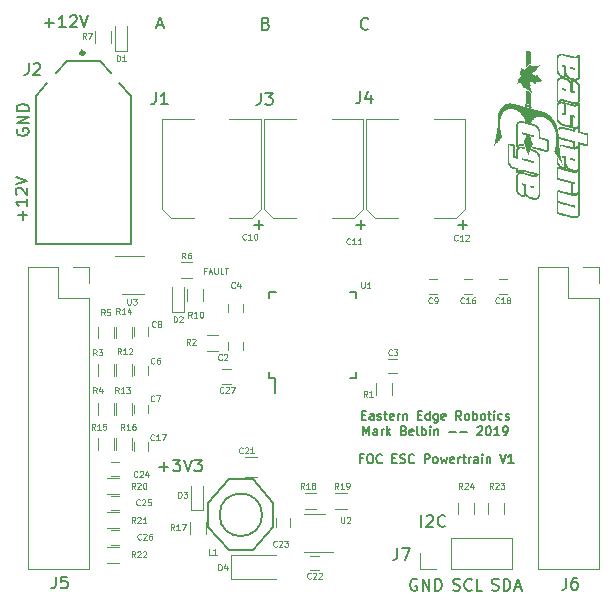
<source format=gto>
G04 #@! TF.GenerationSoftware,KiCad,Pcbnew,(5.1.4)-1*
G04 #@! TF.CreationDate,2019-08-28T01:11:50-07:00*
G04 #@! TF.ProjectId,ESC Drivetrain V1,45534320-4472-4697-9665-747261696e20,rev?*
G04 #@! TF.SameCoordinates,Original*
G04 #@! TF.FileFunction,Legend,Top*
G04 #@! TF.FilePolarity,Positive*
%FSLAX46Y46*%
G04 Gerber Fmt 4.6, Leading zero omitted, Abs format (unit mm)*
G04 Created by KiCad (PCBNEW (5.1.4)-1) date 2019-08-28 01:11:50*
%MOMM*%
%LPD*%
G04 APERTURE LIST*
%ADD10C,0.150000*%
%ADD11C,0.187500*%
%ADD12C,0.125000*%
%ADD13C,0.127000*%
%ADD14C,0.300000*%
%ADD15C,0.100000*%
%ADD16C,0.120000*%
G04 APERTURE END LIST*
D10*
X129667857Y-137846428D02*
X129417857Y-137846428D01*
X129417857Y-138239285D02*
X129417857Y-137489285D01*
X129775000Y-137489285D01*
X130203571Y-137489285D02*
X130346428Y-137489285D01*
X130417857Y-137525000D01*
X130489285Y-137596428D01*
X130525000Y-137739285D01*
X130525000Y-137989285D01*
X130489285Y-138132142D01*
X130417857Y-138203571D01*
X130346428Y-138239285D01*
X130203571Y-138239285D01*
X130132142Y-138203571D01*
X130060714Y-138132142D01*
X130025000Y-137989285D01*
X130025000Y-137739285D01*
X130060714Y-137596428D01*
X130132142Y-137525000D01*
X130203571Y-137489285D01*
X131275000Y-138167857D02*
X131239285Y-138203571D01*
X131132142Y-138239285D01*
X131060714Y-138239285D01*
X130953571Y-138203571D01*
X130882142Y-138132142D01*
X130846428Y-138060714D01*
X130810714Y-137917857D01*
X130810714Y-137810714D01*
X130846428Y-137667857D01*
X130882142Y-137596428D01*
X130953571Y-137525000D01*
X131060714Y-137489285D01*
X131132142Y-137489285D01*
X131239285Y-137525000D01*
X131275000Y-137560714D01*
X132167857Y-137846428D02*
X132417857Y-137846428D01*
X132525000Y-138239285D02*
X132167857Y-138239285D01*
X132167857Y-137489285D01*
X132525000Y-137489285D01*
X132810714Y-138203571D02*
X132917857Y-138239285D01*
X133096428Y-138239285D01*
X133167857Y-138203571D01*
X133203571Y-138167857D01*
X133239285Y-138096428D01*
X133239285Y-138025000D01*
X133203571Y-137953571D01*
X133167857Y-137917857D01*
X133096428Y-137882142D01*
X132953571Y-137846428D01*
X132882142Y-137810714D01*
X132846428Y-137775000D01*
X132810714Y-137703571D01*
X132810714Y-137632142D01*
X132846428Y-137560714D01*
X132882142Y-137525000D01*
X132953571Y-137489285D01*
X133132142Y-137489285D01*
X133239285Y-137525000D01*
X133989285Y-138167857D02*
X133953571Y-138203571D01*
X133846428Y-138239285D01*
X133775000Y-138239285D01*
X133667857Y-138203571D01*
X133596428Y-138132142D01*
X133560714Y-138060714D01*
X133525000Y-137917857D01*
X133525000Y-137810714D01*
X133560714Y-137667857D01*
X133596428Y-137596428D01*
X133667857Y-137525000D01*
X133775000Y-137489285D01*
X133846428Y-137489285D01*
X133953571Y-137525000D01*
X133989285Y-137560714D01*
X134882142Y-138239285D02*
X134882142Y-137489285D01*
X135167857Y-137489285D01*
X135239285Y-137525000D01*
X135275000Y-137560714D01*
X135310714Y-137632142D01*
X135310714Y-137739285D01*
X135275000Y-137810714D01*
X135239285Y-137846428D01*
X135167857Y-137882142D01*
X134882142Y-137882142D01*
X135739285Y-138239285D02*
X135667857Y-138203571D01*
X135632142Y-138167857D01*
X135596428Y-138096428D01*
X135596428Y-137882142D01*
X135632142Y-137810714D01*
X135667857Y-137775000D01*
X135739285Y-137739285D01*
X135846428Y-137739285D01*
X135917857Y-137775000D01*
X135953571Y-137810714D01*
X135989285Y-137882142D01*
X135989285Y-138096428D01*
X135953571Y-138167857D01*
X135917857Y-138203571D01*
X135846428Y-138239285D01*
X135739285Y-138239285D01*
X136239285Y-137739285D02*
X136382142Y-138239285D01*
X136525000Y-137882142D01*
X136667857Y-138239285D01*
X136810714Y-137739285D01*
X137382142Y-138203571D02*
X137310714Y-138239285D01*
X137167857Y-138239285D01*
X137096428Y-138203571D01*
X137060714Y-138132142D01*
X137060714Y-137846428D01*
X137096428Y-137775000D01*
X137167857Y-137739285D01*
X137310714Y-137739285D01*
X137382142Y-137775000D01*
X137417857Y-137846428D01*
X137417857Y-137917857D01*
X137060714Y-137989285D01*
X137739285Y-138239285D02*
X137739285Y-137739285D01*
X137739285Y-137882142D02*
X137775000Y-137810714D01*
X137810714Y-137775000D01*
X137882142Y-137739285D01*
X137953571Y-137739285D01*
X138096428Y-137739285D02*
X138382142Y-137739285D01*
X138203571Y-137489285D02*
X138203571Y-138132142D01*
X138239285Y-138203571D01*
X138310714Y-138239285D01*
X138382142Y-138239285D01*
X138632142Y-138239285D02*
X138632142Y-137739285D01*
X138632142Y-137882142D02*
X138667857Y-137810714D01*
X138703571Y-137775000D01*
X138775000Y-137739285D01*
X138846428Y-137739285D01*
X139417857Y-138239285D02*
X139417857Y-137846428D01*
X139382142Y-137775000D01*
X139310714Y-137739285D01*
X139167857Y-137739285D01*
X139096428Y-137775000D01*
X139417857Y-138203571D02*
X139346428Y-138239285D01*
X139167857Y-138239285D01*
X139096428Y-138203571D01*
X139060714Y-138132142D01*
X139060714Y-138060714D01*
X139096428Y-137989285D01*
X139167857Y-137953571D01*
X139346428Y-137953571D01*
X139417857Y-137917857D01*
X139775000Y-138239285D02*
X139775000Y-137739285D01*
X139775000Y-137489285D02*
X139739285Y-137525000D01*
X139775000Y-137560714D01*
X139810714Y-137525000D01*
X139775000Y-137489285D01*
X139775000Y-137560714D01*
X140132142Y-137739285D02*
X140132142Y-138239285D01*
X140132142Y-137810714D02*
X140167857Y-137775000D01*
X140239285Y-137739285D01*
X140346428Y-137739285D01*
X140417857Y-137775000D01*
X140453571Y-137846428D01*
X140453571Y-138239285D01*
X141275000Y-137489285D02*
X141525000Y-138239285D01*
X141775000Y-137489285D01*
X142417857Y-138239285D02*
X141989285Y-138239285D01*
X142203571Y-138239285D02*
X142203571Y-137489285D01*
X142132142Y-137596428D01*
X142060714Y-137667857D01*
X141989285Y-137703571D01*
D11*
X129567857Y-134190178D02*
X129817857Y-134190178D01*
X129925000Y-134583035D02*
X129567857Y-134583035D01*
X129567857Y-133833035D01*
X129925000Y-133833035D01*
X130567857Y-134583035D02*
X130567857Y-134190178D01*
X130532142Y-134118750D01*
X130460714Y-134083035D01*
X130317857Y-134083035D01*
X130246428Y-134118750D01*
X130567857Y-134547321D02*
X130496428Y-134583035D01*
X130317857Y-134583035D01*
X130246428Y-134547321D01*
X130210714Y-134475892D01*
X130210714Y-134404464D01*
X130246428Y-134333035D01*
X130317857Y-134297321D01*
X130496428Y-134297321D01*
X130567857Y-134261607D01*
X130889285Y-134547321D02*
X130960714Y-134583035D01*
X131103571Y-134583035D01*
X131175000Y-134547321D01*
X131210714Y-134475892D01*
X131210714Y-134440178D01*
X131175000Y-134368750D01*
X131103571Y-134333035D01*
X130996428Y-134333035D01*
X130925000Y-134297321D01*
X130889285Y-134225892D01*
X130889285Y-134190178D01*
X130925000Y-134118750D01*
X130996428Y-134083035D01*
X131103571Y-134083035D01*
X131175000Y-134118750D01*
X131425000Y-134083035D02*
X131710714Y-134083035D01*
X131532142Y-133833035D02*
X131532142Y-134475892D01*
X131567857Y-134547321D01*
X131639285Y-134583035D01*
X131710714Y-134583035D01*
X132246428Y-134547321D02*
X132175000Y-134583035D01*
X132032142Y-134583035D01*
X131960714Y-134547321D01*
X131925000Y-134475892D01*
X131925000Y-134190178D01*
X131960714Y-134118750D01*
X132032142Y-134083035D01*
X132175000Y-134083035D01*
X132246428Y-134118750D01*
X132282142Y-134190178D01*
X132282142Y-134261607D01*
X131925000Y-134333035D01*
X132603571Y-134583035D02*
X132603571Y-134083035D01*
X132603571Y-134225892D02*
X132639285Y-134154464D01*
X132675000Y-134118750D01*
X132746428Y-134083035D01*
X132817857Y-134083035D01*
X133067857Y-134083035D02*
X133067857Y-134583035D01*
X133067857Y-134154464D02*
X133103571Y-134118750D01*
X133175000Y-134083035D01*
X133282142Y-134083035D01*
X133353571Y-134118750D01*
X133389285Y-134190178D01*
X133389285Y-134583035D01*
X134317857Y-134190178D02*
X134567857Y-134190178D01*
X134675000Y-134583035D02*
X134317857Y-134583035D01*
X134317857Y-133833035D01*
X134675000Y-133833035D01*
X135317857Y-134583035D02*
X135317857Y-133833035D01*
X135317857Y-134547321D02*
X135246428Y-134583035D01*
X135103571Y-134583035D01*
X135032142Y-134547321D01*
X134996428Y-134511607D01*
X134960714Y-134440178D01*
X134960714Y-134225892D01*
X134996428Y-134154464D01*
X135032142Y-134118750D01*
X135103571Y-134083035D01*
X135246428Y-134083035D01*
X135317857Y-134118750D01*
X135996428Y-134083035D02*
X135996428Y-134690178D01*
X135960714Y-134761607D01*
X135925000Y-134797321D01*
X135853571Y-134833035D01*
X135746428Y-134833035D01*
X135675000Y-134797321D01*
X135996428Y-134547321D02*
X135925000Y-134583035D01*
X135782142Y-134583035D01*
X135710714Y-134547321D01*
X135675000Y-134511607D01*
X135639285Y-134440178D01*
X135639285Y-134225892D01*
X135675000Y-134154464D01*
X135710714Y-134118750D01*
X135782142Y-134083035D01*
X135925000Y-134083035D01*
X135996428Y-134118750D01*
X136639285Y-134547321D02*
X136567857Y-134583035D01*
X136425000Y-134583035D01*
X136353571Y-134547321D01*
X136317857Y-134475892D01*
X136317857Y-134190178D01*
X136353571Y-134118750D01*
X136425000Y-134083035D01*
X136567857Y-134083035D01*
X136639285Y-134118750D01*
X136675000Y-134190178D01*
X136675000Y-134261607D01*
X136317857Y-134333035D01*
X137996428Y-134583035D02*
X137746428Y-134225892D01*
X137567857Y-134583035D02*
X137567857Y-133833035D01*
X137853571Y-133833035D01*
X137925000Y-133868750D01*
X137960714Y-133904464D01*
X137996428Y-133975892D01*
X137996428Y-134083035D01*
X137960714Y-134154464D01*
X137925000Y-134190178D01*
X137853571Y-134225892D01*
X137567857Y-134225892D01*
X138425000Y-134583035D02*
X138353571Y-134547321D01*
X138317857Y-134511607D01*
X138282142Y-134440178D01*
X138282142Y-134225892D01*
X138317857Y-134154464D01*
X138353571Y-134118750D01*
X138425000Y-134083035D01*
X138532142Y-134083035D01*
X138603571Y-134118750D01*
X138639285Y-134154464D01*
X138675000Y-134225892D01*
X138675000Y-134440178D01*
X138639285Y-134511607D01*
X138603571Y-134547321D01*
X138532142Y-134583035D01*
X138425000Y-134583035D01*
X138996428Y-134583035D02*
X138996428Y-133833035D01*
X138996428Y-134118750D02*
X139067857Y-134083035D01*
X139210714Y-134083035D01*
X139282142Y-134118750D01*
X139317857Y-134154464D01*
X139353571Y-134225892D01*
X139353571Y-134440178D01*
X139317857Y-134511607D01*
X139282142Y-134547321D01*
X139210714Y-134583035D01*
X139067857Y-134583035D01*
X138996428Y-134547321D01*
X139782142Y-134583035D02*
X139710714Y-134547321D01*
X139675000Y-134511607D01*
X139639285Y-134440178D01*
X139639285Y-134225892D01*
X139675000Y-134154464D01*
X139710714Y-134118750D01*
X139782142Y-134083035D01*
X139889285Y-134083035D01*
X139960714Y-134118750D01*
X139996428Y-134154464D01*
X140032142Y-134225892D01*
X140032142Y-134440178D01*
X139996428Y-134511607D01*
X139960714Y-134547321D01*
X139889285Y-134583035D01*
X139782142Y-134583035D01*
X140246428Y-134083035D02*
X140532142Y-134083035D01*
X140353571Y-133833035D02*
X140353571Y-134475892D01*
X140389285Y-134547321D01*
X140460714Y-134583035D01*
X140532142Y-134583035D01*
X140782142Y-134583035D02*
X140782142Y-134083035D01*
X140782142Y-133833035D02*
X140746428Y-133868750D01*
X140782142Y-133904464D01*
X140817857Y-133868750D01*
X140782142Y-133833035D01*
X140782142Y-133904464D01*
X141460714Y-134547321D02*
X141389285Y-134583035D01*
X141246428Y-134583035D01*
X141175000Y-134547321D01*
X141139285Y-134511607D01*
X141103571Y-134440178D01*
X141103571Y-134225892D01*
X141139285Y-134154464D01*
X141175000Y-134118750D01*
X141246428Y-134083035D01*
X141389285Y-134083035D01*
X141460714Y-134118750D01*
X141746428Y-134547321D02*
X141817857Y-134583035D01*
X141960714Y-134583035D01*
X142032142Y-134547321D01*
X142067857Y-134475892D01*
X142067857Y-134440178D01*
X142032142Y-134368750D01*
X141960714Y-134333035D01*
X141853571Y-134333035D01*
X141782142Y-134297321D01*
X141746428Y-134225892D01*
X141746428Y-134190178D01*
X141782142Y-134118750D01*
X141853571Y-134083035D01*
X141960714Y-134083035D01*
X142032142Y-134118750D01*
X129710714Y-135895535D02*
X129710714Y-135145535D01*
X129960714Y-135681250D01*
X130210714Y-135145535D01*
X130210714Y-135895535D01*
X130889285Y-135895535D02*
X130889285Y-135502678D01*
X130853571Y-135431250D01*
X130782142Y-135395535D01*
X130639285Y-135395535D01*
X130567857Y-135431250D01*
X130889285Y-135859821D02*
X130817857Y-135895535D01*
X130639285Y-135895535D01*
X130567857Y-135859821D01*
X130532142Y-135788392D01*
X130532142Y-135716964D01*
X130567857Y-135645535D01*
X130639285Y-135609821D01*
X130817857Y-135609821D01*
X130889285Y-135574107D01*
X131246428Y-135895535D02*
X131246428Y-135395535D01*
X131246428Y-135538392D02*
X131282142Y-135466964D01*
X131317857Y-135431250D01*
X131389285Y-135395535D01*
X131460714Y-135395535D01*
X131710714Y-135895535D02*
X131710714Y-135145535D01*
X131782142Y-135609821D02*
X131996428Y-135895535D01*
X131996428Y-135395535D02*
X131710714Y-135681250D01*
X133139285Y-135502678D02*
X133246428Y-135538392D01*
X133282142Y-135574107D01*
X133317857Y-135645535D01*
X133317857Y-135752678D01*
X133282142Y-135824107D01*
X133246428Y-135859821D01*
X133175000Y-135895535D01*
X132889285Y-135895535D01*
X132889285Y-135145535D01*
X133139285Y-135145535D01*
X133210714Y-135181250D01*
X133246428Y-135216964D01*
X133282142Y-135288392D01*
X133282142Y-135359821D01*
X133246428Y-135431250D01*
X133210714Y-135466964D01*
X133139285Y-135502678D01*
X132889285Y-135502678D01*
X133925000Y-135859821D02*
X133853571Y-135895535D01*
X133710714Y-135895535D01*
X133639285Y-135859821D01*
X133603571Y-135788392D01*
X133603571Y-135502678D01*
X133639285Y-135431250D01*
X133710714Y-135395535D01*
X133853571Y-135395535D01*
X133925000Y-135431250D01*
X133960714Y-135502678D01*
X133960714Y-135574107D01*
X133603571Y-135645535D01*
X134389285Y-135895535D02*
X134317857Y-135859821D01*
X134282142Y-135788392D01*
X134282142Y-135145535D01*
X134675000Y-135895535D02*
X134675000Y-135145535D01*
X134675000Y-135431250D02*
X134746428Y-135395535D01*
X134889285Y-135395535D01*
X134960714Y-135431250D01*
X134996428Y-135466964D01*
X135032142Y-135538392D01*
X135032142Y-135752678D01*
X134996428Y-135824107D01*
X134960714Y-135859821D01*
X134889285Y-135895535D01*
X134746428Y-135895535D01*
X134675000Y-135859821D01*
X135353571Y-135895535D02*
X135353571Y-135395535D01*
X135353571Y-135145535D02*
X135317857Y-135181250D01*
X135353571Y-135216964D01*
X135389285Y-135181250D01*
X135353571Y-135145535D01*
X135353571Y-135216964D01*
X135710714Y-135395535D02*
X135710714Y-135895535D01*
X135710714Y-135466964D02*
X135746428Y-135431250D01*
X135817857Y-135395535D01*
X135925000Y-135395535D01*
X135996428Y-135431250D01*
X136032142Y-135502678D01*
X136032142Y-135895535D01*
X136960714Y-135609821D02*
X137532142Y-135609821D01*
X137889285Y-135609821D02*
X138460714Y-135609821D01*
X139353571Y-135216964D02*
X139389285Y-135181250D01*
X139460714Y-135145535D01*
X139639285Y-135145535D01*
X139710714Y-135181250D01*
X139746428Y-135216964D01*
X139782142Y-135288392D01*
X139782142Y-135359821D01*
X139746428Y-135466964D01*
X139317857Y-135895535D01*
X139782142Y-135895535D01*
X140246428Y-135145535D02*
X140317857Y-135145535D01*
X140389285Y-135181250D01*
X140425000Y-135216964D01*
X140460714Y-135288392D01*
X140496428Y-135431250D01*
X140496428Y-135609821D01*
X140460714Y-135752678D01*
X140425000Y-135824107D01*
X140389285Y-135859821D01*
X140317857Y-135895535D01*
X140246428Y-135895535D01*
X140175000Y-135859821D01*
X140139285Y-135824107D01*
X140103571Y-135752678D01*
X140067857Y-135609821D01*
X140067857Y-135431250D01*
X140103571Y-135288392D01*
X140139285Y-135216964D01*
X140175000Y-135181250D01*
X140246428Y-135145535D01*
X141210714Y-135895535D02*
X140782142Y-135895535D01*
X140996428Y-135895535D02*
X140996428Y-135145535D01*
X140925000Y-135252678D01*
X140853571Y-135324107D01*
X140782142Y-135359821D01*
X141567857Y-135895535D02*
X141710714Y-135895535D01*
X141782142Y-135859821D01*
X141817857Y-135824107D01*
X141889285Y-135716964D01*
X141925000Y-135574107D01*
X141925000Y-135288392D01*
X141889285Y-135216964D01*
X141853571Y-135181250D01*
X141782142Y-135145535D01*
X141639285Y-135145535D01*
X141567857Y-135181250D01*
X141532142Y-135216964D01*
X141496428Y-135288392D01*
X141496428Y-135466964D01*
X141532142Y-135538392D01*
X141567857Y-135574107D01*
X141639285Y-135609821D01*
X141782142Y-135609821D01*
X141853571Y-135574107D01*
X141889285Y-135538392D01*
X141925000Y-135466964D01*
D12*
X116402380Y-121964285D02*
X116235714Y-121964285D01*
X116235714Y-122226190D02*
X116235714Y-121726190D01*
X116473809Y-121726190D01*
X116640476Y-122083333D02*
X116878571Y-122083333D01*
X116592857Y-122226190D02*
X116759523Y-121726190D01*
X116926190Y-122226190D01*
X117092857Y-121726190D02*
X117092857Y-122130952D01*
X117116666Y-122178571D01*
X117140476Y-122202380D01*
X117188095Y-122226190D01*
X117283333Y-122226190D01*
X117330952Y-122202380D01*
X117354761Y-122178571D01*
X117378571Y-122130952D01*
X117378571Y-121726190D01*
X117854761Y-122226190D02*
X117616666Y-122226190D01*
X117616666Y-121726190D01*
X117950000Y-121726190D02*
X118235714Y-121726190D01*
X118092857Y-122226190D02*
X118092857Y-121726190D01*
D10*
X112438095Y-138571428D02*
X113200000Y-138571428D01*
X112819047Y-138952380D02*
X112819047Y-138190476D01*
X113580952Y-137952380D02*
X114200000Y-137952380D01*
X113866666Y-138333333D01*
X114009523Y-138333333D01*
X114104761Y-138380952D01*
X114152380Y-138428571D01*
X114200000Y-138523809D01*
X114200000Y-138761904D01*
X114152380Y-138857142D01*
X114104761Y-138904761D01*
X114009523Y-138952380D01*
X113723809Y-138952380D01*
X113628571Y-138904761D01*
X113580952Y-138857142D01*
X114485714Y-137952380D02*
X114819047Y-138952380D01*
X115152380Y-137952380D01*
X115390476Y-137952380D02*
X116009523Y-137952380D01*
X115676190Y-138333333D01*
X115819047Y-138333333D01*
X115914285Y-138380952D01*
X115961904Y-138428571D01*
X116009523Y-138523809D01*
X116009523Y-138761904D01*
X115961904Y-138857142D01*
X115914285Y-138904761D01*
X115819047Y-138952380D01*
X115533333Y-138952380D01*
X115438095Y-138904761D01*
X115390476Y-138857142D01*
X137309523Y-149004761D02*
X137452380Y-149052380D01*
X137690476Y-149052380D01*
X137785714Y-149004761D01*
X137833333Y-148957142D01*
X137880952Y-148861904D01*
X137880952Y-148766666D01*
X137833333Y-148671428D01*
X137785714Y-148623809D01*
X137690476Y-148576190D01*
X137500000Y-148528571D01*
X137404761Y-148480952D01*
X137357142Y-148433333D01*
X137309523Y-148338095D01*
X137309523Y-148242857D01*
X137357142Y-148147619D01*
X137404761Y-148100000D01*
X137500000Y-148052380D01*
X137738095Y-148052380D01*
X137880952Y-148100000D01*
X138880952Y-148957142D02*
X138833333Y-149004761D01*
X138690476Y-149052380D01*
X138595238Y-149052380D01*
X138452380Y-149004761D01*
X138357142Y-148909523D01*
X138309523Y-148814285D01*
X138261904Y-148623809D01*
X138261904Y-148480952D01*
X138309523Y-148290476D01*
X138357142Y-148195238D01*
X138452380Y-148100000D01*
X138595238Y-148052380D01*
X138690476Y-148052380D01*
X138833333Y-148100000D01*
X138880952Y-148147619D01*
X139785714Y-149052380D02*
X139309523Y-149052380D01*
X139309523Y-148052380D01*
X140585714Y-149004761D02*
X140728571Y-149052380D01*
X140966666Y-149052380D01*
X141061904Y-149004761D01*
X141109523Y-148957142D01*
X141157142Y-148861904D01*
X141157142Y-148766666D01*
X141109523Y-148671428D01*
X141061904Y-148623809D01*
X140966666Y-148576190D01*
X140776190Y-148528571D01*
X140680952Y-148480952D01*
X140633333Y-148433333D01*
X140585714Y-148338095D01*
X140585714Y-148242857D01*
X140633333Y-148147619D01*
X140680952Y-148100000D01*
X140776190Y-148052380D01*
X141014285Y-148052380D01*
X141157142Y-148100000D01*
X141585714Y-149052380D02*
X141585714Y-148052380D01*
X141823809Y-148052380D01*
X141966666Y-148100000D01*
X142061904Y-148195238D01*
X142109523Y-148290476D01*
X142157142Y-148480952D01*
X142157142Y-148623809D01*
X142109523Y-148814285D01*
X142061904Y-148909523D01*
X141966666Y-149004761D01*
X141823809Y-149052380D01*
X141585714Y-149052380D01*
X142538095Y-148766666D02*
X143014285Y-148766666D01*
X142442857Y-149052380D02*
X142776190Y-148052380D01*
X143109523Y-149052380D01*
X134238095Y-148100000D02*
X134142857Y-148052380D01*
X134000000Y-148052380D01*
X133857142Y-148100000D01*
X133761904Y-148195238D01*
X133714285Y-148290476D01*
X133666666Y-148480952D01*
X133666666Y-148623809D01*
X133714285Y-148814285D01*
X133761904Y-148909523D01*
X133857142Y-149004761D01*
X134000000Y-149052380D01*
X134095238Y-149052380D01*
X134238095Y-149004761D01*
X134285714Y-148957142D01*
X134285714Y-148623809D01*
X134095238Y-148623809D01*
X134714285Y-149052380D02*
X134714285Y-148052380D01*
X135285714Y-149052380D01*
X135285714Y-148052380D01*
X135761904Y-149052380D02*
X135761904Y-148052380D01*
X136000000Y-148052380D01*
X136142857Y-148100000D01*
X136238095Y-148195238D01*
X136285714Y-148290476D01*
X136333333Y-148480952D01*
X136333333Y-148623809D01*
X136285714Y-148814285D01*
X136238095Y-148909523D01*
X136142857Y-149004761D01*
X136000000Y-149052380D01*
X135761904Y-149052380D01*
X134623809Y-143652380D02*
X134623809Y-142652380D01*
X135052380Y-142747619D02*
X135100000Y-142700000D01*
X135195238Y-142652380D01*
X135433333Y-142652380D01*
X135528571Y-142700000D01*
X135576190Y-142747619D01*
X135623809Y-142842857D01*
X135623809Y-142938095D01*
X135576190Y-143080952D01*
X135004761Y-143652380D01*
X135623809Y-143652380D01*
X136623809Y-143557142D02*
X136576190Y-143604761D01*
X136433333Y-143652380D01*
X136338095Y-143652380D01*
X136195238Y-143604761D01*
X136100000Y-143509523D01*
X136052380Y-143414285D01*
X136004761Y-143223809D01*
X136004761Y-143080952D01*
X136052380Y-142890476D01*
X136100000Y-142795238D01*
X136195238Y-142700000D01*
X136338095Y-142652380D01*
X136433333Y-142652380D01*
X136576190Y-142700000D01*
X136623809Y-142747619D01*
X100400000Y-109961904D02*
X100352380Y-110057142D01*
X100352380Y-110200000D01*
X100400000Y-110342857D01*
X100495238Y-110438095D01*
X100590476Y-110485714D01*
X100780952Y-110533333D01*
X100923809Y-110533333D01*
X101114285Y-110485714D01*
X101209523Y-110438095D01*
X101304761Y-110342857D01*
X101352380Y-110200000D01*
X101352380Y-110104761D01*
X101304761Y-109961904D01*
X101257142Y-109914285D01*
X100923809Y-109914285D01*
X100923809Y-110104761D01*
X101352380Y-109485714D02*
X100352380Y-109485714D01*
X101352380Y-108914285D01*
X100352380Y-108914285D01*
X101352380Y-108438095D02*
X100352380Y-108438095D01*
X100352380Y-108200000D01*
X100400000Y-108057142D01*
X100495238Y-107961904D01*
X100590476Y-107914285D01*
X100780952Y-107866666D01*
X100923809Y-107866666D01*
X101114285Y-107914285D01*
X101209523Y-107961904D01*
X101304761Y-108057142D01*
X101352380Y-108200000D01*
X101352380Y-108438095D01*
X100871428Y-117661904D02*
X100871428Y-116900000D01*
X101252380Y-117280952D02*
X100490476Y-117280952D01*
X101252380Y-115900000D02*
X101252380Y-116471428D01*
X101252380Y-116185714D02*
X100252380Y-116185714D01*
X100395238Y-116280952D01*
X100490476Y-116376190D01*
X100538095Y-116471428D01*
X100347619Y-115519047D02*
X100300000Y-115471428D01*
X100252380Y-115376190D01*
X100252380Y-115138095D01*
X100300000Y-115042857D01*
X100347619Y-114995238D01*
X100442857Y-114947619D01*
X100538095Y-114947619D01*
X100680952Y-114995238D01*
X101252380Y-115566666D01*
X101252380Y-114947619D01*
X100252380Y-114661904D02*
X101252380Y-114328571D01*
X100252380Y-113995238D01*
X102738095Y-100971428D02*
X103500000Y-100971428D01*
X103119047Y-101352380D02*
X103119047Y-100590476D01*
X104500000Y-101352380D02*
X103928571Y-101352380D01*
X104214285Y-101352380D02*
X104214285Y-100352380D01*
X104119047Y-100495238D01*
X104023809Y-100590476D01*
X103928571Y-100638095D01*
X104880952Y-100447619D02*
X104928571Y-100400000D01*
X105023809Y-100352380D01*
X105261904Y-100352380D01*
X105357142Y-100400000D01*
X105404761Y-100447619D01*
X105452380Y-100542857D01*
X105452380Y-100638095D01*
X105404761Y-100780952D01*
X104833333Y-101352380D01*
X105452380Y-101352380D01*
X105738095Y-100352380D02*
X106071428Y-101352380D01*
X106404761Y-100352380D01*
X130109523Y-101457142D02*
X130061904Y-101504761D01*
X129919047Y-101552380D01*
X129823809Y-101552380D01*
X129680952Y-101504761D01*
X129585714Y-101409523D01*
X129538095Y-101314285D01*
X129490476Y-101123809D01*
X129490476Y-100980952D01*
X129538095Y-100790476D01*
X129585714Y-100695238D01*
X129680952Y-100600000D01*
X129823809Y-100552380D01*
X129919047Y-100552380D01*
X130061904Y-100600000D01*
X130109523Y-100647619D01*
X121471428Y-101028571D02*
X121614285Y-101076190D01*
X121661904Y-101123809D01*
X121709523Y-101219047D01*
X121709523Y-101361904D01*
X121661904Y-101457142D01*
X121614285Y-101504761D01*
X121519047Y-101552380D01*
X121138095Y-101552380D01*
X121138095Y-100552380D01*
X121471428Y-100552380D01*
X121566666Y-100600000D01*
X121614285Y-100647619D01*
X121661904Y-100742857D01*
X121661904Y-100838095D01*
X121614285Y-100933333D01*
X121566666Y-100980952D01*
X121471428Y-101028571D01*
X121138095Y-101028571D01*
X112261904Y-101166666D02*
X112738095Y-101166666D01*
X112166666Y-101452380D02*
X112500000Y-100452380D01*
X112833333Y-101452380D01*
D13*
X110050000Y-107175000D02*
X110050000Y-119675000D01*
X110050000Y-119675000D02*
X101950000Y-119675000D01*
X101950000Y-119675000D02*
X101950000Y-107175000D01*
X104600000Y-104175000D02*
X107400000Y-104175000D01*
X110050000Y-107175000D02*
X109050000Y-106045000D01*
X107400000Y-104175000D02*
X108300000Y-105195000D01*
X101950000Y-107175000D02*
X102950000Y-106045000D01*
X104600000Y-104175000D02*
X103700000Y-105195000D01*
D14*
X106050000Y-103525000D02*
G75*
G03X106050000Y-103525000I-150000J0D01*
G01*
D15*
G36*
X148737500Y-110437500D02*
G01*
X148737500Y-111312500D01*
X148762500Y-111312500D01*
X148762500Y-110437500D01*
X148737500Y-110437500D01*
G37*
G36*
X148712500Y-110387500D02*
G01*
X148712500Y-111362500D01*
X148737500Y-111362500D01*
X148737500Y-110387500D01*
X148712500Y-110387500D01*
G37*
G36*
X148687500Y-110362500D02*
G01*
X148687500Y-111387500D01*
X148712500Y-111387500D01*
X148712500Y-110362500D01*
X148687500Y-110362500D01*
G37*
G36*
X148662500Y-110337500D02*
G01*
X148662500Y-111387500D01*
X148687500Y-111387500D01*
X148687500Y-110337500D01*
X148662500Y-110337500D01*
G37*
G36*
X148637500Y-110337500D02*
G01*
X148637500Y-111387500D01*
X148662500Y-111387500D01*
X148662500Y-110337500D01*
X148637500Y-110337500D01*
G37*
G36*
X148612500Y-110337500D02*
G01*
X148612500Y-111412500D01*
X148637500Y-111412500D01*
X148637500Y-110337500D01*
X148612500Y-110337500D01*
G37*
G36*
X148587500Y-111262500D02*
G01*
X148587500Y-111412500D01*
X148612500Y-111412500D01*
X148612500Y-111262500D01*
X148587500Y-111262500D01*
G37*
G36*
X148587500Y-110312500D02*
G01*
X148587500Y-110487500D01*
X148612500Y-110487500D01*
X148612500Y-110312500D01*
X148587500Y-110312500D01*
G37*
G36*
X148562500Y-111262500D02*
G01*
X148562500Y-111412500D01*
X148587500Y-111412500D01*
X148587500Y-111262500D01*
X148562500Y-111262500D01*
G37*
G36*
X148562500Y-110312500D02*
G01*
X148562500Y-110487500D01*
X148587500Y-110487500D01*
X148587500Y-110312500D01*
X148562500Y-110312500D01*
G37*
G36*
X148537500Y-111237500D02*
G01*
X148537500Y-111412500D01*
X148562500Y-111412500D01*
X148562500Y-111237500D01*
X148537500Y-111237500D01*
G37*
G36*
X148537500Y-110312500D02*
G01*
X148537500Y-110462500D01*
X148562500Y-110462500D01*
X148562500Y-110312500D01*
X148537500Y-110312500D01*
G37*
G36*
X148512500Y-111237500D02*
G01*
X148512500Y-111387500D01*
X148537500Y-111387500D01*
X148537500Y-111237500D01*
X148512500Y-111237500D01*
G37*
G36*
X148512500Y-110312500D02*
G01*
X148512500Y-110462500D01*
X148537500Y-110462500D01*
X148537500Y-110312500D01*
X148512500Y-110312500D01*
G37*
G36*
X148487500Y-111237500D02*
G01*
X148487500Y-111387500D01*
X148512500Y-111387500D01*
X148512500Y-111237500D01*
X148487500Y-111237500D01*
G37*
G36*
X148487500Y-110287500D02*
G01*
X148487500Y-110462500D01*
X148512500Y-110462500D01*
X148512500Y-110287500D01*
X148487500Y-110287500D01*
G37*
G36*
X148462500Y-111237500D02*
G01*
X148462500Y-111387500D01*
X148487500Y-111387500D01*
X148487500Y-111237500D01*
X148462500Y-111237500D01*
G37*
G36*
X148462500Y-110287500D02*
G01*
X148462500Y-110462500D01*
X148487500Y-110462500D01*
X148487500Y-110287500D01*
X148462500Y-110287500D01*
G37*
G36*
X148437500Y-111212500D02*
G01*
X148437500Y-111387500D01*
X148462500Y-111387500D01*
X148462500Y-111212500D01*
X148437500Y-111212500D01*
G37*
G36*
X148437500Y-110287500D02*
G01*
X148437500Y-110437500D01*
X148462500Y-110437500D01*
X148462500Y-110287500D01*
X148437500Y-110287500D01*
G37*
G36*
X148412500Y-111212500D02*
G01*
X148412500Y-111362500D01*
X148437500Y-111362500D01*
X148437500Y-111212500D01*
X148412500Y-111212500D01*
G37*
G36*
X148412500Y-110287500D02*
G01*
X148412500Y-110437500D01*
X148437500Y-110437500D01*
X148437500Y-110287500D01*
X148412500Y-110287500D01*
G37*
G36*
X148387500Y-111212500D02*
G01*
X148387500Y-111362500D01*
X148412500Y-111362500D01*
X148412500Y-111212500D01*
X148387500Y-111212500D01*
G37*
G36*
X148387500Y-110262500D02*
G01*
X148387500Y-110437500D01*
X148412500Y-110437500D01*
X148412500Y-110262500D01*
X148387500Y-110262500D01*
G37*
G36*
X148362500Y-111187500D02*
G01*
X148362500Y-111362500D01*
X148387500Y-111362500D01*
X148387500Y-111187500D01*
X148362500Y-111187500D01*
G37*
G36*
X148362500Y-110262500D02*
G01*
X148362500Y-110437500D01*
X148387500Y-110437500D01*
X148387500Y-110262500D01*
X148362500Y-110262500D01*
G37*
G36*
X148337500Y-111187500D02*
G01*
X148337500Y-111362500D01*
X148362500Y-111362500D01*
X148362500Y-111187500D01*
X148337500Y-111187500D01*
G37*
G36*
X148337500Y-110262500D02*
G01*
X148337500Y-110412500D01*
X148362500Y-110412500D01*
X148362500Y-110262500D01*
X148337500Y-110262500D01*
G37*
G36*
X148312500Y-111187500D02*
G01*
X148312500Y-111337500D01*
X148337500Y-111337500D01*
X148337500Y-111187500D01*
X148312500Y-111187500D01*
G37*
G36*
X148312500Y-110262500D02*
G01*
X148312500Y-110412500D01*
X148337500Y-110412500D01*
X148337500Y-110262500D01*
X148312500Y-110262500D01*
G37*
G36*
X148287500Y-111187500D02*
G01*
X148287500Y-111337500D01*
X148312500Y-111337500D01*
X148312500Y-111187500D01*
X148287500Y-111187500D01*
G37*
G36*
X148287500Y-110237500D02*
G01*
X148287500Y-110412500D01*
X148312500Y-110412500D01*
X148312500Y-110237500D01*
X148287500Y-110237500D01*
G37*
G36*
X148262500Y-111162500D02*
G01*
X148262500Y-111337500D01*
X148287500Y-111337500D01*
X148287500Y-111162500D01*
X148262500Y-111162500D01*
G37*
G36*
X148262500Y-110237500D02*
G01*
X148262500Y-110387500D01*
X148287500Y-110387500D01*
X148287500Y-110237500D01*
X148262500Y-110237500D01*
G37*
G36*
X148237500Y-111162500D02*
G01*
X148237500Y-111337500D01*
X148262500Y-111337500D01*
X148262500Y-111162500D01*
X148237500Y-111162500D01*
G37*
G36*
X148237500Y-110237500D02*
G01*
X148237500Y-110387500D01*
X148262500Y-110387500D01*
X148262500Y-110237500D01*
X148237500Y-110237500D01*
G37*
G36*
X148212500Y-111162500D02*
G01*
X148212500Y-111312500D01*
X148237500Y-111312500D01*
X148237500Y-111162500D01*
X148212500Y-111162500D01*
G37*
G36*
X148212500Y-110212500D02*
G01*
X148212500Y-110387500D01*
X148237500Y-110387500D01*
X148237500Y-110212500D01*
X148212500Y-110212500D01*
G37*
G36*
X148187500Y-111162500D02*
G01*
X148187500Y-111312500D01*
X148212500Y-111312500D01*
X148212500Y-111162500D01*
X148187500Y-111162500D01*
G37*
G36*
X148187500Y-110212500D02*
G01*
X148187500Y-110387500D01*
X148212500Y-110387500D01*
X148212500Y-110212500D01*
X148187500Y-110212500D01*
G37*
G36*
X148162500Y-111137500D02*
G01*
X148162500Y-111312500D01*
X148187500Y-111312500D01*
X148187500Y-111137500D01*
X148162500Y-111137500D01*
G37*
G36*
X148162500Y-110212500D02*
G01*
X148162500Y-110362500D01*
X148187500Y-110362500D01*
X148187500Y-110212500D01*
X148162500Y-110212500D01*
G37*
G36*
X148137500Y-111137500D02*
G01*
X148137500Y-111312500D01*
X148162500Y-111312500D01*
X148162500Y-111137500D01*
X148137500Y-111137500D01*
G37*
G36*
X148137500Y-110212500D02*
G01*
X148137500Y-110362500D01*
X148162500Y-110362500D01*
X148162500Y-110212500D01*
X148137500Y-110212500D01*
G37*
G36*
X148112500Y-111137500D02*
G01*
X148112500Y-111287500D01*
X148137500Y-111287500D01*
X148137500Y-111137500D01*
X148112500Y-111137500D01*
G37*
G36*
X148112500Y-110187500D02*
G01*
X148112500Y-110362500D01*
X148137500Y-110362500D01*
X148137500Y-110187500D01*
X148112500Y-110187500D01*
G37*
G36*
X148087500Y-111112500D02*
G01*
X148087500Y-111287500D01*
X148112500Y-111287500D01*
X148112500Y-111112500D01*
X148087500Y-111112500D01*
G37*
G36*
X148087500Y-110187500D02*
G01*
X148087500Y-110362500D01*
X148112500Y-110362500D01*
X148112500Y-110187500D01*
X148087500Y-110187500D01*
G37*
G36*
X148062500Y-111112500D02*
G01*
X148062500Y-111287500D01*
X148087500Y-111287500D01*
X148087500Y-111112500D01*
X148062500Y-111112500D01*
G37*
G36*
X148062500Y-110187500D02*
G01*
X148062500Y-110337500D01*
X148087500Y-110337500D01*
X148087500Y-110187500D01*
X148062500Y-110187500D01*
G37*
G36*
X148037500Y-115412500D02*
G01*
X148037500Y-117262500D01*
X148062500Y-117262500D01*
X148062500Y-115412500D01*
X148037500Y-115412500D01*
G37*
G36*
X148037500Y-113462500D02*
G01*
X148037500Y-115312500D01*
X148062500Y-115312500D01*
X148062500Y-113462500D01*
X148037500Y-113462500D01*
G37*
G36*
X148037500Y-111462500D02*
G01*
X148037500Y-113312500D01*
X148062500Y-113312500D01*
X148062500Y-111462500D01*
X148037500Y-111462500D01*
G37*
G36*
X148037500Y-111112500D02*
G01*
X148037500Y-111337500D01*
X148062500Y-111337500D01*
X148062500Y-111112500D01*
X148037500Y-111112500D01*
G37*
G36*
X148037500Y-109787500D02*
G01*
X148037500Y-110337500D01*
X148062500Y-110337500D01*
X148062500Y-109787500D01*
X148037500Y-109787500D01*
G37*
G36*
X148037500Y-107812500D02*
G01*
X148037500Y-109662500D01*
X148062500Y-109662500D01*
X148062500Y-107812500D01*
X148037500Y-107812500D01*
G37*
G36*
X148037500Y-106312500D02*
G01*
X148037500Y-107562500D01*
X148062500Y-107562500D01*
X148062500Y-106312500D01*
X148037500Y-106312500D01*
G37*
G36*
X148037500Y-103762500D02*
G01*
X148037500Y-105612500D01*
X148062500Y-105612500D01*
X148062500Y-103762500D01*
X148037500Y-103762500D01*
G37*
G36*
X148012500Y-113437500D02*
G01*
X148012500Y-117312500D01*
X148037500Y-117312500D01*
X148037500Y-113437500D01*
X148012500Y-113437500D01*
G37*
G36*
X148012500Y-111112500D02*
G01*
X148012500Y-113387500D01*
X148037500Y-113387500D01*
X148037500Y-111112500D01*
X148012500Y-111112500D01*
G37*
G36*
X148012500Y-107787500D02*
G01*
X148012500Y-110337500D01*
X148037500Y-110337500D01*
X148037500Y-107787500D01*
X148012500Y-107787500D01*
G37*
G36*
X148012500Y-106237500D02*
G01*
X148012500Y-107637500D01*
X148037500Y-107637500D01*
X148037500Y-106237500D01*
X148012500Y-106237500D01*
G37*
G36*
X148012500Y-103737500D02*
G01*
X148012500Y-105687500D01*
X148037500Y-105687500D01*
X148037500Y-103737500D01*
X148012500Y-103737500D01*
G37*
G36*
X147987500Y-111087500D02*
G01*
X147987500Y-117362500D01*
X148012500Y-117362500D01*
X148012500Y-111087500D01*
X147987500Y-111087500D01*
G37*
G36*
X147987500Y-107787500D02*
G01*
X147987500Y-110312500D01*
X148012500Y-110312500D01*
X148012500Y-107787500D01*
X147987500Y-107787500D01*
G37*
G36*
X147987500Y-106187500D02*
G01*
X147987500Y-107687500D01*
X148012500Y-107687500D01*
X148012500Y-106187500D01*
X147987500Y-106187500D01*
G37*
G36*
X147987500Y-103712500D02*
G01*
X147987500Y-105712500D01*
X148012500Y-105712500D01*
X148012500Y-103712500D01*
X147987500Y-103712500D01*
G37*
G36*
X147962500Y-111087500D02*
G01*
X147962500Y-117387500D01*
X147987500Y-117387500D01*
X147987500Y-111087500D01*
X147962500Y-111087500D01*
G37*
G36*
X147962500Y-107762500D02*
G01*
X147962500Y-110312500D01*
X147987500Y-110312500D01*
X147987500Y-107762500D01*
X147962500Y-107762500D01*
G37*
G36*
X147962500Y-106137500D02*
G01*
X147962500Y-107737500D01*
X147987500Y-107737500D01*
X147987500Y-106137500D01*
X147962500Y-106137500D01*
G37*
G36*
X147962500Y-103712500D02*
G01*
X147962500Y-105762500D01*
X147987500Y-105762500D01*
X147987500Y-103712500D01*
X147962500Y-103712500D01*
G37*
G36*
X147937500Y-111087500D02*
G01*
X147937500Y-117412500D01*
X147962500Y-117412500D01*
X147962500Y-111087500D01*
X147937500Y-111087500D01*
G37*
G36*
X147937500Y-106112500D02*
G01*
X147937500Y-110312500D01*
X147962500Y-110312500D01*
X147962500Y-106112500D01*
X147937500Y-106112500D01*
G37*
G36*
X147937500Y-103712500D02*
G01*
X147937500Y-105787500D01*
X147962500Y-105787500D01*
X147962500Y-103712500D01*
X147937500Y-103712500D01*
G37*
G36*
X147912500Y-111087500D02*
G01*
X147912500Y-117437500D01*
X147937500Y-117437500D01*
X147937500Y-111087500D01*
X147912500Y-111087500D01*
G37*
G36*
X147912500Y-106062500D02*
G01*
X147912500Y-110312500D01*
X147937500Y-110312500D01*
X147937500Y-106062500D01*
X147912500Y-106062500D01*
G37*
G36*
X147912500Y-103712500D02*
G01*
X147912500Y-105787500D01*
X147937500Y-105787500D01*
X147937500Y-103712500D01*
X147912500Y-103712500D01*
G37*
G36*
X147887500Y-117187500D02*
G01*
X147887500Y-117462500D01*
X147912500Y-117462500D01*
X147912500Y-117187500D01*
X147887500Y-117187500D01*
G37*
G36*
X147887500Y-115212500D02*
G01*
X147887500Y-115537500D01*
X147912500Y-115537500D01*
X147912500Y-115212500D01*
X147887500Y-115212500D01*
G37*
G36*
X147887500Y-113237500D02*
G01*
X147887500Y-113562500D01*
X147912500Y-113562500D01*
X147912500Y-113237500D01*
X147887500Y-113237500D01*
G37*
G36*
X147887500Y-111262500D02*
G01*
X147887500Y-111587500D01*
X147912500Y-111587500D01*
X147912500Y-111262500D01*
X147887500Y-111262500D01*
G37*
G36*
X147887500Y-109587500D02*
G01*
X147887500Y-109887500D01*
X147912500Y-109887500D01*
X147912500Y-109587500D01*
X147887500Y-109587500D01*
G37*
G36*
X147887500Y-107512500D02*
G01*
X147887500Y-107937500D01*
X147912500Y-107937500D01*
X147912500Y-107512500D01*
X147887500Y-107512500D01*
G37*
G36*
X147887500Y-106037500D02*
G01*
X147887500Y-106387500D01*
X147912500Y-106387500D01*
X147912500Y-106037500D01*
X147887500Y-106037500D01*
G37*
G36*
X147887500Y-105537500D02*
G01*
X147887500Y-105812500D01*
X147912500Y-105812500D01*
X147912500Y-105537500D01*
X147887500Y-105537500D01*
G37*
G36*
X147887500Y-103712500D02*
G01*
X147887500Y-103862500D01*
X147912500Y-103862500D01*
X147912500Y-103712500D01*
X147887500Y-103712500D01*
G37*
G36*
X147862500Y-117237500D02*
G01*
X147862500Y-117487500D01*
X147887500Y-117487500D01*
X147887500Y-117237500D01*
X147862500Y-117237500D01*
G37*
G36*
X147862500Y-115287500D02*
G01*
X147862500Y-115562500D01*
X147887500Y-115562500D01*
X147887500Y-115287500D01*
X147862500Y-115287500D01*
G37*
G36*
X147862500Y-113312500D02*
G01*
X147862500Y-113612500D01*
X147887500Y-113612500D01*
X147887500Y-113312500D01*
X147862500Y-113312500D01*
G37*
G36*
X147862500Y-111337500D02*
G01*
X147862500Y-111612500D01*
X147887500Y-111612500D01*
X147887500Y-111337500D01*
X147862500Y-111337500D01*
G37*
G36*
X147862500Y-109637500D02*
G01*
X147862500Y-109912500D01*
X147887500Y-109912500D01*
X147887500Y-109637500D01*
X147862500Y-109637500D01*
G37*
G36*
X147862500Y-107562500D02*
G01*
X147862500Y-107962500D01*
X147887500Y-107962500D01*
X147887500Y-107562500D01*
X147862500Y-107562500D01*
G37*
G36*
X147862500Y-106012500D02*
G01*
X147862500Y-106312500D01*
X147887500Y-106312500D01*
X147887500Y-106012500D01*
X147862500Y-106012500D01*
G37*
G36*
X147862500Y-105587500D02*
G01*
X147862500Y-105812500D01*
X147887500Y-105812500D01*
X147887500Y-105587500D01*
X147862500Y-105587500D01*
G37*
G36*
X147862500Y-103712500D02*
G01*
X147862500Y-103912500D01*
X147887500Y-103912500D01*
X147887500Y-103712500D01*
X147862500Y-103712500D01*
G37*
G36*
X147837500Y-117262500D02*
G01*
X147837500Y-117487500D01*
X147862500Y-117487500D01*
X147862500Y-117262500D01*
X147837500Y-117262500D01*
G37*
G36*
X147837500Y-115312500D02*
G01*
X147837500Y-115587500D01*
X147862500Y-115587500D01*
X147862500Y-115312500D01*
X147837500Y-115312500D01*
G37*
G36*
X147837500Y-113337500D02*
G01*
X147837500Y-113637500D01*
X147862500Y-113637500D01*
X147862500Y-113337500D01*
X147837500Y-113337500D01*
G37*
G36*
X147837500Y-111362500D02*
G01*
X147837500Y-111637500D01*
X147862500Y-111637500D01*
X147862500Y-111362500D01*
X147837500Y-111362500D01*
G37*
G36*
X147837500Y-109687500D02*
G01*
X147837500Y-109937500D01*
X147862500Y-109937500D01*
X147862500Y-109687500D01*
X147837500Y-109687500D01*
G37*
G36*
X147837500Y-107612500D02*
G01*
X147837500Y-107987500D01*
X147862500Y-107987500D01*
X147862500Y-107612500D01*
X147837500Y-107612500D01*
G37*
G36*
X147837500Y-105987500D02*
G01*
X147837500Y-106262500D01*
X147862500Y-106262500D01*
X147862500Y-105987500D01*
X147837500Y-105987500D01*
G37*
G36*
X147837500Y-105637500D02*
G01*
X147837500Y-105837500D01*
X147862500Y-105837500D01*
X147862500Y-105637500D01*
X147837500Y-105637500D01*
G37*
G36*
X147837500Y-103712500D02*
G01*
X147837500Y-103912500D01*
X147862500Y-103912500D01*
X147862500Y-103712500D01*
X147837500Y-103712500D01*
G37*
G36*
X147812500Y-117312500D02*
G01*
X147812500Y-117512500D01*
X147837500Y-117512500D01*
X147837500Y-117312500D01*
X147812500Y-117312500D01*
G37*
G36*
X147812500Y-115337500D02*
G01*
X147812500Y-115587500D01*
X147837500Y-115587500D01*
X147837500Y-115337500D01*
X147812500Y-115337500D01*
G37*
G36*
X147812500Y-113362500D02*
G01*
X147812500Y-113637500D01*
X147837500Y-113637500D01*
X147837500Y-113362500D01*
X147812500Y-113362500D01*
G37*
G36*
X147812500Y-111387500D02*
G01*
X147812500Y-111637500D01*
X147837500Y-111637500D01*
X147837500Y-111387500D01*
X147812500Y-111387500D01*
G37*
G36*
X147812500Y-109712500D02*
G01*
X147812500Y-109962500D01*
X147837500Y-109962500D01*
X147837500Y-109712500D01*
X147812500Y-109712500D01*
G37*
G36*
X147812500Y-107637500D02*
G01*
X147812500Y-108012500D01*
X147837500Y-108012500D01*
X147837500Y-107637500D01*
X147812500Y-107637500D01*
G37*
G36*
X147812500Y-105962500D02*
G01*
X147812500Y-106212500D01*
X147837500Y-106212500D01*
X147837500Y-105962500D01*
X147812500Y-105962500D01*
G37*
G36*
X147812500Y-105662500D02*
G01*
X147812500Y-105837500D01*
X147837500Y-105837500D01*
X147837500Y-105662500D01*
X147812500Y-105662500D01*
G37*
G36*
X147812500Y-103712500D02*
G01*
X147812500Y-103937500D01*
X147837500Y-103937500D01*
X147837500Y-103712500D01*
X147812500Y-103712500D01*
G37*
G36*
X147787500Y-117312500D02*
G01*
X147787500Y-117512500D01*
X147812500Y-117512500D01*
X147812500Y-117312500D01*
X147787500Y-117312500D01*
G37*
G36*
X147787500Y-115362500D02*
G01*
X147787500Y-115612500D01*
X147812500Y-115612500D01*
X147812500Y-115362500D01*
X147787500Y-115362500D01*
G37*
G36*
X147787500Y-113387500D02*
G01*
X147787500Y-113662500D01*
X147812500Y-113662500D01*
X147812500Y-113387500D01*
X147787500Y-113387500D01*
G37*
G36*
X147787500Y-111412500D02*
G01*
X147787500Y-111662500D01*
X147812500Y-111662500D01*
X147812500Y-111412500D01*
X147787500Y-111412500D01*
G37*
G36*
X147787500Y-109737500D02*
G01*
X147787500Y-109962500D01*
X147812500Y-109962500D01*
X147812500Y-109737500D01*
X147787500Y-109737500D01*
G37*
G36*
X147787500Y-107662500D02*
G01*
X147787500Y-108012500D01*
X147812500Y-108012500D01*
X147812500Y-107662500D01*
X147787500Y-107662500D01*
G37*
G36*
X147787500Y-105937500D02*
G01*
X147787500Y-106187500D01*
X147812500Y-106187500D01*
X147812500Y-105937500D01*
X147787500Y-105937500D01*
G37*
G36*
X147787500Y-105662500D02*
G01*
X147787500Y-105837500D01*
X147812500Y-105837500D01*
X147812500Y-105662500D01*
X147787500Y-105662500D01*
G37*
G36*
X147787500Y-103737500D02*
G01*
X147787500Y-103962500D01*
X147812500Y-103962500D01*
X147812500Y-103737500D01*
X147787500Y-103737500D01*
G37*
G36*
X147762500Y-117337500D02*
G01*
X147762500Y-117512500D01*
X147787500Y-117512500D01*
X147787500Y-117337500D01*
X147762500Y-117337500D01*
G37*
G36*
X147762500Y-115387500D02*
G01*
X147762500Y-115612500D01*
X147787500Y-115612500D01*
X147787500Y-115387500D01*
X147762500Y-115387500D01*
G37*
G36*
X147762500Y-113387500D02*
G01*
X147762500Y-113662500D01*
X147787500Y-113662500D01*
X147787500Y-113387500D01*
X147762500Y-113387500D01*
G37*
G36*
X147762500Y-111437500D02*
G01*
X147762500Y-111662500D01*
X147787500Y-111662500D01*
X147787500Y-111437500D01*
X147762500Y-111437500D01*
G37*
G36*
X147762500Y-109737500D02*
G01*
X147762500Y-109987500D01*
X147787500Y-109987500D01*
X147787500Y-109737500D01*
X147762500Y-109737500D01*
G37*
G36*
X147762500Y-107662500D02*
G01*
X147762500Y-108037500D01*
X147787500Y-108037500D01*
X147787500Y-107662500D01*
X147762500Y-107662500D01*
G37*
G36*
X147762500Y-105937500D02*
G01*
X147762500Y-106162500D01*
X147787500Y-106162500D01*
X147787500Y-105937500D01*
X147762500Y-105937500D01*
G37*
G36*
X147762500Y-105687500D02*
G01*
X147762500Y-105862500D01*
X147787500Y-105862500D01*
X147787500Y-105687500D01*
X147762500Y-105687500D01*
G37*
G36*
X147762500Y-103762500D02*
G01*
X147762500Y-103962500D01*
X147787500Y-103962500D01*
X147787500Y-103762500D01*
X147762500Y-103762500D01*
G37*
G36*
X147737500Y-117362500D02*
G01*
X147737500Y-117512500D01*
X147762500Y-117512500D01*
X147762500Y-117362500D01*
X147737500Y-117362500D01*
G37*
G36*
X147737500Y-115387500D02*
G01*
X147737500Y-115637500D01*
X147762500Y-115637500D01*
X147762500Y-115387500D01*
X147737500Y-115387500D01*
G37*
G36*
X147737500Y-113412500D02*
G01*
X147737500Y-113662500D01*
X147762500Y-113662500D01*
X147762500Y-113412500D01*
X147737500Y-113412500D01*
G37*
G36*
X147737500Y-111437500D02*
G01*
X147737500Y-111687500D01*
X147762500Y-111687500D01*
X147762500Y-111437500D01*
X147737500Y-111437500D01*
G37*
G36*
X147737500Y-109762500D02*
G01*
X147737500Y-109987500D01*
X147762500Y-109987500D01*
X147762500Y-109762500D01*
X147737500Y-109762500D01*
G37*
G36*
X147737500Y-107687500D02*
G01*
X147737500Y-108037500D01*
X147762500Y-108037500D01*
X147762500Y-107687500D01*
X147737500Y-107687500D01*
G37*
G36*
X147737500Y-105912500D02*
G01*
X147737500Y-106112500D01*
X147762500Y-106112500D01*
X147762500Y-105912500D01*
X147737500Y-105912500D01*
G37*
G36*
X147737500Y-105687500D02*
G01*
X147737500Y-105862500D01*
X147762500Y-105862500D01*
X147762500Y-105687500D01*
X147737500Y-105687500D01*
G37*
G36*
X147737500Y-103787500D02*
G01*
X147737500Y-103962500D01*
X147762500Y-103962500D01*
X147762500Y-103787500D01*
X147737500Y-103787500D01*
G37*
G36*
X147712500Y-117362500D02*
G01*
X147712500Y-117537500D01*
X147737500Y-117537500D01*
X147737500Y-117362500D01*
X147712500Y-117362500D01*
G37*
G36*
X147712500Y-115412500D02*
G01*
X147712500Y-115637500D01*
X147737500Y-115637500D01*
X147737500Y-115412500D01*
X147712500Y-115412500D01*
G37*
G36*
X147712500Y-113412500D02*
G01*
X147712500Y-113687500D01*
X147737500Y-113687500D01*
X147737500Y-113412500D01*
X147712500Y-113412500D01*
G37*
G36*
X147712500Y-111462500D02*
G01*
X147712500Y-111687500D01*
X147737500Y-111687500D01*
X147737500Y-111462500D01*
X147712500Y-111462500D01*
G37*
G36*
X147712500Y-109762500D02*
G01*
X147712500Y-110012500D01*
X147737500Y-110012500D01*
X147737500Y-109762500D01*
X147712500Y-109762500D01*
G37*
G36*
X147712500Y-107887500D02*
G01*
X147712500Y-108037500D01*
X147737500Y-108037500D01*
X147737500Y-107887500D01*
X147712500Y-107887500D01*
G37*
G36*
X147712500Y-107687500D02*
G01*
X147712500Y-107862500D01*
X147737500Y-107862500D01*
X147737500Y-107687500D01*
X147712500Y-107687500D01*
G37*
G36*
X147712500Y-105887500D02*
G01*
X147712500Y-106087500D01*
X147737500Y-106087500D01*
X147737500Y-105887500D01*
X147712500Y-105887500D01*
G37*
G36*
X147712500Y-105712500D02*
G01*
X147712500Y-105862500D01*
X147737500Y-105862500D01*
X147737500Y-105712500D01*
X147712500Y-105712500D01*
G37*
G36*
X147712500Y-103812500D02*
G01*
X147712500Y-103987500D01*
X147737500Y-103987500D01*
X147737500Y-103812500D01*
X147712500Y-103812500D01*
G37*
G36*
X147687500Y-117362500D02*
G01*
X147687500Y-117537500D01*
X147712500Y-117537500D01*
X147712500Y-117362500D01*
X147687500Y-117362500D01*
G37*
G36*
X147687500Y-115412500D02*
G01*
X147687500Y-115637500D01*
X147712500Y-115637500D01*
X147712500Y-115412500D01*
X147687500Y-115412500D01*
G37*
G36*
X147687500Y-113412500D02*
G01*
X147687500Y-113687500D01*
X147712500Y-113687500D01*
X147712500Y-113412500D01*
X147687500Y-113412500D01*
G37*
G36*
X147687500Y-111462500D02*
G01*
X147687500Y-111687500D01*
X147712500Y-111687500D01*
X147712500Y-111462500D01*
X147687500Y-111462500D01*
G37*
G36*
X147687500Y-109787500D02*
G01*
X147687500Y-110012500D01*
X147712500Y-110012500D01*
X147712500Y-109787500D01*
X147687500Y-109787500D01*
G37*
G36*
X147687500Y-107887500D02*
G01*
X147687500Y-108037500D01*
X147712500Y-108037500D01*
X147712500Y-107887500D01*
X147687500Y-107887500D01*
G37*
G36*
X147687500Y-107687500D02*
G01*
X147687500Y-107862500D01*
X147712500Y-107862500D01*
X147712500Y-107687500D01*
X147687500Y-107687500D01*
G37*
G36*
X147687500Y-105887500D02*
G01*
X147687500Y-106087500D01*
X147712500Y-106087500D01*
X147712500Y-105887500D01*
X147687500Y-105887500D01*
G37*
G36*
X147687500Y-105712500D02*
G01*
X147687500Y-105862500D01*
X147712500Y-105862500D01*
X147712500Y-105712500D01*
X147687500Y-105712500D01*
G37*
G36*
X147687500Y-103812500D02*
G01*
X147687500Y-103987500D01*
X147712500Y-103987500D01*
X147712500Y-103812500D01*
X147687500Y-103812500D01*
G37*
G36*
X147662500Y-117362500D02*
G01*
X147662500Y-117537500D01*
X147687500Y-117537500D01*
X147687500Y-117362500D01*
X147662500Y-117362500D01*
G37*
G36*
X147662500Y-115412500D02*
G01*
X147662500Y-115637500D01*
X147687500Y-115637500D01*
X147687500Y-115412500D01*
X147662500Y-115412500D01*
G37*
G36*
X147662500Y-113412500D02*
G01*
X147662500Y-113687500D01*
X147687500Y-113687500D01*
X147687500Y-113412500D01*
X147662500Y-113412500D01*
G37*
G36*
X147662500Y-111462500D02*
G01*
X147662500Y-111687500D01*
X147687500Y-111687500D01*
X147687500Y-111462500D01*
X147662500Y-111462500D01*
G37*
G36*
X147662500Y-109787500D02*
G01*
X147662500Y-110012500D01*
X147687500Y-110012500D01*
X147687500Y-109787500D01*
X147662500Y-109787500D01*
G37*
G36*
X147662500Y-107887500D02*
G01*
X147662500Y-108062500D01*
X147687500Y-108062500D01*
X147687500Y-107887500D01*
X147662500Y-107887500D01*
G37*
G36*
X147662500Y-107712500D02*
G01*
X147662500Y-107862500D01*
X147687500Y-107862500D01*
X147687500Y-107712500D01*
X147662500Y-107712500D01*
G37*
G36*
X147662500Y-105712500D02*
G01*
X147662500Y-106062500D01*
X147687500Y-106062500D01*
X147687500Y-105712500D01*
X147662500Y-105712500D01*
G37*
G36*
X147662500Y-103837500D02*
G01*
X147662500Y-103987500D01*
X147687500Y-103987500D01*
X147687500Y-103837500D01*
X147662500Y-103837500D01*
G37*
G36*
X147637500Y-117387500D02*
G01*
X147637500Y-117537500D01*
X147662500Y-117537500D01*
X147662500Y-117387500D01*
X147637500Y-117387500D01*
G37*
G36*
X147637500Y-115412500D02*
G01*
X147637500Y-115662500D01*
X147662500Y-115662500D01*
X147662500Y-115412500D01*
X147637500Y-115412500D01*
G37*
G36*
X147637500Y-113412500D02*
G01*
X147637500Y-113687500D01*
X147662500Y-113687500D01*
X147662500Y-113412500D01*
X147637500Y-113412500D01*
G37*
G36*
X147637500Y-111462500D02*
G01*
X147637500Y-111687500D01*
X147662500Y-111687500D01*
X147662500Y-111462500D01*
X147637500Y-111462500D01*
G37*
G36*
X147637500Y-109787500D02*
G01*
X147637500Y-110012500D01*
X147662500Y-110012500D01*
X147662500Y-109787500D01*
X147637500Y-109787500D01*
G37*
G36*
X147637500Y-107912500D02*
G01*
X147637500Y-108062500D01*
X147662500Y-108062500D01*
X147662500Y-107912500D01*
X147637500Y-107912500D01*
G37*
G36*
X147637500Y-107712500D02*
G01*
X147637500Y-107862500D01*
X147662500Y-107862500D01*
X147662500Y-107712500D01*
X147637500Y-107712500D01*
G37*
G36*
X147637500Y-105712500D02*
G01*
X147637500Y-106037500D01*
X147662500Y-106037500D01*
X147662500Y-105712500D01*
X147637500Y-105712500D01*
G37*
G36*
X147637500Y-103837500D02*
G01*
X147637500Y-103987500D01*
X147662500Y-103987500D01*
X147662500Y-103837500D01*
X147637500Y-103837500D01*
G37*
G36*
X147612500Y-117387500D02*
G01*
X147612500Y-117537500D01*
X147637500Y-117537500D01*
X147637500Y-117387500D01*
X147612500Y-117387500D01*
G37*
G36*
X147612500Y-115412500D02*
G01*
X147612500Y-115662500D01*
X147637500Y-115662500D01*
X147637500Y-115412500D01*
X147612500Y-115412500D01*
G37*
G36*
X147612500Y-113412500D02*
G01*
X147612500Y-113687500D01*
X147637500Y-113687500D01*
X147637500Y-113412500D01*
X147612500Y-113412500D01*
G37*
G36*
X147612500Y-111462500D02*
G01*
X147612500Y-111712500D01*
X147637500Y-111712500D01*
X147637500Y-111462500D01*
X147612500Y-111462500D01*
G37*
G36*
X147612500Y-109787500D02*
G01*
X147612500Y-110012500D01*
X147637500Y-110012500D01*
X147637500Y-109787500D01*
X147612500Y-109787500D01*
G37*
G36*
X147612500Y-107912500D02*
G01*
X147612500Y-108062500D01*
X147637500Y-108062500D01*
X147637500Y-107912500D01*
X147612500Y-107912500D01*
G37*
G36*
X147612500Y-107712500D02*
G01*
X147612500Y-107862500D01*
X147637500Y-107862500D01*
X147637500Y-107712500D01*
X147612500Y-107712500D01*
G37*
G36*
X147612500Y-105712500D02*
G01*
X147612500Y-106037500D01*
X147637500Y-106037500D01*
X147637500Y-105712500D01*
X147612500Y-105712500D01*
G37*
G36*
X147612500Y-103837500D02*
G01*
X147612500Y-103987500D01*
X147637500Y-103987500D01*
X147637500Y-103837500D01*
X147612500Y-103837500D01*
G37*
G36*
X147587500Y-117387500D02*
G01*
X147587500Y-117537500D01*
X147612500Y-117537500D01*
X147612500Y-117387500D01*
X147587500Y-117387500D01*
G37*
G36*
X147587500Y-115412500D02*
G01*
X147587500Y-115662500D01*
X147612500Y-115662500D01*
X147612500Y-115412500D01*
X147587500Y-115412500D01*
G37*
G36*
X147587500Y-113412500D02*
G01*
X147587500Y-113712500D01*
X147612500Y-113712500D01*
X147612500Y-113412500D01*
X147587500Y-113412500D01*
G37*
G36*
X147587500Y-111462500D02*
G01*
X147587500Y-111712500D01*
X147612500Y-111712500D01*
X147612500Y-111462500D01*
X147587500Y-111462500D01*
G37*
G36*
X147587500Y-109787500D02*
G01*
X147587500Y-110012500D01*
X147612500Y-110012500D01*
X147612500Y-109787500D01*
X147587500Y-109787500D01*
G37*
G36*
X147587500Y-107912500D02*
G01*
X147587500Y-108062500D01*
X147612500Y-108062500D01*
X147612500Y-107912500D01*
X147587500Y-107912500D01*
G37*
G36*
X147587500Y-107712500D02*
G01*
X147587500Y-107862500D01*
X147612500Y-107862500D01*
X147612500Y-107712500D01*
X147587500Y-107712500D01*
G37*
G36*
X147587500Y-105712500D02*
G01*
X147587500Y-106012500D01*
X147612500Y-106012500D01*
X147612500Y-105712500D01*
X147587500Y-105712500D01*
G37*
G36*
X147587500Y-103837500D02*
G01*
X147587500Y-103987500D01*
X147612500Y-103987500D01*
X147612500Y-103837500D01*
X147587500Y-103837500D01*
G37*
G36*
X147562500Y-117362500D02*
G01*
X147562500Y-117537500D01*
X147587500Y-117537500D01*
X147587500Y-117362500D01*
X147562500Y-117362500D01*
G37*
G36*
X147562500Y-116437500D02*
G01*
X147562500Y-116612500D01*
X147587500Y-116612500D01*
X147587500Y-116437500D01*
X147562500Y-116437500D01*
G37*
G36*
X147562500Y-115412500D02*
G01*
X147562500Y-115662500D01*
X147587500Y-115662500D01*
X147587500Y-115412500D01*
X147562500Y-115412500D01*
G37*
G36*
X147562500Y-114487500D02*
G01*
X147562500Y-114637500D01*
X147587500Y-114637500D01*
X147587500Y-114487500D01*
X147562500Y-114487500D01*
G37*
G36*
X147562500Y-113412500D02*
G01*
X147562500Y-113712500D01*
X147587500Y-113712500D01*
X147587500Y-113412500D01*
X147562500Y-113412500D01*
G37*
G36*
X147562500Y-112487500D02*
G01*
X147562500Y-112637500D01*
X147587500Y-112637500D01*
X147587500Y-112487500D01*
X147562500Y-112487500D01*
G37*
G36*
X147562500Y-110987500D02*
G01*
X147562500Y-111712500D01*
X147587500Y-111712500D01*
X147587500Y-110987500D01*
X147562500Y-110987500D01*
G37*
G36*
X147562500Y-109787500D02*
G01*
X147562500Y-110187500D01*
X147587500Y-110187500D01*
X147587500Y-109787500D01*
X147562500Y-109787500D01*
G37*
G36*
X147562500Y-108837500D02*
G01*
X147562500Y-109012500D01*
X147587500Y-109012500D01*
X147587500Y-108837500D01*
X147562500Y-108837500D01*
G37*
G36*
X147562500Y-107912500D02*
G01*
X147562500Y-108062500D01*
X147587500Y-108062500D01*
X147587500Y-107912500D01*
X147562500Y-107912500D01*
G37*
G36*
X147562500Y-107712500D02*
G01*
X147562500Y-107862500D01*
X147587500Y-107862500D01*
X147587500Y-107712500D01*
X147562500Y-107712500D01*
G37*
G36*
X147562500Y-106762500D02*
G01*
X147562500Y-106937500D01*
X147587500Y-106937500D01*
X147587500Y-106762500D01*
X147562500Y-106762500D01*
G37*
G36*
X147562500Y-105712500D02*
G01*
X147562500Y-106012500D01*
X147587500Y-106012500D01*
X147587500Y-105712500D01*
X147562500Y-105712500D01*
G37*
G36*
X147562500Y-104787500D02*
G01*
X147562500Y-104937500D01*
X147587500Y-104937500D01*
X147587500Y-104787500D01*
X147562500Y-104787500D01*
G37*
G36*
X147562500Y-103837500D02*
G01*
X147562500Y-103987500D01*
X147587500Y-103987500D01*
X147587500Y-103837500D01*
X147562500Y-103837500D01*
G37*
G36*
X147537500Y-117362500D02*
G01*
X147537500Y-117537500D01*
X147562500Y-117537500D01*
X147562500Y-117362500D01*
X147537500Y-117362500D01*
G37*
G36*
X147537500Y-116437500D02*
G01*
X147537500Y-116612500D01*
X147562500Y-116612500D01*
X147562500Y-116437500D01*
X147537500Y-116437500D01*
G37*
G36*
X147537500Y-115412500D02*
G01*
X147537500Y-115662500D01*
X147562500Y-115662500D01*
X147562500Y-115412500D01*
X147537500Y-115412500D01*
G37*
G36*
X147537500Y-114487500D02*
G01*
X147537500Y-114637500D01*
X147562500Y-114637500D01*
X147562500Y-114487500D01*
X147537500Y-114487500D01*
G37*
G36*
X147537500Y-113412500D02*
G01*
X147537500Y-113687500D01*
X147562500Y-113687500D01*
X147562500Y-113412500D01*
X147537500Y-113412500D01*
G37*
G36*
X147537500Y-112487500D02*
G01*
X147537500Y-112662500D01*
X147562500Y-112662500D01*
X147562500Y-112487500D01*
X147537500Y-112487500D01*
G37*
G36*
X147537500Y-110987500D02*
G01*
X147537500Y-111712500D01*
X147562500Y-111712500D01*
X147562500Y-110987500D01*
X147537500Y-110987500D01*
G37*
G36*
X147537500Y-109787500D02*
G01*
X147537500Y-110187500D01*
X147562500Y-110187500D01*
X147562500Y-109787500D01*
X147537500Y-109787500D01*
G37*
G36*
X147537500Y-108837500D02*
G01*
X147537500Y-109012500D01*
X147562500Y-109012500D01*
X147562500Y-108837500D01*
X147537500Y-108837500D01*
G37*
G36*
X147537500Y-107912500D02*
G01*
X147537500Y-108062500D01*
X147562500Y-108062500D01*
X147562500Y-107912500D01*
X147537500Y-107912500D01*
G37*
G36*
X147537500Y-107712500D02*
G01*
X147537500Y-107862500D01*
X147562500Y-107862500D01*
X147562500Y-107712500D01*
X147537500Y-107712500D01*
G37*
G36*
X147537500Y-106762500D02*
G01*
X147537500Y-106937500D01*
X147562500Y-106937500D01*
X147562500Y-106762500D01*
X147537500Y-106762500D01*
G37*
G36*
X147537500Y-105712500D02*
G01*
X147537500Y-106012500D01*
X147562500Y-106012500D01*
X147562500Y-105712500D01*
X147537500Y-105712500D01*
G37*
G36*
X147537500Y-104787500D02*
G01*
X147537500Y-104937500D01*
X147562500Y-104937500D01*
X147562500Y-104787500D01*
X147537500Y-104787500D01*
G37*
G36*
X147537500Y-103837500D02*
G01*
X147537500Y-103987500D01*
X147562500Y-103987500D01*
X147562500Y-103837500D01*
X147537500Y-103837500D01*
G37*
G36*
X147512500Y-117362500D02*
G01*
X147512500Y-117537500D01*
X147537500Y-117537500D01*
X147537500Y-117362500D01*
X147512500Y-117362500D01*
G37*
G36*
X147512500Y-116437500D02*
G01*
X147512500Y-116587500D01*
X147537500Y-116587500D01*
X147537500Y-116437500D01*
X147512500Y-116437500D01*
G37*
G36*
X147512500Y-115412500D02*
G01*
X147512500Y-115662500D01*
X147537500Y-115662500D01*
X147537500Y-115412500D01*
X147512500Y-115412500D01*
G37*
G36*
X147512500Y-114462500D02*
G01*
X147512500Y-114637500D01*
X147537500Y-114637500D01*
X147537500Y-114462500D01*
X147512500Y-114462500D01*
G37*
G36*
X147512500Y-113412500D02*
G01*
X147512500Y-113687500D01*
X147537500Y-113687500D01*
X147537500Y-113412500D01*
X147512500Y-113412500D01*
G37*
G36*
X147512500Y-112487500D02*
G01*
X147512500Y-112637500D01*
X147537500Y-112637500D01*
X147537500Y-112487500D01*
X147512500Y-112487500D01*
G37*
G36*
X147512500Y-110962500D02*
G01*
X147512500Y-111687500D01*
X147537500Y-111687500D01*
X147537500Y-110962500D01*
X147512500Y-110962500D01*
G37*
G36*
X147512500Y-109762500D02*
G01*
X147512500Y-110187500D01*
X147537500Y-110187500D01*
X147537500Y-109762500D01*
X147512500Y-109762500D01*
G37*
G36*
X147512500Y-108837500D02*
G01*
X147512500Y-109012500D01*
X147537500Y-109012500D01*
X147537500Y-108837500D01*
X147512500Y-108837500D01*
G37*
G36*
X147512500Y-107887500D02*
G01*
X147512500Y-108062500D01*
X147537500Y-108062500D01*
X147537500Y-107887500D01*
X147512500Y-107887500D01*
G37*
G36*
X147512500Y-107687500D02*
G01*
X147512500Y-107837500D01*
X147537500Y-107837500D01*
X147537500Y-107687500D01*
X147512500Y-107687500D01*
G37*
G36*
X147512500Y-106762500D02*
G01*
X147512500Y-106937500D01*
X147537500Y-106937500D01*
X147537500Y-106762500D01*
X147512500Y-106762500D01*
G37*
G36*
X147512500Y-105712500D02*
G01*
X147512500Y-105987500D01*
X147537500Y-105987500D01*
X147537500Y-105712500D01*
X147512500Y-105712500D01*
G37*
G36*
X147512500Y-104762500D02*
G01*
X147512500Y-104937500D01*
X147537500Y-104937500D01*
X147537500Y-104762500D01*
X147512500Y-104762500D01*
G37*
G36*
X147512500Y-103837500D02*
G01*
X147512500Y-103987500D01*
X147537500Y-103987500D01*
X147537500Y-103837500D01*
X147512500Y-103837500D01*
G37*
G36*
X147487500Y-117362500D02*
G01*
X147487500Y-117512500D01*
X147512500Y-117512500D01*
X147512500Y-117362500D01*
X147487500Y-117362500D01*
G37*
G36*
X147487500Y-116412500D02*
G01*
X147487500Y-116587500D01*
X147512500Y-116587500D01*
X147512500Y-116412500D01*
X147487500Y-116412500D01*
G37*
G36*
X147487500Y-115412500D02*
G01*
X147487500Y-115637500D01*
X147512500Y-115637500D01*
X147512500Y-115412500D01*
X147487500Y-115412500D01*
G37*
G36*
X147487500Y-114462500D02*
G01*
X147487500Y-114637500D01*
X147512500Y-114637500D01*
X147512500Y-114462500D01*
X147487500Y-114462500D01*
G37*
G36*
X147487500Y-113412500D02*
G01*
X147487500Y-113687500D01*
X147512500Y-113687500D01*
X147512500Y-113412500D01*
X147487500Y-113412500D01*
G37*
G36*
X147487500Y-112462500D02*
G01*
X147487500Y-112637500D01*
X147512500Y-112637500D01*
X147512500Y-112462500D01*
X147487500Y-112462500D01*
G37*
G36*
X147487500Y-110962500D02*
G01*
X147487500Y-111687500D01*
X147512500Y-111687500D01*
X147512500Y-110962500D01*
X147487500Y-110962500D01*
G37*
G36*
X147487500Y-109762500D02*
G01*
X147487500Y-110187500D01*
X147512500Y-110187500D01*
X147512500Y-109762500D01*
X147487500Y-109762500D01*
G37*
G36*
X147487500Y-108812500D02*
G01*
X147487500Y-108987500D01*
X147512500Y-108987500D01*
X147512500Y-108812500D01*
X147487500Y-108812500D01*
G37*
G36*
X147487500Y-107887500D02*
G01*
X147487500Y-108037500D01*
X147512500Y-108037500D01*
X147512500Y-107887500D01*
X147487500Y-107887500D01*
G37*
G36*
X147487500Y-107687500D02*
G01*
X147487500Y-107837500D01*
X147512500Y-107837500D01*
X147512500Y-107687500D01*
X147487500Y-107687500D01*
G37*
G36*
X147487500Y-106762500D02*
G01*
X147487500Y-106937500D01*
X147512500Y-106937500D01*
X147512500Y-106762500D01*
X147487500Y-106762500D01*
G37*
G36*
X147487500Y-105687500D02*
G01*
X147487500Y-105987500D01*
X147512500Y-105987500D01*
X147512500Y-105687500D01*
X147487500Y-105687500D01*
G37*
G36*
X147487500Y-104762500D02*
G01*
X147487500Y-104937500D01*
X147512500Y-104937500D01*
X147512500Y-104762500D01*
X147487500Y-104762500D01*
G37*
G36*
X147487500Y-103812500D02*
G01*
X147487500Y-103987500D01*
X147512500Y-103987500D01*
X147512500Y-103812500D01*
X147487500Y-103812500D01*
G37*
G36*
X147462500Y-117362500D02*
G01*
X147462500Y-117512500D01*
X147487500Y-117512500D01*
X147487500Y-117362500D01*
X147462500Y-117362500D01*
G37*
G36*
X147462500Y-116412500D02*
G01*
X147462500Y-116587500D01*
X147487500Y-116587500D01*
X147487500Y-116412500D01*
X147462500Y-116412500D01*
G37*
G36*
X147462500Y-115387500D02*
G01*
X147462500Y-115637500D01*
X147487500Y-115637500D01*
X147487500Y-115387500D01*
X147462500Y-115387500D01*
G37*
G36*
X147462500Y-114462500D02*
G01*
X147462500Y-114637500D01*
X147487500Y-114637500D01*
X147487500Y-114462500D01*
X147462500Y-114462500D01*
G37*
G36*
X147462500Y-113412500D02*
G01*
X147462500Y-113687500D01*
X147487500Y-113687500D01*
X147487500Y-113412500D01*
X147462500Y-113412500D01*
G37*
G36*
X147462500Y-112462500D02*
G01*
X147462500Y-112637500D01*
X147487500Y-112637500D01*
X147487500Y-112462500D01*
X147462500Y-112462500D01*
G37*
G36*
X147462500Y-110962500D02*
G01*
X147462500Y-111687500D01*
X147487500Y-111687500D01*
X147487500Y-110962500D01*
X147462500Y-110962500D01*
G37*
G36*
X147462500Y-109762500D02*
G01*
X147462500Y-110187500D01*
X147487500Y-110187500D01*
X147487500Y-109762500D01*
X147462500Y-109762500D01*
G37*
G36*
X147462500Y-108812500D02*
G01*
X147462500Y-108987500D01*
X147487500Y-108987500D01*
X147487500Y-108812500D01*
X147462500Y-108812500D01*
G37*
G36*
X147462500Y-107887500D02*
G01*
X147462500Y-108037500D01*
X147487500Y-108037500D01*
X147487500Y-107887500D01*
X147462500Y-107887500D01*
G37*
G36*
X147462500Y-107687500D02*
G01*
X147462500Y-107837500D01*
X147487500Y-107837500D01*
X147487500Y-107687500D01*
X147462500Y-107687500D01*
G37*
G36*
X147462500Y-106737500D02*
G01*
X147462500Y-106912500D01*
X147487500Y-106912500D01*
X147487500Y-106737500D01*
X147462500Y-106737500D01*
G37*
G36*
X147462500Y-105687500D02*
G01*
X147462500Y-105987500D01*
X147487500Y-105987500D01*
X147487500Y-105687500D01*
X147462500Y-105687500D01*
G37*
G36*
X147462500Y-104762500D02*
G01*
X147462500Y-104912500D01*
X147487500Y-104912500D01*
X147487500Y-104762500D01*
X147462500Y-104762500D01*
G37*
G36*
X147462500Y-103812500D02*
G01*
X147462500Y-103987500D01*
X147487500Y-103987500D01*
X147487500Y-103812500D01*
X147462500Y-103812500D01*
G37*
G36*
X147437500Y-117337500D02*
G01*
X147437500Y-117512500D01*
X147462500Y-117512500D01*
X147462500Y-117337500D01*
X147437500Y-117337500D01*
G37*
G36*
X147437500Y-116412500D02*
G01*
X147437500Y-116562500D01*
X147462500Y-116562500D01*
X147462500Y-116412500D01*
X147437500Y-116412500D01*
G37*
G36*
X147437500Y-115387500D02*
G01*
X147437500Y-115637500D01*
X147462500Y-115637500D01*
X147462500Y-115387500D01*
X147437500Y-115387500D01*
G37*
G36*
X147437500Y-114462500D02*
G01*
X147437500Y-114612500D01*
X147462500Y-114612500D01*
X147462500Y-114462500D01*
X147437500Y-114462500D01*
G37*
G36*
X147437500Y-113387500D02*
G01*
X147437500Y-113687500D01*
X147462500Y-113687500D01*
X147462500Y-113387500D01*
X147437500Y-113387500D01*
G37*
G36*
X147437500Y-112462500D02*
G01*
X147437500Y-112612500D01*
X147462500Y-112612500D01*
X147462500Y-112462500D01*
X147437500Y-112462500D01*
G37*
G36*
X147437500Y-110962500D02*
G01*
X147437500Y-111687500D01*
X147462500Y-111687500D01*
X147462500Y-110962500D01*
X147437500Y-110962500D01*
G37*
G36*
X147437500Y-109962500D02*
G01*
X147437500Y-110187500D01*
X147462500Y-110187500D01*
X147462500Y-109962500D01*
X147437500Y-109962500D01*
G37*
G36*
X147437500Y-109762500D02*
G01*
X147437500Y-109912500D01*
X147462500Y-109912500D01*
X147462500Y-109762500D01*
X147437500Y-109762500D01*
G37*
G36*
X147437500Y-108812500D02*
G01*
X147437500Y-108987500D01*
X147462500Y-108987500D01*
X147462500Y-108812500D01*
X147437500Y-108812500D01*
G37*
G36*
X147437500Y-107887500D02*
G01*
X147437500Y-108037500D01*
X147462500Y-108037500D01*
X147462500Y-107887500D01*
X147437500Y-107887500D01*
G37*
G36*
X147437500Y-107687500D02*
G01*
X147437500Y-107837500D01*
X147462500Y-107837500D01*
X147462500Y-107687500D01*
X147437500Y-107687500D01*
G37*
G36*
X147437500Y-106737500D02*
G01*
X147437500Y-106912500D01*
X147462500Y-106912500D01*
X147462500Y-106737500D01*
X147437500Y-106737500D01*
G37*
G36*
X147437500Y-105687500D02*
G01*
X147437500Y-105962500D01*
X147462500Y-105962500D01*
X147462500Y-105687500D01*
X147437500Y-105687500D01*
G37*
G36*
X147437500Y-104762500D02*
G01*
X147437500Y-104912500D01*
X147462500Y-104912500D01*
X147462500Y-104762500D01*
X147437500Y-104762500D01*
G37*
G36*
X147437500Y-103812500D02*
G01*
X147437500Y-103962500D01*
X147462500Y-103962500D01*
X147462500Y-103812500D01*
X147437500Y-103812500D01*
G37*
G36*
X147412500Y-117337500D02*
G01*
X147412500Y-117512500D01*
X147437500Y-117512500D01*
X147437500Y-117337500D01*
X147412500Y-117337500D01*
G37*
G36*
X147412500Y-116387500D02*
G01*
X147412500Y-116562500D01*
X147437500Y-116562500D01*
X147437500Y-116387500D01*
X147412500Y-116387500D01*
G37*
G36*
X147412500Y-115387500D02*
G01*
X147412500Y-115637500D01*
X147437500Y-115637500D01*
X147437500Y-115387500D01*
X147412500Y-115387500D01*
G37*
G36*
X147412500Y-114437500D02*
G01*
X147412500Y-114612500D01*
X147437500Y-114612500D01*
X147437500Y-114437500D01*
X147412500Y-114437500D01*
G37*
G36*
X147412500Y-113387500D02*
G01*
X147412500Y-113662500D01*
X147437500Y-113662500D01*
X147437500Y-113387500D01*
X147412500Y-113387500D01*
G37*
G36*
X147412500Y-112462500D02*
G01*
X147412500Y-112612500D01*
X147437500Y-112612500D01*
X147437500Y-112462500D01*
X147412500Y-112462500D01*
G37*
G36*
X147412500Y-111512500D02*
G01*
X147412500Y-111662500D01*
X147437500Y-111662500D01*
X147437500Y-111512500D01*
X147412500Y-111512500D01*
G37*
G36*
X147412500Y-110937500D02*
G01*
X147412500Y-111112500D01*
X147437500Y-111112500D01*
X147437500Y-110937500D01*
X147412500Y-110937500D01*
G37*
G36*
X147412500Y-110012500D02*
G01*
X147412500Y-110162500D01*
X147437500Y-110162500D01*
X147437500Y-110012500D01*
X147412500Y-110012500D01*
G37*
G36*
X147412500Y-109737500D02*
G01*
X147412500Y-109912500D01*
X147437500Y-109912500D01*
X147437500Y-109737500D01*
X147412500Y-109737500D01*
G37*
G36*
X147412500Y-108812500D02*
G01*
X147412500Y-108962500D01*
X147437500Y-108962500D01*
X147437500Y-108812500D01*
X147412500Y-108812500D01*
G37*
G36*
X147412500Y-107887500D02*
G01*
X147412500Y-108037500D01*
X147437500Y-108037500D01*
X147437500Y-107887500D01*
X147412500Y-107887500D01*
G37*
G36*
X147412500Y-107662500D02*
G01*
X147412500Y-107812500D01*
X147437500Y-107812500D01*
X147437500Y-107662500D01*
X147412500Y-107662500D01*
G37*
G36*
X147412500Y-106737500D02*
G01*
X147412500Y-106912500D01*
X147437500Y-106912500D01*
X147437500Y-106737500D01*
X147412500Y-106737500D01*
G37*
G36*
X147412500Y-105687500D02*
G01*
X147412500Y-105962500D01*
X147437500Y-105962500D01*
X147437500Y-105687500D01*
X147412500Y-105687500D01*
G37*
G36*
X147412500Y-104737500D02*
G01*
X147412500Y-104912500D01*
X147437500Y-104912500D01*
X147437500Y-104737500D01*
X147412500Y-104737500D01*
G37*
G36*
X147412500Y-103812500D02*
G01*
X147412500Y-103962500D01*
X147437500Y-103962500D01*
X147437500Y-103812500D01*
X147412500Y-103812500D01*
G37*
G36*
X147387500Y-117337500D02*
G01*
X147387500Y-117487500D01*
X147412500Y-117487500D01*
X147412500Y-117337500D01*
X147387500Y-117337500D01*
G37*
G36*
X147387500Y-116387500D02*
G01*
X147387500Y-116562500D01*
X147412500Y-116562500D01*
X147412500Y-116387500D01*
X147387500Y-116387500D01*
G37*
G36*
X147387500Y-114437500D02*
G01*
X147387500Y-115612500D01*
X147412500Y-115612500D01*
X147412500Y-114437500D01*
X147387500Y-114437500D01*
G37*
G36*
X147387500Y-113387500D02*
G01*
X147387500Y-113662500D01*
X147412500Y-113662500D01*
X147412500Y-113387500D01*
X147387500Y-113387500D01*
G37*
G36*
X147387500Y-112437500D02*
G01*
X147387500Y-112612500D01*
X147412500Y-112612500D01*
X147412500Y-112437500D01*
X147387500Y-112437500D01*
G37*
G36*
X147387500Y-111512500D02*
G01*
X147387500Y-111662500D01*
X147412500Y-111662500D01*
X147412500Y-111512500D01*
X147387500Y-111512500D01*
G37*
G36*
X147387500Y-110937500D02*
G01*
X147387500Y-111112500D01*
X147412500Y-111112500D01*
X147412500Y-110937500D01*
X147387500Y-110937500D01*
G37*
G36*
X147387500Y-110012500D02*
G01*
X147387500Y-110162500D01*
X147412500Y-110162500D01*
X147412500Y-110012500D01*
X147387500Y-110012500D01*
G37*
G36*
X147387500Y-108787500D02*
G01*
X147387500Y-109912500D01*
X147412500Y-109912500D01*
X147412500Y-108787500D01*
X147387500Y-108787500D01*
G37*
G36*
X147387500Y-107862500D02*
G01*
X147387500Y-108012500D01*
X147412500Y-108012500D01*
X147412500Y-107862500D01*
X147387500Y-107862500D01*
G37*
G36*
X147387500Y-107662500D02*
G01*
X147387500Y-107812500D01*
X147412500Y-107812500D01*
X147412500Y-107662500D01*
X147387500Y-107662500D01*
G37*
G36*
X147387500Y-105662500D02*
G01*
X147387500Y-106887500D01*
X147412500Y-106887500D01*
X147412500Y-105662500D01*
X147387500Y-105662500D01*
G37*
G36*
X147387500Y-104737500D02*
G01*
X147387500Y-104887500D01*
X147412500Y-104887500D01*
X147412500Y-104737500D01*
X147387500Y-104737500D01*
G37*
G36*
X147387500Y-103787500D02*
G01*
X147387500Y-103962500D01*
X147412500Y-103962500D01*
X147412500Y-103787500D01*
X147387500Y-103787500D01*
G37*
G36*
X147362500Y-117337500D02*
G01*
X147362500Y-117487500D01*
X147387500Y-117487500D01*
X147387500Y-117337500D01*
X147362500Y-117337500D01*
G37*
G36*
X147362500Y-116387500D02*
G01*
X147362500Y-116562500D01*
X147387500Y-116562500D01*
X147387500Y-116387500D01*
X147362500Y-116387500D01*
G37*
G36*
X147362500Y-114437500D02*
G01*
X147362500Y-115612500D01*
X147387500Y-115612500D01*
X147387500Y-114437500D01*
X147362500Y-114437500D01*
G37*
G36*
X147362500Y-113362500D02*
G01*
X147362500Y-113662500D01*
X147387500Y-113662500D01*
X147387500Y-113362500D01*
X147362500Y-113362500D01*
G37*
G36*
X147362500Y-112437500D02*
G01*
X147362500Y-112612500D01*
X147387500Y-112612500D01*
X147387500Y-112437500D01*
X147362500Y-112437500D01*
G37*
G36*
X147362500Y-111512500D02*
G01*
X147362500Y-111662500D01*
X147387500Y-111662500D01*
X147387500Y-111512500D01*
X147362500Y-111512500D01*
G37*
G36*
X147362500Y-110937500D02*
G01*
X147362500Y-111087500D01*
X147387500Y-111087500D01*
X147387500Y-110937500D01*
X147362500Y-110937500D01*
G37*
G36*
X147362500Y-109987500D02*
G01*
X147362500Y-110162500D01*
X147387500Y-110162500D01*
X147387500Y-109987500D01*
X147362500Y-109987500D01*
G37*
G36*
X147362500Y-108787500D02*
G01*
X147362500Y-109887500D01*
X147387500Y-109887500D01*
X147387500Y-108787500D01*
X147362500Y-108787500D01*
G37*
G36*
X147362500Y-107862500D02*
G01*
X147362500Y-108012500D01*
X147387500Y-108012500D01*
X147387500Y-107862500D01*
X147362500Y-107862500D01*
G37*
G36*
X147362500Y-107662500D02*
G01*
X147362500Y-107812500D01*
X147387500Y-107812500D01*
X147387500Y-107662500D01*
X147362500Y-107662500D01*
G37*
G36*
X147362500Y-105662500D02*
G01*
X147362500Y-106887500D01*
X147387500Y-106887500D01*
X147387500Y-105662500D01*
X147362500Y-105662500D01*
G37*
G36*
X147362500Y-104737500D02*
G01*
X147362500Y-104887500D01*
X147387500Y-104887500D01*
X147387500Y-104737500D01*
X147362500Y-104737500D01*
G37*
G36*
X147362500Y-103787500D02*
G01*
X147362500Y-103962500D01*
X147387500Y-103962500D01*
X147387500Y-103787500D01*
X147362500Y-103787500D01*
G37*
G36*
X147337500Y-117312500D02*
G01*
X147337500Y-117487500D01*
X147362500Y-117487500D01*
X147362500Y-117312500D01*
X147337500Y-117312500D01*
G37*
G36*
X147337500Y-116387500D02*
G01*
X147337500Y-116537500D01*
X147362500Y-116537500D01*
X147362500Y-116387500D01*
X147337500Y-116387500D01*
G37*
G36*
X147337500Y-114412500D02*
G01*
X147337500Y-115612500D01*
X147362500Y-115612500D01*
X147362500Y-114412500D01*
X147337500Y-114412500D01*
G37*
G36*
X147337500Y-113362500D02*
G01*
X147337500Y-113637500D01*
X147362500Y-113637500D01*
X147362500Y-113362500D01*
X147337500Y-113362500D01*
G37*
G36*
X147337500Y-112437500D02*
G01*
X147337500Y-112587500D01*
X147362500Y-112587500D01*
X147362500Y-112437500D01*
X147337500Y-112437500D01*
G37*
G36*
X147337500Y-111487500D02*
G01*
X147337500Y-111662500D01*
X147362500Y-111662500D01*
X147362500Y-111487500D01*
X147337500Y-111487500D01*
G37*
G36*
X147337500Y-110937500D02*
G01*
X147337500Y-111087500D01*
X147362500Y-111087500D01*
X147362500Y-110937500D01*
X147337500Y-110937500D01*
G37*
G36*
X147337500Y-109987500D02*
G01*
X147337500Y-110137500D01*
X147362500Y-110137500D01*
X147362500Y-109987500D01*
X147337500Y-109987500D01*
G37*
G36*
X147337500Y-108787500D02*
G01*
X147337500Y-109887500D01*
X147362500Y-109887500D01*
X147362500Y-108787500D01*
X147337500Y-108787500D01*
G37*
G36*
X147337500Y-107862500D02*
G01*
X147337500Y-108012500D01*
X147362500Y-108012500D01*
X147362500Y-107862500D01*
X147337500Y-107862500D01*
G37*
G36*
X147337500Y-107662500D02*
G01*
X147337500Y-107812500D01*
X147362500Y-107812500D01*
X147362500Y-107662500D01*
X147337500Y-107662500D01*
G37*
G36*
X147337500Y-105662500D02*
G01*
X147337500Y-106887500D01*
X147362500Y-106887500D01*
X147362500Y-105662500D01*
X147337500Y-105662500D01*
G37*
G36*
X147337500Y-104712500D02*
G01*
X147337500Y-104887500D01*
X147362500Y-104887500D01*
X147362500Y-104712500D01*
X147337500Y-104712500D01*
G37*
G36*
X147337500Y-103787500D02*
G01*
X147337500Y-103937500D01*
X147362500Y-103937500D01*
X147362500Y-103787500D01*
X147337500Y-103787500D01*
G37*
G36*
X147312500Y-117312500D02*
G01*
X147312500Y-117487500D01*
X147337500Y-117487500D01*
X147337500Y-117312500D01*
X147312500Y-117312500D01*
G37*
G36*
X147312500Y-116362500D02*
G01*
X147312500Y-116537500D01*
X147337500Y-116537500D01*
X147337500Y-116362500D01*
X147312500Y-116362500D01*
G37*
G36*
X147312500Y-114412500D02*
G01*
X147312500Y-115612500D01*
X147337500Y-115612500D01*
X147337500Y-114412500D01*
X147312500Y-114412500D01*
G37*
G36*
X147312500Y-113362500D02*
G01*
X147312500Y-113637500D01*
X147337500Y-113637500D01*
X147337500Y-113362500D01*
X147312500Y-113362500D01*
G37*
G36*
X147312500Y-112437500D02*
G01*
X147312500Y-112587500D01*
X147337500Y-112587500D01*
X147337500Y-112437500D01*
X147312500Y-112437500D01*
G37*
G36*
X147312500Y-111487500D02*
G01*
X147312500Y-111637500D01*
X147337500Y-111637500D01*
X147337500Y-111487500D01*
X147312500Y-111487500D01*
G37*
G36*
X147312500Y-110912500D02*
G01*
X147312500Y-111087500D01*
X147337500Y-111087500D01*
X147337500Y-110912500D01*
X147312500Y-110912500D01*
G37*
G36*
X147312500Y-109987500D02*
G01*
X147312500Y-110137500D01*
X147337500Y-110137500D01*
X147337500Y-109987500D01*
X147312500Y-109987500D01*
G37*
G36*
X147312500Y-108787500D02*
G01*
X147312500Y-109862500D01*
X147337500Y-109862500D01*
X147337500Y-108787500D01*
X147312500Y-108787500D01*
G37*
G36*
X147312500Y-107862500D02*
G01*
X147312500Y-108012500D01*
X147337500Y-108012500D01*
X147337500Y-107862500D01*
X147312500Y-107862500D01*
G37*
G36*
X147312500Y-107637500D02*
G01*
X147312500Y-107812500D01*
X147337500Y-107812500D01*
X147337500Y-107637500D01*
X147312500Y-107637500D01*
G37*
G36*
X147312500Y-105837500D02*
G01*
X147312500Y-106887500D01*
X147337500Y-106887500D01*
X147337500Y-105837500D01*
X147312500Y-105837500D01*
G37*
G36*
X147312500Y-105662500D02*
G01*
X147312500Y-105812500D01*
X147337500Y-105812500D01*
X147337500Y-105662500D01*
X147312500Y-105662500D01*
G37*
G36*
X147312500Y-104712500D02*
G01*
X147312500Y-104887500D01*
X147337500Y-104887500D01*
X147337500Y-104712500D01*
X147312500Y-104712500D01*
G37*
G36*
X147312500Y-103787500D02*
G01*
X147312500Y-103937500D01*
X147337500Y-103937500D01*
X147337500Y-103787500D01*
X147312500Y-103787500D01*
G37*
G36*
X147287500Y-117312500D02*
G01*
X147287500Y-117462500D01*
X147312500Y-117462500D01*
X147312500Y-117312500D01*
X147287500Y-117312500D01*
G37*
G36*
X147287500Y-116362500D02*
G01*
X147287500Y-116537500D01*
X147312500Y-116537500D01*
X147312500Y-116362500D01*
X147287500Y-116362500D01*
G37*
G36*
X147287500Y-114412500D02*
G01*
X147287500Y-115587500D01*
X147312500Y-115587500D01*
X147312500Y-114412500D01*
X147287500Y-114412500D01*
G37*
G36*
X147287500Y-113362500D02*
G01*
X147287500Y-113637500D01*
X147312500Y-113637500D01*
X147312500Y-113362500D01*
X147287500Y-113362500D01*
G37*
G36*
X147287500Y-112412500D02*
G01*
X147287500Y-112587500D01*
X147312500Y-112587500D01*
X147312500Y-112412500D01*
X147287500Y-112412500D01*
G37*
G36*
X147287500Y-111487500D02*
G01*
X147287500Y-111637500D01*
X147312500Y-111637500D01*
X147312500Y-111487500D01*
X147287500Y-111487500D01*
G37*
G36*
X147287500Y-110912500D02*
G01*
X147287500Y-111087500D01*
X147312500Y-111087500D01*
X147312500Y-110912500D01*
X147287500Y-110912500D01*
G37*
G36*
X147287500Y-109962500D02*
G01*
X147287500Y-110137500D01*
X147312500Y-110137500D01*
X147312500Y-109962500D01*
X147287500Y-109962500D01*
G37*
G36*
X147287500Y-108762500D02*
G01*
X147287500Y-109862500D01*
X147312500Y-109862500D01*
X147312500Y-108762500D01*
X147287500Y-108762500D01*
G37*
G36*
X147287500Y-107837500D02*
G01*
X147287500Y-107987500D01*
X147312500Y-107987500D01*
X147312500Y-107837500D01*
X147287500Y-107837500D01*
G37*
G36*
X147287500Y-107637500D02*
G01*
X147287500Y-107787500D01*
X147312500Y-107787500D01*
X147312500Y-107637500D01*
X147287500Y-107637500D01*
G37*
G36*
X147287500Y-105862500D02*
G01*
X147287500Y-106862500D01*
X147312500Y-106862500D01*
X147312500Y-105862500D01*
X147287500Y-105862500D01*
G37*
G36*
X147287500Y-105637500D02*
G01*
X147287500Y-105812500D01*
X147312500Y-105812500D01*
X147312500Y-105637500D01*
X147287500Y-105637500D01*
G37*
G36*
X147287500Y-104712500D02*
G01*
X147287500Y-104862500D01*
X147312500Y-104862500D01*
X147312500Y-104712500D01*
X147287500Y-104712500D01*
G37*
G36*
X147287500Y-103762500D02*
G01*
X147287500Y-103937500D01*
X147312500Y-103937500D01*
X147312500Y-103762500D01*
X147287500Y-103762500D01*
G37*
G36*
X147262500Y-117312500D02*
G01*
X147262500Y-117462500D01*
X147287500Y-117462500D01*
X147287500Y-117312500D01*
X147262500Y-117312500D01*
G37*
G36*
X147262500Y-116362500D02*
G01*
X147262500Y-116537500D01*
X147287500Y-116537500D01*
X147287500Y-116362500D01*
X147262500Y-116362500D01*
G37*
G36*
X147262500Y-114412500D02*
G01*
X147262500Y-115587500D01*
X147287500Y-115587500D01*
X147287500Y-114412500D01*
X147262500Y-114412500D01*
G37*
G36*
X147262500Y-113337500D02*
G01*
X147262500Y-113637500D01*
X147287500Y-113637500D01*
X147287500Y-113337500D01*
X147262500Y-113337500D01*
G37*
G36*
X147262500Y-112412500D02*
G01*
X147262500Y-112587500D01*
X147287500Y-112587500D01*
X147287500Y-112412500D01*
X147262500Y-112412500D01*
G37*
G36*
X147262500Y-111462500D02*
G01*
X147262500Y-111637500D01*
X147287500Y-111637500D01*
X147287500Y-111462500D01*
X147262500Y-111462500D01*
G37*
G36*
X147262500Y-110912500D02*
G01*
X147262500Y-111062500D01*
X147287500Y-111062500D01*
X147287500Y-110912500D01*
X147262500Y-110912500D01*
G37*
G36*
X147262500Y-109962500D02*
G01*
X147262500Y-110137500D01*
X147287500Y-110137500D01*
X147287500Y-109962500D01*
X147262500Y-109962500D01*
G37*
G36*
X147262500Y-108762500D02*
G01*
X147262500Y-109837500D01*
X147287500Y-109837500D01*
X147287500Y-108762500D01*
X147262500Y-108762500D01*
G37*
G36*
X147262500Y-107837500D02*
G01*
X147262500Y-107987500D01*
X147287500Y-107987500D01*
X147287500Y-107837500D01*
X147262500Y-107837500D01*
G37*
G36*
X147262500Y-107637500D02*
G01*
X147262500Y-107787500D01*
X147287500Y-107787500D01*
X147287500Y-107637500D01*
X147262500Y-107637500D01*
G37*
G36*
X147262500Y-105887500D02*
G01*
X147262500Y-106862500D01*
X147287500Y-106862500D01*
X147287500Y-105887500D01*
X147262500Y-105887500D01*
G37*
G36*
X147262500Y-105637500D02*
G01*
X147262500Y-105787500D01*
X147287500Y-105787500D01*
X147287500Y-105637500D01*
X147262500Y-105637500D01*
G37*
G36*
X147262500Y-104712500D02*
G01*
X147262500Y-104862500D01*
X147287500Y-104862500D01*
X147287500Y-104712500D01*
X147262500Y-104712500D01*
G37*
G36*
X147262500Y-103762500D02*
G01*
X147262500Y-103937500D01*
X147287500Y-103937500D01*
X147287500Y-103762500D01*
X147262500Y-103762500D01*
G37*
G36*
X147237500Y-117287500D02*
G01*
X147237500Y-117462500D01*
X147262500Y-117462500D01*
X147262500Y-117287500D01*
X147237500Y-117287500D01*
G37*
G36*
X147237500Y-116362500D02*
G01*
X147237500Y-116512500D01*
X147262500Y-116512500D01*
X147262500Y-116362500D01*
X147237500Y-116362500D01*
G37*
G36*
X147237500Y-115412500D02*
G01*
X147237500Y-115587500D01*
X147262500Y-115587500D01*
X147262500Y-115412500D01*
X147237500Y-115412500D01*
G37*
G36*
X147237500Y-114387500D02*
G01*
X147237500Y-114562500D01*
X147262500Y-114562500D01*
X147262500Y-114387500D01*
X147237500Y-114387500D01*
G37*
G36*
X147237500Y-113337500D02*
G01*
X147237500Y-113612500D01*
X147262500Y-113612500D01*
X147262500Y-113337500D01*
X147237500Y-113337500D01*
G37*
G36*
X147237500Y-112412500D02*
G01*
X147237500Y-112562500D01*
X147262500Y-112562500D01*
X147262500Y-112412500D01*
X147237500Y-112412500D01*
G37*
G36*
X147237500Y-111462500D02*
G01*
X147237500Y-111637500D01*
X147262500Y-111637500D01*
X147262500Y-111462500D01*
X147237500Y-111462500D01*
G37*
G36*
X147237500Y-110912500D02*
G01*
X147237500Y-111062500D01*
X147262500Y-111062500D01*
X147262500Y-110912500D01*
X147237500Y-110912500D01*
G37*
G36*
X147237500Y-109962500D02*
G01*
X147237500Y-110112500D01*
X147262500Y-110112500D01*
X147262500Y-109962500D01*
X147237500Y-109962500D01*
G37*
G36*
X147237500Y-108762500D02*
G01*
X147237500Y-109837500D01*
X147262500Y-109837500D01*
X147262500Y-108762500D01*
X147237500Y-108762500D01*
G37*
G36*
X147237500Y-107837500D02*
G01*
X147237500Y-107987500D01*
X147262500Y-107987500D01*
X147262500Y-107837500D01*
X147237500Y-107837500D01*
G37*
G36*
X147237500Y-107612500D02*
G01*
X147237500Y-107787500D01*
X147262500Y-107787500D01*
X147262500Y-107612500D01*
X147237500Y-107612500D01*
G37*
G36*
X147237500Y-105912500D02*
G01*
X147237500Y-106862500D01*
X147262500Y-106862500D01*
X147262500Y-105912500D01*
X147237500Y-105912500D01*
G37*
G36*
X147237500Y-105612500D02*
G01*
X147237500Y-105787500D01*
X147262500Y-105787500D01*
X147262500Y-105612500D01*
X147237500Y-105612500D01*
G37*
G36*
X147237500Y-104687500D02*
G01*
X147237500Y-104862500D01*
X147262500Y-104862500D01*
X147262500Y-104687500D01*
X147237500Y-104687500D01*
G37*
G36*
X147237500Y-103762500D02*
G01*
X147237500Y-103912500D01*
X147262500Y-103912500D01*
X147262500Y-103762500D01*
X147237500Y-103762500D01*
G37*
G36*
X147212500Y-117287500D02*
G01*
X147212500Y-117462500D01*
X147237500Y-117462500D01*
X147237500Y-117287500D01*
X147212500Y-117287500D01*
G37*
G36*
X147212500Y-116337500D02*
G01*
X147212500Y-116512500D01*
X147237500Y-116512500D01*
X147237500Y-116337500D01*
X147212500Y-116337500D01*
G37*
G36*
X147212500Y-115412500D02*
G01*
X147212500Y-115562500D01*
X147237500Y-115562500D01*
X147237500Y-115412500D01*
X147212500Y-115412500D01*
G37*
G36*
X147212500Y-114387500D02*
G01*
X147212500Y-114562500D01*
X147237500Y-114562500D01*
X147237500Y-114387500D01*
X147212500Y-114387500D01*
G37*
G36*
X147212500Y-113312500D02*
G01*
X147212500Y-113612500D01*
X147237500Y-113612500D01*
X147237500Y-113312500D01*
X147212500Y-113312500D01*
G37*
G36*
X147212500Y-111462500D02*
G01*
X147212500Y-111612500D01*
X147237500Y-111612500D01*
X147237500Y-111462500D01*
X147212500Y-111462500D01*
G37*
G36*
X147212500Y-110887500D02*
G01*
X147212500Y-111062500D01*
X147237500Y-111062500D01*
X147237500Y-110887500D01*
X147212500Y-110887500D01*
G37*
G36*
X147212500Y-109962500D02*
G01*
X147212500Y-110112500D01*
X147237500Y-110112500D01*
X147237500Y-109962500D01*
X147212500Y-109962500D01*
G37*
G36*
X147212500Y-109687500D02*
G01*
X147212500Y-109837500D01*
X147237500Y-109837500D01*
X147237500Y-109687500D01*
X147212500Y-109687500D01*
G37*
G36*
X147212500Y-107812500D02*
G01*
X147212500Y-107987500D01*
X147237500Y-107987500D01*
X147237500Y-107812500D01*
X147212500Y-107812500D01*
G37*
G36*
X147212500Y-107612500D02*
G01*
X147212500Y-107787500D01*
X147237500Y-107787500D01*
X147237500Y-107612500D01*
X147212500Y-107612500D01*
G37*
G36*
X147212500Y-105862500D02*
G01*
X147212500Y-106837500D01*
X147237500Y-106837500D01*
X147237500Y-105862500D01*
X147212500Y-105862500D01*
G37*
G36*
X147212500Y-105612500D02*
G01*
X147212500Y-105787500D01*
X147237500Y-105787500D01*
X147237500Y-105612500D01*
X147212500Y-105612500D01*
G37*
G36*
X147212500Y-103762500D02*
G01*
X147212500Y-103912500D01*
X147237500Y-103912500D01*
X147237500Y-103762500D01*
X147212500Y-103762500D01*
G37*
G36*
X147187500Y-117287500D02*
G01*
X147187500Y-117437500D01*
X147212500Y-117437500D01*
X147212500Y-117287500D01*
X147187500Y-117287500D01*
G37*
G36*
X147187500Y-116337500D02*
G01*
X147187500Y-116512500D01*
X147212500Y-116512500D01*
X147212500Y-116337500D01*
X147187500Y-116337500D01*
G37*
G36*
X147187500Y-115412500D02*
G01*
X147187500Y-115562500D01*
X147212500Y-115562500D01*
X147212500Y-115412500D01*
X147187500Y-115412500D01*
G37*
G36*
X147187500Y-114387500D02*
G01*
X147187500Y-114537500D01*
X147212500Y-114537500D01*
X147212500Y-114387500D01*
X147187500Y-114387500D01*
G37*
G36*
X147187500Y-113312500D02*
G01*
X147187500Y-113612500D01*
X147212500Y-113612500D01*
X147212500Y-113312500D01*
X147187500Y-113312500D01*
G37*
G36*
X147187500Y-111462500D02*
G01*
X147187500Y-111612500D01*
X147212500Y-111612500D01*
X147212500Y-111462500D01*
X147187500Y-111462500D01*
G37*
G36*
X147187500Y-110887500D02*
G01*
X147187500Y-111037500D01*
X147212500Y-111037500D01*
X147212500Y-110887500D01*
X147187500Y-110887500D01*
G37*
G36*
X147187500Y-109937500D02*
G01*
X147187500Y-110112500D01*
X147212500Y-110112500D01*
X147212500Y-109937500D01*
X147187500Y-109937500D01*
G37*
G36*
X147187500Y-109687500D02*
G01*
X147187500Y-109837500D01*
X147212500Y-109837500D01*
X147212500Y-109687500D01*
X147187500Y-109687500D01*
G37*
G36*
X147187500Y-107812500D02*
G01*
X147187500Y-107962500D01*
X147212500Y-107962500D01*
X147212500Y-107812500D01*
X147187500Y-107812500D01*
G37*
G36*
X147187500Y-107612500D02*
G01*
X147187500Y-107762500D01*
X147212500Y-107762500D01*
X147212500Y-107612500D01*
X147187500Y-107612500D01*
G37*
G36*
X147187500Y-105837500D02*
G01*
X147187500Y-106137500D01*
X147212500Y-106137500D01*
X147212500Y-105837500D01*
X147187500Y-105837500D01*
G37*
G36*
X147187500Y-105587500D02*
G01*
X147187500Y-105762500D01*
X147212500Y-105762500D01*
X147212500Y-105587500D01*
X147187500Y-105587500D01*
G37*
G36*
X147187500Y-103762500D02*
G01*
X147187500Y-103912500D01*
X147212500Y-103912500D01*
X147212500Y-103762500D01*
X147187500Y-103762500D01*
G37*
G36*
X147162500Y-117262500D02*
G01*
X147162500Y-117437500D01*
X147187500Y-117437500D01*
X147187500Y-117262500D01*
X147162500Y-117262500D01*
G37*
G36*
X147162500Y-116337500D02*
G01*
X147162500Y-116512500D01*
X147187500Y-116512500D01*
X147187500Y-116337500D01*
X147162500Y-116337500D01*
G37*
G36*
X147162500Y-115387500D02*
G01*
X147162500Y-115562500D01*
X147187500Y-115562500D01*
X147187500Y-115387500D01*
X147162500Y-115387500D01*
G37*
G36*
X147162500Y-114387500D02*
G01*
X147162500Y-114537500D01*
X147187500Y-114537500D01*
X147187500Y-114387500D01*
X147162500Y-114387500D01*
G37*
G36*
X147162500Y-113287500D02*
G01*
X147162500Y-113612500D01*
X147187500Y-113612500D01*
X147187500Y-113287500D01*
X147162500Y-113287500D01*
G37*
G36*
X147162500Y-111437500D02*
G01*
X147162500Y-111612500D01*
X147187500Y-111612500D01*
X147187500Y-111437500D01*
X147162500Y-111437500D01*
G37*
G36*
X147162500Y-110887500D02*
G01*
X147162500Y-111037500D01*
X147187500Y-111037500D01*
X147187500Y-110887500D01*
X147162500Y-110887500D01*
G37*
G36*
X147162500Y-109937500D02*
G01*
X147162500Y-110112500D01*
X147187500Y-110112500D01*
X147187500Y-109937500D01*
X147162500Y-109937500D01*
G37*
G36*
X147162500Y-109687500D02*
G01*
X147162500Y-109837500D01*
X147187500Y-109837500D01*
X147187500Y-109687500D01*
X147162500Y-109687500D01*
G37*
G36*
X147162500Y-107812500D02*
G01*
X147162500Y-107962500D01*
X147187500Y-107962500D01*
X147187500Y-107812500D01*
X147162500Y-107812500D01*
G37*
G36*
X147162500Y-107612500D02*
G01*
X147162500Y-107762500D01*
X147187500Y-107762500D01*
X147187500Y-107612500D01*
X147162500Y-107612500D01*
G37*
G36*
X147162500Y-105812500D02*
G01*
X147162500Y-106087500D01*
X147187500Y-106087500D01*
X147187500Y-105812500D01*
X147162500Y-105812500D01*
G37*
G36*
X147162500Y-105587500D02*
G01*
X147162500Y-105762500D01*
X147187500Y-105762500D01*
X147187500Y-105587500D01*
X147162500Y-105587500D01*
G37*
G36*
X147162500Y-103737500D02*
G01*
X147162500Y-103887500D01*
X147187500Y-103887500D01*
X147187500Y-103737500D01*
X147162500Y-103737500D01*
G37*
G36*
X147137500Y-117262500D02*
G01*
X147137500Y-117437500D01*
X147162500Y-117437500D01*
X147162500Y-117262500D01*
X147137500Y-117262500D01*
G37*
G36*
X147137500Y-116337500D02*
G01*
X147137500Y-116487500D01*
X147162500Y-116487500D01*
X147162500Y-116337500D01*
X147137500Y-116337500D01*
G37*
G36*
X147137500Y-115387500D02*
G01*
X147137500Y-115562500D01*
X147162500Y-115562500D01*
X147162500Y-115387500D01*
X147137500Y-115387500D01*
G37*
G36*
X147137500Y-114362500D02*
G01*
X147137500Y-114537500D01*
X147162500Y-114537500D01*
X147162500Y-114362500D01*
X147137500Y-114362500D01*
G37*
G36*
X147137500Y-113287500D02*
G01*
X147137500Y-113587500D01*
X147162500Y-113587500D01*
X147162500Y-113287500D01*
X147137500Y-113287500D01*
G37*
G36*
X147137500Y-111437500D02*
G01*
X147137500Y-111587500D01*
X147162500Y-111587500D01*
X147162500Y-111437500D01*
X147137500Y-111437500D01*
G37*
G36*
X147137500Y-110862500D02*
G01*
X147137500Y-111037500D01*
X147162500Y-111037500D01*
X147162500Y-110862500D01*
X147137500Y-110862500D01*
G37*
G36*
X147137500Y-109937500D02*
G01*
X147137500Y-110087500D01*
X147162500Y-110087500D01*
X147162500Y-109937500D01*
X147137500Y-109937500D01*
G37*
G36*
X147137500Y-109662500D02*
G01*
X147137500Y-109837500D01*
X147162500Y-109837500D01*
X147162500Y-109662500D01*
X147137500Y-109662500D01*
G37*
G36*
X147137500Y-107812500D02*
G01*
X147137500Y-107962500D01*
X147162500Y-107962500D01*
X147162500Y-107812500D01*
X147137500Y-107812500D01*
G37*
G36*
X147137500Y-107587500D02*
G01*
X147137500Y-107762500D01*
X147162500Y-107762500D01*
X147162500Y-107587500D01*
X147137500Y-107587500D01*
G37*
G36*
X147137500Y-105787500D02*
G01*
X147137500Y-106037500D01*
X147162500Y-106037500D01*
X147162500Y-105787500D01*
X147137500Y-105787500D01*
G37*
G36*
X147137500Y-105562500D02*
G01*
X147137500Y-105762500D01*
X147162500Y-105762500D01*
X147162500Y-105562500D01*
X147137500Y-105562500D01*
G37*
G36*
X147137500Y-103737500D02*
G01*
X147137500Y-103887500D01*
X147162500Y-103887500D01*
X147162500Y-103737500D01*
X147137500Y-103737500D01*
G37*
G36*
X147112500Y-117262500D02*
G01*
X147112500Y-117437500D01*
X147137500Y-117437500D01*
X147137500Y-117262500D01*
X147112500Y-117262500D01*
G37*
G36*
X147112500Y-116312500D02*
G01*
X147112500Y-116487500D01*
X147137500Y-116487500D01*
X147137500Y-116312500D01*
X147112500Y-116312500D01*
G37*
G36*
X147112500Y-115387500D02*
G01*
X147112500Y-115537500D01*
X147137500Y-115537500D01*
X147137500Y-115387500D01*
X147112500Y-115387500D01*
G37*
G36*
X147112500Y-114362500D02*
G01*
X147112500Y-114537500D01*
X147137500Y-114537500D01*
X147137500Y-114362500D01*
X147112500Y-114362500D01*
G37*
G36*
X147112500Y-113262500D02*
G01*
X147112500Y-113587500D01*
X147137500Y-113587500D01*
X147137500Y-113262500D01*
X147112500Y-113262500D01*
G37*
G36*
X147112500Y-111437500D02*
G01*
X147112500Y-111587500D01*
X147137500Y-111587500D01*
X147137500Y-111437500D01*
X147112500Y-111437500D01*
G37*
G36*
X147112500Y-110862500D02*
G01*
X147112500Y-111037500D01*
X147137500Y-111037500D01*
X147137500Y-110862500D01*
X147112500Y-110862500D01*
G37*
G36*
X147112500Y-109937500D02*
G01*
X147112500Y-110087500D01*
X147137500Y-110087500D01*
X147137500Y-109937500D01*
X147112500Y-109937500D01*
G37*
G36*
X147112500Y-109662500D02*
G01*
X147112500Y-109837500D01*
X147137500Y-109837500D01*
X147137500Y-109662500D01*
X147112500Y-109662500D01*
G37*
G36*
X147112500Y-107787500D02*
G01*
X147112500Y-107937500D01*
X147137500Y-107937500D01*
X147137500Y-107787500D01*
X147112500Y-107787500D01*
G37*
G36*
X147112500Y-107587500D02*
G01*
X147112500Y-107762500D01*
X147137500Y-107762500D01*
X147137500Y-107587500D01*
X147112500Y-107587500D01*
G37*
G36*
X147112500Y-105787500D02*
G01*
X147112500Y-106012500D01*
X147137500Y-106012500D01*
X147137500Y-105787500D01*
X147112500Y-105787500D01*
G37*
G36*
X147112500Y-105562500D02*
G01*
X147112500Y-105737500D01*
X147137500Y-105737500D01*
X147137500Y-105562500D01*
X147112500Y-105562500D01*
G37*
G36*
X147112500Y-103737500D02*
G01*
X147112500Y-103887500D01*
X147137500Y-103887500D01*
X147137500Y-103737500D01*
X147112500Y-103737500D01*
G37*
G36*
X147087500Y-117262500D02*
G01*
X147087500Y-117412500D01*
X147112500Y-117412500D01*
X147112500Y-117262500D01*
X147087500Y-117262500D01*
G37*
G36*
X147087500Y-116312500D02*
G01*
X147087500Y-116487500D01*
X147112500Y-116487500D01*
X147112500Y-116312500D01*
X147087500Y-116312500D01*
G37*
G36*
X147087500Y-115387500D02*
G01*
X147087500Y-115537500D01*
X147112500Y-115537500D01*
X147112500Y-115387500D01*
X147087500Y-115387500D01*
G37*
G36*
X147087500Y-114362500D02*
G01*
X147087500Y-114512500D01*
X147112500Y-114512500D01*
X147112500Y-114362500D01*
X147087500Y-114362500D01*
G37*
G36*
X147087500Y-113237500D02*
G01*
X147087500Y-113587500D01*
X147112500Y-113587500D01*
X147112500Y-113237500D01*
X147087500Y-113237500D01*
G37*
G36*
X147087500Y-111437500D02*
G01*
X147087500Y-111587500D01*
X147112500Y-111587500D01*
X147112500Y-111437500D01*
X147087500Y-111437500D01*
G37*
G36*
X147087500Y-110862500D02*
G01*
X147087500Y-111037500D01*
X147112500Y-111037500D01*
X147112500Y-110862500D01*
X147087500Y-110862500D01*
G37*
G36*
X147087500Y-109912500D02*
G01*
X147087500Y-110087500D01*
X147112500Y-110087500D01*
X147112500Y-109912500D01*
X147087500Y-109912500D01*
G37*
G36*
X147087500Y-109662500D02*
G01*
X147087500Y-109812500D01*
X147112500Y-109812500D01*
X147112500Y-109662500D01*
X147087500Y-109662500D01*
G37*
G36*
X147087500Y-107787500D02*
G01*
X147087500Y-107937500D01*
X147112500Y-107937500D01*
X147112500Y-107787500D01*
X147087500Y-107787500D01*
G37*
G36*
X147087500Y-107587500D02*
G01*
X147087500Y-107737500D01*
X147112500Y-107737500D01*
X147112500Y-107587500D01*
X147087500Y-107587500D01*
G37*
G36*
X147087500Y-105762500D02*
G01*
X147087500Y-105987500D01*
X147112500Y-105987500D01*
X147112500Y-105762500D01*
X147087500Y-105762500D01*
G37*
G36*
X147087500Y-105537500D02*
G01*
X147087500Y-105737500D01*
X147112500Y-105737500D01*
X147112500Y-105537500D01*
X147087500Y-105537500D01*
G37*
G36*
X147087500Y-103712500D02*
G01*
X147087500Y-103887500D01*
X147112500Y-103887500D01*
X147112500Y-103712500D01*
X147087500Y-103712500D01*
G37*
G36*
X147062500Y-117237500D02*
G01*
X147062500Y-117412500D01*
X147087500Y-117412500D01*
X147087500Y-117237500D01*
X147062500Y-117237500D01*
G37*
G36*
X147062500Y-116312500D02*
G01*
X147062500Y-116462500D01*
X147087500Y-116462500D01*
X147087500Y-116312500D01*
X147062500Y-116312500D01*
G37*
G36*
X147062500Y-115362500D02*
G01*
X147062500Y-115537500D01*
X147087500Y-115537500D01*
X147087500Y-115362500D01*
X147062500Y-115362500D01*
G37*
G36*
X147062500Y-114362500D02*
G01*
X147062500Y-114512500D01*
X147087500Y-114512500D01*
X147087500Y-114362500D01*
X147062500Y-114362500D01*
G37*
G36*
X147062500Y-113237500D02*
G01*
X147062500Y-113587500D01*
X147087500Y-113587500D01*
X147087500Y-113237500D01*
X147062500Y-113237500D01*
G37*
G36*
X147062500Y-111412500D02*
G01*
X147062500Y-111587500D01*
X147087500Y-111587500D01*
X147087500Y-111412500D01*
X147062500Y-111412500D01*
G37*
G36*
X147062500Y-110862500D02*
G01*
X147062500Y-111012500D01*
X147087500Y-111012500D01*
X147087500Y-110862500D01*
X147062500Y-110862500D01*
G37*
G36*
X147062500Y-109912500D02*
G01*
X147062500Y-110087500D01*
X147087500Y-110087500D01*
X147087500Y-109912500D01*
X147062500Y-109912500D01*
G37*
G36*
X147062500Y-109662500D02*
G01*
X147062500Y-109812500D01*
X147087500Y-109812500D01*
X147087500Y-109662500D01*
X147062500Y-109662500D01*
G37*
G36*
X147062500Y-107787500D02*
G01*
X147062500Y-107937500D01*
X147087500Y-107937500D01*
X147087500Y-107787500D01*
X147062500Y-107787500D01*
G37*
G36*
X147062500Y-107587500D02*
G01*
X147062500Y-107737500D01*
X147087500Y-107737500D01*
X147087500Y-107587500D01*
X147062500Y-107587500D01*
G37*
G36*
X147062500Y-105762500D02*
G01*
X147062500Y-105962500D01*
X147087500Y-105962500D01*
X147087500Y-105762500D01*
X147062500Y-105762500D01*
G37*
G36*
X147062500Y-105512500D02*
G01*
X147062500Y-105712500D01*
X147087500Y-105712500D01*
X147087500Y-105512500D01*
X147062500Y-105512500D01*
G37*
G36*
X147062500Y-103712500D02*
G01*
X147062500Y-103862500D01*
X147087500Y-103862500D01*
X147087500Y-103712500D01*
X147062500Y-103712500D01*
G37*
G36*
X147037500Y-117237500D02*
G01*
X147037500Y-117412500D01*
X147062500Y-117412500D01*
X147062500Y-117237500D01*
X147037500Y-117237500D01*
G37*
G36*
X147037500Y-116287500D02*
G01*
X147037500Y-116462500D01*
X147062500Y-116462500D01*
X147062500Y-116287500D01*
X147037500Y-116287500D01*
G37*
G36*
X147037500Y-115362500D02*
G01*
X147037500Y-115537500D01*
X147062500Y-115537500D01*
X147062500Y-115362500D01*
X147037500Y-115362500D01*
G37*
G36*
X147037500Y-114337500D02*
G01*
X147037500Y-114512500D01*
X147062500Y-114512500D01*
X147062500Y-114337500D01*
X147037500Y-114337500D01*
G37*
G36*
X147037500Y-113212500D02*
G01*
X147037500Y-113562500D01*
X147062500Y-113562500D01*
X147062500Y-113212500D01*
X147037500Y-113212500D01*
G37*
G36*
X147037500Y-111412500D02*
G01*
X147037500Y-111562500D01*
X147062500Y-111562500D01*
X147062500Y-111412500D01*
X147037500Y-111412500D01*
G37*
G36*
X147037500Y-110837500D02*
G01*
X147037500Y-111012500D01*
X147062500Y-111012500D01*
X147062500Y-110837500D01*
X147037500Y-110837500D01*
G37*
G36*
X147037500Y-109912500D02*
G01*
X147037500Y-110062500D01*
X147062500Y-110062500D01*
X147062500Y-109912500D01*
X147037500Y-109912500D01*
G37*
G36*
X147037500Y-109637500D02*
G01*
X147037500Y-109812500D01*
X147062500Y-109812500D01*
X147062500Y-109637500D01*
X147037500Y-109637500D01*
G37*
G36*
X147037500Y-107787500D02*
G01*
X147037500Y-107937500D01*
X147062500Y-107937500D01*
X147062500Y-107787500D01*
X147037500Y-107787500D01*
G37*
G36*
X147037500Y-107562500D02*
G01*
X147037500Y-107737500D01*
X147062500Y-107737500D01*
X147062500Y-107562500D01*
X147037500Y-107562500D01*
G37*
G36*
X147037500Y-105737500D02*
G01*
X147037500Y-105937500D01*
X147062500Y-105937500D01*
X147062500Y-105737500D01*
X147037500Y-105737500D01*
G37*
G36*
X147037500Y-105487500D02*
G01*
X147037500Y-105712500D01*
X147062500Y-105712500D01*
X147062500Y-105487500D01*
X147037500Y-105487500D01*
G37*
G36*
X147037500Y-103712500D02*
G01*
X147037500Y-103862500D01*
X147062500Y-103862500D01*
X147062500Y-103712500D01*
X147037500Y-103712500D01*
G37*
G36*
X147012500Y-117237500D02*
G01*
X147012500Y-117412500D01*
X147037500Y-117412500D01*
X147037500Y-117237500D01*
X147012500Y-117237500D01*
G37*
G36*
X147012500Y-116287500D02*
G01*
X147012500Y-116462500D01*
X147037500Y-116462500D01*
X147037500Y-116287500D01*
X147012500Y-116287500D01*
G37*
G36*
X147012500Y-115362500D02*
G01*
X147012500Y-115512500D01*
X147037500Y-115512500D01*
X147037500Y-115362500D01*
X147012500Y-115362500D01*
G37*
G36*
X147012500Y-114337500D02*
G01*
X147012500Y-114512500D01*
X147037500Y-114512500D01*
X147037500Y-114337500D01*
X147012500Y-114337500D01*
G37*
G36*
X147012500Y-113187500D02*
G01*
X147012500Y-113562500D01*
X147037500Y-113562500D01*
X147037500Y-113187500D01*
X147012500Y-113187500D01*
G37*
G36*
X147012500Y-111412500D02*
G01*
X147012500Y-111562500D01*
X147037500Y-111562500D01*
X147037500Y-111412500D01*
X147012500Y-111412500D01*
G37*
G36*
X147012500Y-110837500D02*
G01*
X147012500Y-111012500D01*
X147037500Y-111012500D01*
X147037500Y-110837500D01*
X147012500Y-110837500D01*
G37*
G36*
X147012500Y-109912500D02*
G01*
X147012500Y-110062500D01*
X147037500Y-110062500D01*
X147037500Y-109912500D01*
X147012500Y-109912500D01*
G37*
G36*
X147012500Y-109637500D02*
G01*
X147012500Y-109812500D01*
X147037500Y-109812500D01*
X147037500Y-109637500D01*
X147012500Y-109637500D01*
G37*
G36*
X147012500Y-107762500D02*
G01*
X147012500Y-107937500D01*
X147037500Y-107937500D01*
X147037500Y-107762500D01*
X147012500Y-107762500D01*
G37*
G36*
X147012500Y-107562500D02*
G01*
X147012500Y-107737500D01*
X147037500Y-107737500D01*
X147037500Y-107562500D01*
X147012500Y-107562500D01*
G37*
G36*
X147012500Y-105737500D02*
G01*
X147012500Y-105912500D01*
X147037500Y-105912500D01*
X147037500Y-105737500D01*
X147012500Y-105737500D01*
G37*
G36*
X147012500Y-105462500D02*
G01*
X147012500Y-105687500D01*
X147037500Y-105687500D01*
X147037500Y-105462500D01*
X147012500Y-105462500D01*
G37*
G36*
X147012500Y-103712500D02*
G01*
X147012500Y-103862500D01*
X147037500Y-103862500D01*
X147037500Y-103712500D01*
X147012500Y-103712500D01*
G37*
G36*
X146987500Y-117237500D02*
G01*
X146987500Y-117387500D01*
X147012500Y-117387500D01*
X147012500Y-117237500D01*
X146987500Y-117237500D01*
G37*
G36*
X146987500Y-116287500D02*
G01*
X146987500Y-116462500D01*
X147012500Y-116462500D01*
X147012500Y-116287500D01*
X146987500Y-116287500D01*
G37*
G36*
X146987500Y-115362500D02*
G01*
X146987500Y-115512500D01*
X147012500Y-115512500D01*
X147012500Y-115362500D01*
X146987500Y-115362500D01*
G37*
G36*
X146987500Y-114337500D02*
G01*
X146987500Y-114487500D01*
X147012500Y-114487500D01*
X147012500Y-114337500D01*
X146987500Y-114337500D01*
G37*
G36*
X146987500Y-113162500D02*
G01*
X146987500Y-113562500D01*
X147012500Y-113562500D01*
X147012500Y-113162500D01*
X146987500Y-113162500D01*
G37*
G36*
X146987500Y-111387500D02*
G01*
X146987500Y-111562500D01*
X147012500Y-111562500D01*
X147012500Y-111387500D01*
X146987500Y-111387500D01*
G37*
G36*
X146987500Y-110837500D02*
G01*
X146987500Y-110987500D01*
X147012500Y-110987500D01*
X147012500Y-110837500D01*
X146987500Y-110837500D01*
G37*
G36*
X146987500Y-109887500D02*
G01*
X146987500Y-110062500D01*
X147012500Y-110062500D01*
X147012500Y-109887500D01*
X146987500Y-109887500D01*
G37*
G36*
X146987500Y-109637500D02*
G01*
X146987500Y-109787500D01*
X147012500Y-109787500D01*
X147012500Y-109637500D01*
X146987500Y-109637500D01*
G37*
G36*
X146987500Y-107762500D02*
G01*
X146987500Y-107912500D01*
X147012500Y-107912500D01*
X147012500Y-107762500D01*
X146987500Y-107762500D01*
G37*
G36*
X146987500Y-107562500D02*
G01*
X146987500Y-107712500D01*
X147012500Y-107712500D01*
X147012500Y-107562500D01*
X146987500Y-107562500D01*
G37*
G36*
X146987500Y-105712500D02*
G01*
X146987500Y-105887500D01*
X147012500Y-105887500D01*
X147012500Y-105712500D01*
X146987500Y-105712500D01*
G37*
G36*
X146987500Y-105462500D02*
G01*
X146987500Y-105662500D01*
X147012500Y-105662500D01*
X147012500Y-105462500D01*
X146987500Y-105462500D01*
G37*
G36*
X146987500Y-103687500D02*
G01*
X146987500Y-103862500D01*
X147012500Y-103862500D01*
X147012500Y-103687500D01*
X146987500Y-103687500D01*
G37*
G36*
X146962500Y-117212500D02*
G01*
X146962500Y-117387500D01*
X146987500Y-117387500D01*
X146987500Y-117212500D01*
X146962500Y-117212500D01*
G37*
G36*
X146962500Y-116287500D02*
G01*
X146962500Y-116437500D01*
X146987500Y-116437500D01*
X146987500Y-116287500D01*
X146962500Y-116287500D01*
G37*
G36*
X146962500Y-115337500D02*
G01*
X146962500Y-115512500D01*
X146987500Y-115512500D01*
X146987500Y-115337500D01*
X146962500Y-115337500D01*
G37*
G36*
X146962500Y-114312500D02*
G01*
X146962500Y-114487500D01*
X146987500Y-114487500D01*
X146987500Y-114312500D01*
X146962500Y-114312500D01*
G37*
G36*
X146962500Y-113387500D02*
G01*
X146962500Y-113537500D01*
X146987500Y-113537500D01*
X146987500Y-113387500D01*
X146962500Y-113387500D01*
G37*
G36*
X146962500Y-113137500D02*
G01*
X146962500Y-113362500D01*
X146987500Y-113362500D01*
X146987500Y-113137500D01*
X146962500Y-113137500D01*
G37*
G36*
X146962500Y-111387500D02*
G01*
X146962500Y-111562500D01*
X146987500Y-111562500D01*
X146987500Y-111387500D01*
X146962500Y-111387500D01*
G37*
G36*
X146962500Y-110837500D02*
G01*
X146962500Y-110987500D01*
X146987500Y-110987500D01*
X146987500Y-110837500D01*
X146962500Y-110837500D01*
G37*
G36*
X146962500Y-109887500D02*
G01*
X146962500Y-110037500D01*
X146987500Y-110037500D01*
X146987500Y-109887500D01*
X146962500Y-109887500D01*
G37*
G36*
X146962500Y-109637500D02*
G01*
X146962500Y-109787500D01*
X146987500Y-109787500D01*
X146987500Y-109637500D01*
X146962500Y-109637500D01*
G37*
G36*
X146962500Y-107762500D02*
G01*
X146962500Y-107912500D01*
X146987500Y-107912500D01*
X146987500Y-107762500D01*
X146962500Y-107762500D01*
G37*
G36*
X146962500Y-107562500D02*
G01*
X146962500Y-107712500D01*
X146987500Y-107712500D01*
X146987500Y-107562500D01*
X146962500Y-107562500D01*
G37*
G36*
X146962500Y-105687500D02*
G01*
X146962500Y-105887500D01*
X146987500Y-105887500D01*
X146987500Y-105687500D01*
X146962500Y-105687500D01*
G37*
G36*
X146962500Y-105412500D02*
G01*
X146962500Y-105662500D01*
X146987500Y-105662500D01*
X146987500Y-105412500D01*
X146962500Y-105412500D01*
G37*
G36*
X146962500Y-103687500D02*
G01*
X146962500Y-103837500D01*
X146987500Y-103837500D01*
X146987500Y-103687500D01*
X146962500Y-103687500D01*
G37*
G36*
X146937500Y-117212500D02*
G01*
X146937500Y-117387500D01*
X146962500Y-117387500D01*
X146962500Y-117212500D01*
X146937500Y-117212500D01*
G37*
G36*
X146937500Y-116262500D02*
G01*
X146937500Y-116437500D01*
X146962500Y-116437500D01*
X146962500Y-116262500D01*
X146937500Y-116262500D01*
G37*
G36*
X146937500Y-115337500D02*
G01*
X146937500Y-115512500D01*
X146962500Y-115512500D01*
X146962500Y-115337500D01*
X146937500Y-115337500D01*
G37*
G36*
X146937500Y-114312500D02*
G01*
X146937500Y-114487500D01*
X146962500Y-114487500D01*
X146962500Y-114312500D01*
X146937500Y-114312500D01*
G37*
G36*
X146937500Y-113387500D02*
G01*
X146937500Y-113537500D01*
X146962500Y-113537500D01*
X146962500Y-113387500D01*
X146937500Y-113387500D01*
G37*
G36*
X146937500Y-113087500D02*
G01*
X146937500Y-113337500D01*
X146962500Y-113337500D01*
X146962500Y-113087500D01*
X146937500Y-113087500D01*
G37*
G36*
X146937500Y-111387500D02*
G01*
X146937500Y-111537500D01*
X146962500Y-111537500D01*
X146962500Y-111387500D01*
X146937500Y-111387500D01*
G37*
G36*
X146937500Y-110812500D02*
G01*
X146937500Y-110987500D01*
X146962500Y-110987500D01*
X146962500Y-110812500D01*
X146937500Y-110812500D01*
G37*
G36*
X146937500Y-109887500D02*
G01*
X146937500Y-110037500D01*
X146962500Y-110037500D01*
X146962500Y-109887500D01*
X146937500Y-109887500D01*
G37*
G36*
X146937500Y-109612500D02*
G01*
X146937500Y-109787500D01*
X146962500Y-109787500D01*
X146962500Y-109612500D01*
X146937500Y-109612500D01*
G37*
G36*
X146937500Y-107762500D02*
G01*
X146937500Y-107912500D01*
X146962500Y-107912500D01*
X146962500Y-107762500D01*
X146937500Y-107762500D01*
G37*
G36*
X146937500Y-107537500D02*
G01*
X146937500Y-107712500D01*
X146962500Y-107712500D01*
X146962500Y-107537500D01*
X146937500Y-107537500D01*
G37*
G36*
X146937500Y-105687500D02*
G01*
X146937500Y-105862500D01*
X146962500Y-105862500D01*
X146962500Y-105687500D01*
X146937500Y-105687500D01*
G37*
G36*
X146937500Y-105387500D02*
G01*
X146937500Y-105637500D01*
X146962500Y-105637500D01*
X146962500Y-105387500D01*
X146937500Y-105387500D01*
G37*
G36*
X146937500Y-103687500D02*
G01*
X146937500Y-103837500D01*
X146962500Y-103837500D01*
X146962500Y-103687500D01*
X146937500Y-103687500D01*
G37*
G36*
X146912500Y-117212500D02*
G01*
X146912500Y-117387500D01*
X146937500Y-117387500D01*
X146937500Y-117212500D01*
X146912500Y-117212500D01*
G37*
G36*
X146912500Y-116262500D02*
G01*
X146912500Y-116437500D01*
X146937500Y-116437500D01*
X146937500Y-116262500D01*
X146912500Y-116262500D01*
G37*
G36*
X146912500Y-115337500D02*
G01*
X146912500Y-115487500D01*
X146937500Y-115487500D01*
X146937500Y-115337500D01*
X146912500Y-115337500D01*
G37*
G36*
X146912500Y-114312500D02*
G01*
X146912500Y-114487500D01*
X146937500Y-114487500D01*
X146937500Y-114312500D01*
X146912500Y-114312500D01*
G37*
G36*
X146912500Y-113387500D02*
G01*
X146912500Y-113537500D01*
X146937500Y-113537500D01*
X146937500Y-113387500D01*
X146912500Y-113387500D01*
G37*
G36*
X146912500Y-113037500D02*
G01*
X146912500Y-113312500D01*
X146937500Y-113312500D01*
X146937500Y-113037500D01*
X146912500Y-113037500D01*
G37*
G36*
X146912500Y-111387500D02*
G01*
X146912500Y-111537500D01*
X146937500Y-111537500D01*
X146937500Y-111387500D01*
X146912500Y-111387500D01*
G37*
G36*
X146912500Y-110812500D02*
G01*
X146912500Y-110987500D01*
X146937500Y-110987500D01*
X146937500Y-110812500D01*
X146912500Y-110812500D01*
G37*
G36*
X146912500Y-109862500D02*
G01*
X146912500Y-110037500D01*
X146937500Y-110037500D01*
X146937500Y-109862500D01*
X146912500Y-109862500D01*
G37*
G36*
X146912500Y-109612500D02*
G01*
X146912500Y-109787500D01*
X146937500Y-109787500D01*
X146937500Y-109612500D01*
X146912500Y-109612500D01*
G37*
G36*
X146912500Y-107762500D02*
G01*
X146912500Y-107887500D01*
X146937500Y-107887500D01*
X146937500Y-107762500D01*
X146912500Y-107762500D01*
G37*
G36*
X146912500Y-107537500D02*
G01*
X146912500Y-107712500D01*
X146937500Y-107712500D01*
X146937500Y-107537500D01*
X146912500Y-107537500D01*
G37*
G36*
X146912500Y-105687500D02*
G01*
X146912500Y-105862500D01*
X146937500Y-105862500D01*
X146937500Y-105687500D01*
X146912500Y-105687500D01*
G37*
G36*
X146912500Y-105337500D02*
G01*
X146912500Y-105612500D01*
X146937500Y-105612500D01*
X146937500Y-105337500D01*
X146912500Y-105337500D01*
G37*
G36*
X146912500Y-103687500D02*
G01*
X146912500Y-103837500D01*
X146937500Y-103837500D01*
X146937500Y-103687500D01*
X146912500Y-103687500D01*
G37*
G36*
X146887500Y-117212500D02*
G01*
X146887500Y-117362500D01*
X146912500Y-117362500D01*
X146912500Y-117212500D01*
X146887500Y-117212500D01*
G37*
G36*
X146887500Y-116262500D02*
G01*
X146887500Y-116437500D01*
X146912500Y-116437500D01*
X146912500Y-116262500D01*
X146887500Y-116262500D01*
G37*
G36*
X146887500Y-115337500D02*
G01*
X146887500Y-115487500D01*
X146912500Y-115487500D01*
X146912500Y-115337500D01*
X146887500Y-115337500D01*
G37*
G36*
X146887500Y-114312500D02*
G01*
X146887500Y-114462500D01*
X146912500Y-114462500D01*
X146912500Y-114312500D01*
X146887500Y-114312500D01*
G37*
G36*
X146887500Y-113362500D02*
G01*
X146887500Y-113537500D01*
X146912500Y-113537500D01*
X146912500Y-113362500D01*
X146887500Y-113362500D01*
G37*
G36*
X146887500Y-112962500D02*
G01*
X146887500Y-113287500D01*
X146912500Y-113287500D01*
X146912500Y-112962500D01*
X146887500Y-112962500D01*
G37*
G36*
X146887500Y-111362500D02*
G01*
X146887500Y-111537500D01*
X146912500Y-111537500D01*
X146912500Y-111362500D01*
X146887500Y-111362500D01*
G37*
G36*
X146887500Y-110812500D02*
G01*
X146887500Y-110962500D01*
X146912500Y-110962500D01*
X146912500Y-110812500D01*
X146887500Y-110812500D01*
G37*
G36*
X146887500Y-109862500D02*
G01*
X146887500Y-110037500D01*
X146912500Y-110037500D01*
X146912500Y-109862500D01*
X146887500Y-109862500D01*
G37*
G36*
X146887500Y-109612500D02*
G01*
X146887500Y-109762500D01*
X146912500Y-109762500D01*
X146912500Y-109612500D01*
X146887500Y-109612500D01*
G37*
G36*
X146887500Y-107737500D02*
G01*
X146887500Y-107887500D01*
X146912500Y-107887500D01*
X146912500Y-107737500D01*
X146887500Y-107737500D01*
G37*
G36*
X146887500Y-107537500D02*
G01*
X146887500Y-107687500D01*
X146912500Y-107687500D01*
X146912500Y-107537500D01*
X146887500Y-107537500D01*
G37*
G36*
X146887500Y-105662500D02*
G01*
X146887500Y-105837500D01*
X146912500Y-105837500D01*
X146912500Y-105662500D01*
X146887500Y-105662500D01*
G37*
G36*
X146887500Y-105237500D02*
G01*
X146887500Y-105587500D01*
X146912500Y-105587500D01*
X146912500Y-105237500D01*
X146887500Y-105237500D01*
G37*
G36*
X146887500Y-103662500D02*
G01*
X146887500Y-103837500D01*
X146912500Y-103837500D01*
X146912500Y-103662500D01*
X146887500Y-103662500D01*
G37*
G36*
X146862500Y-117187500D02*
G01*
X146862500Y-117362500D01*
X146887500Y-117362500D01*
X146887500Y-117187500D01*
X146862500Y-117187500D01*
G37*
G36*
X146862500Y-116262500D02*
G01*
X146862500Y-116412500D01*
X146887500Y-116412500D01*
X146887500Y-116262500D01*
X146862500Y-116262500D01*
G37*
G36*
X146862500Y-115312500D02*
G01*
X146862500Y-115487500D01*
X146887500Y-115487500D01*
X146887500Y-115312500D01*
X146862500Y-115312500D01*
G37*
G36*
X146862500Y-114287500D02*
G01*
X146862500Y-114462500D01*
X146887500Y-114462500D01*
X146887500Y-114287500D01*
X146862500Y-114287500D01*
G37*
G36*
X146862500Y-113362500D02*
G01*
X146862500Y-113512500D01*
X146887500Y-113512500D01*
X146887500Y-113362500D01*
X146862500Y-113362500D01*
G37*
G36*
X146862500Y-112312500D02*
G01*
X146862500Y-113262500D01*
X146887500Y-113262500D01*
X146887500Y-112312500D01*
X146862500Y-112312500D01*
G37*
G36*
X146862500Y-111362500D02*
G01*
X146862500Y-111537500D01*
X146887500Y-111537500D01*
X146887500Y-111362500D01*
X146862500Y-111362500D01*
G37*
G36*
X146862500Y-110787500D02*
G01*
X146862500Y-110962500D01*
X146887500Y-110962500D01*
X146887500Y-110787500D01*
X146862500Y-110787500D01*
G37*
G36*
X146862500Y-109862500D02*
G01*
X146862500Y-110012500D01*
X146887500Y-110012500D01*
X146887500Y-109862500D01*
X146862500Y-109862500D01*
G37*
G36*
X146862500Y-109612500D02*
G01*
X146862500Y-109762500D01*
X146887500Y-109762500D01*
X146887500Y-109612500D01*
X146862500Y-109612500D01*
G37*
G36*
X146862500Y-107737500D02*
G01*
X146862500Y-108812500D01*
X146887500Y-108812500D01*
X146887500Y-107737500D01*
X146862500Y-107737500D01*
G37*
G36*
X146862500Y-107512500D02*
G01*
X146862500Y-107687500D01*
X146887500Y-107687500D01*
X146887500Y-107512500D01*
X146862500Y-107512500D01*
G37*
G36*
X146862500Y-106587500D02*
G01*
X146862500Y-106762500D01*
X146887500Y-106762500D01*
X146887500Y-106587500D01*
X146862500Y-106587500D01*
G37*
G36*
X146862500Y-105662500D02*
G01*
X146862500Y-105837500D01*
X146887500Y-105837500D01*
X146887500Y-105662500D01*
X146862500Y-105662500D01*
G37*
G36*
X146862500Y-104587500D02*
G01*
X146862500Y-105562500D01*
X146887500Y-105562500D01*
X146887500Y-104587500D01*
X146862500Y-104587500D01*
G37*
G36*
X146862500Y-103662500D02*
G01*
X146862500Y-103812500D01*
X146887500Y-103812500D01*
X146887500Y-103662500D01*
X146862500Y-103662500D01*
G37*
G36*
X146837500Y-117187500D02*
G01*
X146837500Y-117362500D01*
X146862500Y-117362500D01*
X146862500Y-117187500D01*
X146837500Y-117187500D01*
G37*
G36*
X146837500Y-116237500D02*
G01*
X146837500Y-116412500D01*
X146862500Y-116412500D01*
X146862500Y-116237500D01*
X146837500Y-116237500D01*
G37*
G36*
X146837500Y-115312500D02*
G01*
X146837500Y-115462500D01*
X146862500Y-115462500D01*
X146862500Y-115312500D01*
X146837500Y-115312500D01*
G37*
G36*
X146837500Y-114287500D02*
G01*
X146837500Y-114462500D01*
X146862500Y-114462500D01*
X146862500Y-114287500D01*
X146837500Y-114287500D01*
G37*
G36*
X146837500Y-113362500D02*
G01*
X146837500Y-113512500D01*
X146862500Y-113512500D01*
X146862500Y-113362500D01*
X146837500Y-113362500D01*
G37*
G36*
X146837500Y-112287500D02*
G01*
X146837500Y-113262500D01*
X146862500Y-113262500D01*
X146862500Y-112287500D01*
X146837500Y-112287500D01*
G37*
G36*
X146837500Y-111362500D02*
G01*
X146837500Y-111512500D01*
X146862500Y-111512500D01*
X146862500Y-111362500D01*
X146837500Y-111362500D01*
G37*
G36*
X146837500Y-110787500D02*
G01*
X146837500Y-110962500D01*
X146862500Y-110962500D01*
X146862500Y-110787500D01*
X146837500Y-110787500D01*
G37*
G36*
X146837500Y-109862500D02*
G01*
X146837500Y-110012500D01*
X146862500Y-110012500D01*
X146862500Y-109862500D01*
X146837500Y-109862500D01*
G37*
G36*
X146837500Y-109587500D02*
G01*
X146837500Y-109762500D01*
X146862500Y-109762500D01*
X146862500Y-109587500D01*
X146837500Y-109587500D01*
G37*
G36*
X146837500Y-107737500D02*
G01*
X146837500Y-108812500D01*
X146862500Y-108812500D01*
X146862500Y-107737500D01*
X146837500Y-107737500D01*
G37*
G36*
X146837500Y-107512500D02*
G01*
X146837500Y-107687500D01*
X146862500Y-107687500D01*
X146862500Y-107512500D01*
X146837500Y-107512500D01*
G37*
G36*
X146837500Y-106587500D02*
G01*
X146837500Y-106737500D01*
X146862500Y-106737500D01*
X146862500Y-106587500D01*
X146837500Y-106587500D01*
G37*
G36*
X146837500Y-105662500D02*
G01*
X146837500Y-105812500D01*
X146862500Y-105812500D01*
X146862500Y-105662500D01*
X146837500Y-105662500D01*
G37*
G36*
X146837500Y-104587500D02*
G01*
X146837500Y-105562500D01*
X146862500Y-105562500D01*
X146862500Y-104587500D01*
X146837500Y-104587500D01*
G37*
G36*
X146837500Y-103662500D02*
G01*
X146837500Y-103812500D01*
X146862500Y-103812500D01*
X146862500Y-103662500D01*
X146837500Y-103662500D01*
G37*
G36*
X146812500Y-117187500D02*
G01*
X146812500Y-117362500D01*
X146837500Y-117362500D01*
X146837500Y-117187500D01*
X146812500Y-117187500D01*
G37*
G36*
X146812500Y-116237500D02*
G01*
X146812500Y-116412500D01*
X146837500Y-116412500D01*
X146837500Y-116237500D01*
X146812500Y-116237500D01*
G37*
G36*
X146812500Y-115312500D02*
G01*
X146812500Y-115462500D01*
X146837500Y-115462500D01*
X146837500Y-115312500D01*
X146812500Y-115312500D01*
G37*
G36*
X146812500Y-114287500D02*
G01*
X146812500Y-114437500D01*
X146837500Y-114437500D01*
X146837500Y-114287500D01*
X146812500Y-114287500D01*
G37*
G36*
X146812500Y-113362500D02*
G01*
X146812500Y-113512500D01*
X146837500Y-113512500D01*
X146837500Y-113362500D01*
X146812500Y-113362500D01*
G37*
G36*
X146812500Y-112287500D02*
G01*
X146812500Y-113312500D01*
X146837500Y-113312500D01*
X146837500Y-112287500D01*
X146812500Y-112287500D01*
G37*
G36*
X146812500Y-111362500D02*
G01*
X146812500Y-111512500D01*
X146837500Y-111512500D01*
X146837500Y-111362500D01*
X146812500Y-111362500D01*
G37*
G36*
X146812500Y-110787500D02*
G01*
X146812500Y-110962500D01*
X146837500Y-110962500D01*
X146837500Y-110787500D01*
X146812500Y-110787500D01*
G37*
G36*
X146812500Y-109837500D02*
G01*
X146812500Y-110012500D01*
X146837500Y-110012500D01*
X146837500Y-109837500D01*
X146812500Y-109837500D01*
G37*
G36*
X146812500Y-109587500D02*
G01*
X146812500Y-109762500D01*
X146837500Y-109762500D01*
X146837500Y-109587500D01*
X146812500Y-109587500D01*
G37*
G36*
X146812500Y-107737500D02*
G01*
X146812500Y-108812500D01*
X146837500Y-108812500D01*
X146837500Y-107737500D01*
X146812500Y-107737500D01*
G37*
G36*
X146812500Y-107512500D02*
G01*
X146812500Y-107662500D01*
X146837500Y-107662500D01*
X146837500Y-107512500D01*
X146812500Y-107512500D01*
G37*
G36*
X146812500Y-106562500D02*
G01*
X146812500Y-106737500D01*
X146837500Y-106737500D01*
X146837500Y-106562500D01*
X146812500Y-106562500D01*
G37*
G36*
X146812500Y-105637500D02*
G01*
X146812500Y-105812500D01*
X146837500Y-105812500D01*
X146837500Y-105637500D01*
X146812500Y-105637500D01*
G37*
G36*
X146812500Y-104587500D02*
G01*
X146812500Y-105587500D01*
X146837500Y-105587500D01*
X146837500Y-104587500D01*
X146812500Y-104587500D01*
G37*
G36*
X146812500Y-103662500D02*
G01*
X146812500Y-103812500D01*
X146837500Y-103812500D01*
X146837500Y-103662500D01*
X146812500Y-103662500D01*
G37*
G36*
X146787500Y-117162500D02*
G01*
X146787500Y-117337500D01*
X146812500Y-117337500D01*
X146812500Y-117162500D01*
X146787500Y-117162500D01*
G37*
G36*
X146787500Y-116237500D02*
G01*
X146787500Y-116412500D01*
X146812500Y-116412500D01*
X146812500Y-116237500D01*
X146787500Y-116237500D01*
G37*
G36*
X146787500Y-115312500D02*
G01*
X146787500Y-115462500D01*
X146812500Y-115462500D01*
X146812500Y-115312500D01*
X146787500Y-115312500D01*
G37*
G36*
X146787500Y-114287500D02*
G01*
X146787500Y-114437500D01*
X146812500Y-114437500D01*
X146812500Y-114287500D01*
X146787500Y-114287500D01*
G37*
G36*
X146787500Y-112287500D02*
G01*
X146787500Y-113512500D01*
X146812500Y-113512500D01*
X146812500Y-112287500D01*
X146787500Y-112287500D01*
G37*
G36*
X146787500Y-111337500D02*
G01*
X146787500Y-111512500D01*
X146812500Y-111512500D01*
X146812500Y-111337500D01*
X146787500Y-111337500D01*
G37*
G36*
X146787500Y-110787500D02*
G01*
X146787500Y-110937500D01*
X146812500Y-110937500D01*
X146812500Y-110787500D01*
X146787500Y-110787500D01*
G37*
G36*
X146787500Y-109837500D02*
G01*
X146787500Y-110012500D01*
X146812500Y-110012500D01*
X146812500Y-109837500D01*
X146787500Y-109837500D01*
G37*
G36*
X146787500Y-109587500D02*
G01*
X146787500Y-109737500D01*
X146812500Y-109737500D01*
X146812500Y-109587500D01*
X146787500Y-109587500D01*
G37*
G36*
X146787500Y-107712500D02*
G01*
X146787500Y-108812500D01*
X146812500Y-108812500D01*
X146812500Y-107712500D01*
X146787500Y-107712500D01*
G37*
G36*
X146787500Y-107512500D02*
G01*
X146787500Y-107662500D01*
X146812500Y-107662500D01*
X146812500Y-107512500D01*
X146787500Y-107512500D01*
G37*
G36*
X146787500Y-106562500D02*
G01*
X146787500Y-106737500D01*
X146812500Y-106737500D01*
X146812500Y-106562500D01*
X146787500Y-106562500D01*
G37*
G36*
X146787500Y-104562500D02*
G01*
X146787500Y-105812500D01*
X146812500Y-105812500D01*
X146812500Y-104562500D01*
X146787500Y-104562500D01*
G37*
G36*
X146787500Y-103637500D02*
G01*
X146787500Y-103812500D01*
X146812500Y-103812500D01*
X146812500Y-103637500D01*
X146787500Y-103637500D01*
G37*
G36*
X146762500Y-117162500D02*
G01*
X146762500Y-117337500D01*
X146787500Y-117337500D01*
X146787500Y-117162500D01*
X146762500Y-117162500D01*
G37*
G36*
X146762500Y-116212500D02*
G01*
X146762500Y-116387500D01*
X146787500Y-116387500D01*
X146787500Y-116212500D01*
X146762500Y-116212500D01*
G37*
G36*
X146762500Y-115287500D02*
G01*
X146762500Y-115462500D01*
X146787500Y-115462500D01*
X146787500Y-115287500D01*
X146762500Y-115287500D01*
G37*
G36*
X146762500Y-114262500D02*
G01*
X146762500Y-114437500D01*
X146787500Y-114437500D01*
X146787500Y-114262500D01*
X146762500Y-114262500D01*
G37*
G36*
X146762500Y-112287500D02*
G01*
X146762500Y-113487500D01*
X146787500Y-113487500D01*
X146787500Y-112287500D01*
X146762500Y-112287500D01*
G37*
G36*
X146762500Y-111337500D02*
G01*
X146762500Y-111512500D01*
X146787500Y-111512500D01*
X146787500Y-111337500D01*
X146762500Y-111337500D01*
G37*
G36*
X146762500Y-110762500D02*
G01*
X146762500Y-110937500D01*
X146787500Y-110937500D01*
X146787500Y-110762500D01*
X146762500Y-110762500D01*
G37*
G36*
X146762500Y-109837500D02*
G01*
X146762500Y-109987500D01*
X146787500Y-109987500D01*
X146787500Y-109837500D01*
X146762500Y-109837500D01*
G37*
G36*
X146762500Y-109562500D02*
G01*
X146762500Y-109737500D01*
X146787500Y-109737500D01*
X146787500Y-109562500D01*
X146762500Y-109562500D01*
G37*
G36*
X146762500Y-107712500D02*
G01*
X146762500Y-108787500D01*
X146787500Y-108787500D01*
X146787500Y-107712500D01*
X146762500Y-107712500D01*
G37*
G36*
X146762500Y-107487500D02*
G01*
X146762500Y-107662500D01*
X146787500Y-107662500D01*
X146787500Y-107487500D01*
X146762500Y-107487500D01*
G37*
G36*
X146762500Y-106562500D02*
G01*
X146762500Y-106737500D01*
X146787500Y-106737500D01*
X146787500Y-106562500D01*
X146762500Y-106562500D01*
G37*
G36*
X146762500Y-104562500D02*
G01*
X146762500Y-105787500D01*
X146787500Y-105787500D01*
X146787500Y-104562500D01*
X146762500Y-104562500D01*
G37*
G36*
X146762500Y-103637500D02*
G01*
X146762500Y-103787500D01*
X146787500Y-103787500D01*
X146787500Y-103637500D01*
X146762500Y-103637500D01*
G37*
G36*
X146737500Y-117162500D02*
G01*
X146737500Y-117337500D01*
X146762500Y-117337500D01*
X146762500Y-117162500D01*
X146737500Y-117162500D01*
G37*
G36*
X146737500Y-116212500D02*
G01*
X146737500Y-116387500D01*
X146762500Y-116387500D01*
X146762500Y-116212500D01*
X146737500Y-116212500D01*
G37*
G36*
X146737500Y-115287500D02*
G01*
X146737500Y-115437500D01*
X146762500Y-115437500D01*
X146762500Y-115287500D01*
X146737500Y-115287500D01*
G37*
G36*
X146737500Y-114262500D02*
G01*
X146737500Y-114437500D01*
X146762500Y-114437500D01*
X146762500Y-114262500D01*
X146737500Y-114262500D01*
G37*
G36*
X146737500Y-112262500D02*
G01*
X146737500Y-113487500D01*
X146762500Y-113487500D01*
X146762500Y-112262500D01*
X146737500Y-112262500D01*
G37*
G36*
X146737500Y-111337500D02*
G01*
X146737500Y-111487500D01*
X146762500Y-111487500D01*
X146762500Y-111337500D01*
X146737500Y-111337500D01*
G37*
G36*
X146737500Y-110762500D02*
G01*
X146737500Y-110937500D01*
X146762500Y-110937500D01*
X146762500Y-110762500D01*
X146737500Y-110762500D01*
G37*
G36*
X146737500Y-109837500D02*
G01*
X146737500Y-109987500D01*
X146762500Y-109987500D01*
X146762500Y-109837500D01*
X146737500Y-109837500D01*
G37*
G36*
X146737500Y-109562500D02*
G01*
X146737500Y-109737500D01*
X146762500Y-109737500D01*
X146762500Y-109562500D01*
X146737500Y-109562500D01*
G37*
G36*
X146737500Y-107687500D02*
G01*
X146737500Y-108787500D01*
X146762500Y-108787500D01*
X146762500Y-107687500D01*
X146737500Y-107687500D01*
G37*
G36*
X146737500Y-107487500D02*
G01*
X146737500Y-107662500D01*
X146762500Y-107662500D01*
X146762500Y-107487500D01*
X146737500Y-107487500D01*
G37*
G36*
X146737500Y-106537500D02*
G01*
X146737500Y-106712500D01*
X146762500Y-106712500D01*
X146762500Y-106537500D01*
X146737500Y-106537500D01*
G37*
G36*
X146737500Y-104562500D02*
G01*
X146737500Y-105787500D01*
X146762500Y-105787500D01*
X146762500Y-104562500D01*
X146737500Y-104562500D01*
G37*
G36*
X146737500Y-103637500D02*
G01*
X146737500Y-103787500D01*
X146762500Y-103787500D01*
X146762500Y-103637500D01*
X146737500Y-103637500D01*
G37*
G36*
X146712500Y-117162500D02*
G01*
X146712500Y-117312500D01*
X146737500Y-117312500D01*
X146737500Y-117162500D01*
X146712500Y-117162500D01*
G37*
G36*
X146712500Y-116212500D02*
G01*
X146712500Y-116387500D01*
X146737500Y-116387500D01*
X146737500Y-116212500D01*
X146712500Y-116212500D01*
G37*
G36*
X146712500Y-115287500D02*
G01*
X146712500Y-115437500D01*
X146737500Y-115437500D01*
X146737500Y-115287500D01*
X146712500Y-115287500D01*
G37*
G36*
X146712500Y-114262500D02*
G01*
X146712500Y-114412500D01*
X146737500Y-114412500D01*
X146737500Y-114262500D01*
X146712500Y-114262500D01*
G37*
G36*
X146712500Y-112262500D02*
G01*
X146712500Y-113487500D01*
X146737500Y-113487500D01*
X146737500Y-112262500D01*
X146712500Y-112262500D01*
G37*
G36*
X146712500Y-111337500D02*
G01*
X146712500Y-111487500D01*
X146737500Y-111487500D01*
X146737500Y-111337500D01*
X146712500Y-111337500D01*
G37*
G36*
X146712500Y-110762500D02*
G01*
X146712500Y-110937500D01*
X146737500Y-110937500D01*
X146737500Y-110762500D01*
X146712500Y-110762500D01*
G37*
G36*
X146712500Y-109812500D02*
G01*
X146712500Y-109987500D01*
X146737500Y-109987500D01*
X146737500Y-109812500D01*
X146712500Y-109812500D01*
G37*
G36*
X146712500Y-109562500D02*
G01*
X146712500Y-109712500D01*
X146737500Y-109712500D01*
X146737500Y-109562500D01*
X146712500Y-109562500D01*
G37*
G36*
X146712500Y-107687500D02*
G01*
X146712500Y-108787500D01*
X146737500Y-108787500D01*
X146737500Y-107687500D01*
X146712500Y-107687500D01*
G37*
G36*
X146712500Y-107487500D02*
G01*
X146712500Y-107637500D01*
X146737500Y-107637500D01*
X146737500Y-107487500D01*
X146712500Y-107487500D01*
G37*
G36*
X146712500Y-106537500D02*
G01*
X146712500Y-106712500D01*
X146737500Y-106712500D01*
X146737500Y-106537500D01*
X146712500Y-106537500D01*
G37*
G36*
X146712500Y-104562500D02*
G01*
X146712500Y-105787500D01*
X146737500Y-105787500D01*
X146737500Y-104562500D01*
X146712500Y-104562500D01*
G37*
G36*
X146712500Y-103637500D02*
G01*
X146712500Y-103787500D01*
X146737500Y-103787500D01*
X146737500Y-103637500D01*
X146712500Y-103637500D01*
G37*
G36*
X146687500Y-117137500D02*
G01*
X146687500Y-117312500D01*
X146712500Y-117312500D01*
X146712500Y-117137500D01*
X146687500Y-117137500D01*
G37*
G36*
X146687500Y-116212500D02*
G01*
X146687500Y-116362500D01*
X146712500Y-116362500D01*
X146712500Y-116212500D01*
X146687500Y-116212500D01*
G37*
G36*
X146687500Y-115262500D02*
G01*
X146687500Y-115437500D01*
X146712500Y-115437500D01*
X146712500Y-115262500D01*
X146687500Y-115262500D01*
G37*
G36*
X146687500Y-114237500D02*
G01*
X146687500Y-114412500D01*
X146712500Y-114412500D01*
X146712500Y-114237500D01*
X146687500Y-114237500D01*
G37*
G36*
X146687500Y-113187500D02*
G01*
X146687500Y-113487500D01*
X146712500Y-113487500D01*
X146712500Y-113187500D01*
X146687500Y-113187500D01*
G37*
G36*
X146687500Y-112262500D02*
G01*
X146687500Y-112412500D01*
X146712500Y-112412500D01*
X146712500Y-112262500D01*
X146687500Y-112262500D01*
G37*
G36*
X146687500Y-111312500D02*
G01*
X146687500Y-111487500D01*
X146712500Y-111487500D01*
X146712500Y-111312500D01*
X146687500Y-111312500D01*
G37*
G36*
X146687500Y-110762500D02*
G01*
X146687500Y-110912500D01*
X146712500Y-110912500D01*
X146712500Y-110762500D01*
X146687500Y-110762500D01*
G37*
G36*
X146687500Y-109812500D02*
G01*
X146687500Y-109962500D01*
X146712500Y-109962500D01*
X146712500Y-109812500D01*
X146687500Y-109812500D01*
G37*
G36*
X146687500Y-109537500D02*
G01*
X146687500Y-109712500D01*
X146712500Y-109712500D01*
X146712500Y-109537500D01*
X146687500Y-109537500D01*
G37*
G36*
X146687500Y-108612500D02*
G01*
X146687500Y-108787500D01*
X146712500Y-108787500D01*
X146712500Y-108612500D01*
X146687500Y-108612500D01*
G37*
G36*
X146687500Y-107687500D02*
G01*
X146687500Y-107837500D01*
X146712500Y-107837500D01*
X146712500Y-107687500D01*
X146687500Y-107687500D01*
G37*
G36*
X146687500Y-107487500D02*
G01*
X146687500Y-107637500D01*
X146712500Y-107637500D01*
X146712500Y-107487500D01*
X146687500Y-107487500D01*
G37*
G36*
X146687500Y-106537500D02*
G01*
X146687500Y-106712500D01*
X146712500Y-106712500D01*
X146712500Y-106537500D01*
X146687500Y-106537500D01*
G37*
G36*
X146687500Y-105487500D02*
G01*
X146687500Y-105762500D01*
X146712500Y-105762500D01*
X146712500Y-105487500D01*
X146687500Y-105487500D01*
G37*
G36*
X146687500Y-104537500D02*
G01*
X146687500Y-104712500D01*
X146712500Y-104712500D01*
X146712500Y-104537500D01*
X146687500Y-104537500D01*
G37*
G36*
X146687500Y-103612500D02*
G01*
X146687500Y-103762500D01*
X146712500Y-103762500D01*
X146712500Y-103612500D01*
X146687500Y-103612500D01*
G37*
G36*
X146662500Y-117137500D02*
G01*
X146662500Y-117312500D01*
X146687500Y-117312500D01*
X146687500Y-117137500D01*
X146662500Y-117137500D01*
G37*
G36*
X146662500Y-116187500D02*
G01*
X146662500Y-116362500D01*
X146687500Y-116362500D01*
X146687500Y-116187500D01*
X146662500Y-116187500D01*
G37*
G36*
X146662500Y-115262500D02*
G01*
X146662500Y-115437500D01*
X146687500Y-115437500D01*
X146687500Y-115262500D01*
X146662500Y-115262500D01*
G37*
G36*
X146662500Y-114237500D02*
G01*
X146662500Y-114412500D01*
X146687500Y-114412500D01*
X146687500Y-114237500D01*
X146662500Y-114237500D01*
G37*
G36*
X146662500Y-113187500D02*
G01*
X146662500Y-113462500D01*
X146687500Y-113462500D01*
X146687500Y-113187500D01*
X146662500Y-113187500D01*
G37*
G36*
X146662500Y-112237500D02*
G01*
X146662500Y-112412500D01*
X146687500Y-112412500D01*
X146687500Y-112237500D01*
X146662500Y-112237500D01*
G37*
G36*
X146662500Y-111312500D02*
G01*
X146662500Y-111462500D01*
X146687500Y-111462500D01*
X146687500Y-111312500D01*
X146662500Y-111312500D01*
G37*
G36*
X146662500Y-110737500D02*
G01*
X146662500Y-110912500D01*
X146687500Y-110912500D01*
X146687500Y-110737500D01*
X146662500Y-110737500D01*
G37*
G36*
X146662500Y-109812500D02*
G01*
X146662500Y-109962500D01*
X146687500Y-109962500D01*
X146687500Y-109812500D01*
X146662500Y-109812500D01*
G37*
G36*
X146662500Y-109537500D02*
G01*
X146662500Y-109712500D01*
X146687500Y-109712500D01*
X146687500Y-109537500D01*
X146662500Y-109537500D01*
G37*
G36*
X146662500Y-108612500D02*
G01*
X146662500Y-108762500D01*
X146687500Y-108762500D01*
X146687500Y-108612500D01*
X146662500Y-108612500D01*
G37*
G36*
X146662500Y-107662500D02*
G01*
X146662500Y-107837500D01*
X146687500Y-107837500D01*
X146687500Y-107662500D01*
X146662500Y-107662500D01*
G37*
G36*
X146662500Y-107462500D02*
G01*
X146662500Y-107637500D01*
X146687500Y-107637500D01*
X146687500Y-107462500D01*
X146662500Y-107462500D01*
G37*
G36*
X146662500Y-106537500D02*
G01*
X146662500Y-106712500D01*
X146687500Y-106712500D01*
X146687500Y-106537500D01*
X146662500Y-106537500D01*
G37*
G36*
X146662500Y-105487500D02*
G01*
X146662500Y-105762500D01*
X146687500Y-105762500D01*
X146687500Y-105487500D01*
X146662500Y-105487500D01*
G37*
G36*
X146662500Y-104537500D02*
G01*
X146662500Y-104712500D01*
X146687500Y-104712500D01*
X146687500Y-104537500D01*
X146662500Y-104537500D01*
G37*
G36*
X146662500Y-103612500D02*
G01*
X146662500Y-103762500D01*
X146687500Y-103762500D01*
X146687500Y-103612500D01*
X146662500Y-103612500D01*
G37*
G36*
X146637500Y-117137500D02*
G01*
X146637500Y-117312500D01*
X146662500Y-117312500D01*
X146662500Y-117137500D01*
X146637500Y-117137500D01*
G37*
G36*
X146637500Y-116187500D02*
G01*
X146637500Y-116362500D01*
X146662500Y-116362500D01*
X146662500Y-116187500D01*
X146637500Y-116187500D01*
G37*
G36*
X146637500Y-115262500D02*
G01*
X146637500Y-115412500D01*
X146662500Y-115412500D01*
X146662500Y-115262500D01*
X146637500Y-115262500D01*
G37*
G36*
X146637500Y-114237500D02*
G01*
X146637500Y-114387500D01*
X146662500Y-114387500D01*
X146662500Y-114237500D01*
X146637500Y-114237500D01*
G37*
G36*
X146637500Y-113187500D02*
G01*
X146637500Y-113462500D01*
X146662500Y-113462500D01*
X146662500Y-113187500D01*
X146637500Y-113187500D01*
G37*
G36*
X146637500Y-112237500D02*
G01*
X146637500Y-112412500D01*
X146662500Y-112412500D01*
X146662500Y-112237500D01*
X146637500Y-112237500D01*
G37*
G36*
X146637500Y-111312500D02*
G01*
X146637500Y-111462500D01*
X146662500Y-111462500D01*
X146662500Y-111312500D01*
X146637500Y-111312500D01*
G37*
G36*
X146637500Y-110737500D02*
G01*
X146637500Y-110912500D01*
X146662500Y-110912500D01*
X146662500Y-110737500D01*
X146637500Y-110737500D01*
G37*
G36*
X146637500Y-109812500D02*
G01*
X146637500Y-109962500D01*
X146662500Y-109962500D01*
X146662500Y-109812500D01*
X146637500Y-109812500D01*
G37*
G36*
X146637500Y-109537500D02*
G01*
X146637500Y-109712500D01*
X146662500Y-109712500D01*
X146662500Y-109537500D01*
X146637500Y-109537500D01*
G37*
G36*
X146637500Y-108587500D02*
G01*
X146637500Y-108762500D01*
X146662500Y-108762500D01*
X146662500Y-108587500D01*
X146637500Y-108587500D01*
G37*
G36*
X146637500Y-107662500D02*
G01*
X146637500Y-107837500D01*
X146662500Y-107837500D01*
X146662500Y-107662500D01*
X146637500Y-107662500D01*
G37*
G36*
X146637500Y-107462500D02*
G01*
X146637500Y-107637500D01*
X146662500Y-107637500D01*
X146662500Y-107462500D01*
X146637500Y-107462500D01*
G37*
G36*
X146637500Y-106512500D02*
G01*
X146637500Y-106687500D01*
X146662500Y-106687500D01*
X146662500Y-106512500D01*
X146637500Y-106512500D01*
G37*
G36*
X146637500Y-105462500D02*
G01*
X146637500Y-105762500D01*
X146662500Y-105762500D01*
X146662500Y-105462500D01*
X146637500Y-105462500D01*
G37*
G36*
X146637500Y-104537500D02*
G01*
X146637500Y-104687500D01*
X146662500Y-104687500D01*
X146662500Y-104537500D01*
X146637500Y-104537500D01*
G37*
G36*
X146637500Y-103612500D02*
G01*
X146637500Y-103762500D01*
X146662500Y-103762500D01*
X146662500Y-103612500D01*
X146637500Y-103612500D01*
G37*
G36*
X146612500Y-117137500D02*
G01*
X146612500Y-117287500D01*
X146637500Y-117287500D01*
X146637500Y-117137500D01*
X146612500Y-117137500D01*
G37*
G36*
X146612500Y-116187500D02*
G01*
X146612500Y-116362500D01*
X146637500Y-116362500D01*
X146637500Y-116187500D01*
X146612500Y-116187500D01*
G37*
G36*
X146612500Y-115262500D02*
G01*
X146612500Y-115412500D01*
X146637500Y-115412500D01*
X146637500Y-115262500D01*
X146612500Y-115262500D01*
G37*
G36*
X146612500Y-114237500D02*
G01*
X146612500Y-114387500D01*
X146637500Y-114387500D01*
X146637500Y-114237500D01*
X146612500Y-114237500D01*
G37*
G36*
X146612500Y-113187500D02*
G01*
X146612500Y-113462500D01*
X146637500Y-113462500D01*
X146637500Y-113187500D01*
X146612500Y-113187500D01*
G37*
G36*
X146612500Y-112237500D02*
G01*
X146612500Y-112412500D01*
X146637500Y-112412500D01*
X146637500Y-112237500D01*
X146612500Y-112237500D01*
G37*
G36*
X146612500Y-111312500D02*
G01*
X146612500Y-111462500D01*
X146637500Y-111462500D01*
X146637500Y-111312500D01*
X146612500Y-111312500D01*
G37*
G36*
X146612500Y-110737500D02*
G01*
X146612500Y-110887500D01*
X146637500Y-110887500D01*
X146637500Y-110737500D01*
X146612500Y-110737500D01*
G37*
G36*
X146612500Y-109787500D02*
G01*
X146612500Y-109962500D01*
X146637500Y-109962500D01*
X146637500Y-109787500D01*
X146612500Y-109787500D01*
G37*
G36*
X146612500Y-109537500D02*
G01*
X146612500Y-109687500D01*
X146637500Y-109687500D01*
X146637500Y-109537500D01*
X146612500Y-109537500D01*
G37*
G36*
X146612500Y-108587500D02*
G01*
X146612500Y-108762500D01*
X146637500Y-108762500D01*
X146637500Y-108587500D01*
X146612500Y-108587500D01*
G37*
G36*
X146612500Y-107662500D02*
G01*
X146612500Y-107812500D01*
X146637500Y-107812500D01*
X146637500Y-107662500D01*
X146612500Y-107662500D01*
G37*
G36*
X146612500Y-107462500D02*
G01*
X146612500Y-107612500D01*
X146637500Y-107612500D01*
X146637500Y-107462500D01*
X146612500Y-107462500D01*
G37*
G36*
X146612500Y-106512500D02*
G01*
X146612500Y-106687500D01*
X146637500Y-106687500D01*
X146637500Y-106512500D01*
X146612500Y-106512500D01*
G37*
G36*
X146612500Y-105462500D02*
G01*
X146612500Y-105762500D01*
X146637500Y-105762500D01*
X146637500Y-105462500D01*
X146612500Y-105462500D01*
G37*
G36*
X146612500Y-104537500D02*
G01*
X146612500Y-104687500D01*
X146637500Y-104687500D01*
X146637500Y-104537500D01*
X146612500Y-104537500D01*
G37*
G36*
X146612500Y-103612500D02*
G01*
X146612500Y-103762500D01*
X146637500Y-103762500D01*
X146637500Y-103612500D01*
X146612500Y-103612500D01*
G37*
G36*
X146587500Y-117112500D02*
G01*
X146587500Y-117287500D01*
X146612500Y-117287500D01*
X146612500Y-117112500D01*
X146587500Y-117112500D01*
G37*
G36*
X146587500Y-116187500D02*
G01*
X146587500Y-116337500D01*
X146612500Y-116337500D01*
X146612500Y-116187500D01*
X146587500Y-116187500D01*
G37*
G36*
X146587500Y-115237500D02*
G01*
X146587500Y-115412500D01*
X146612500Y-115412500D01*
X146612500Y-115237500D01*
X146587500Y-115237500D01*
G37*
G36*
X146587500Y-114212500D02*
G01*
X146587500Y-114387500D01*
X146612500Y-114387500D01*
X146612500Y-114212500D01*
X146587500Y-114212500D01*
G37*
G36*
X146587500Y-113162500D02*
G01*
X146587500Y-113462500D01*
X146612500Y-113462500D01*
X146612500Y-113162500D01*
X146587500Y-113162500D01*
G37*
G36*
X146587500Y-112237500D02*
G01*
X146587500Y-112387500D01*
X146612500Y-112387500D01*
X146612500Y-112237500D01*
X146587500Y-112237500D01*
G37*
G36*
X146587500Y-111287500D02*
G01*
X146587500Y-111462500D01*
X146612500Y-111462500D01*
X146612500Y-111287500D01*
X146587500Y-111287500D01*
G37*
G36*
X146587500Y-110712500D02*
G01*
X146587500Y-110887500D01*
X146612500Y-110887500D01*
X146612500Y-110712500D01*
X146587500Y-110712500D01*
G37*
G36*
X146587500Y-109787500D02*
G01*
X146587500Y-109937500D01*
X146612500Y-109937500D01*
X146612500Y-109787500D01*
X146587500Y-109787500D01*
G37*
G36*
X146587500Y-109512500D02*
G01*
X146587500Y-109687500D01*
X146612500Y-109687500D01*
X146612500Y-109512500D01*
X146587500Y-109512500D01*
G37*
G36*
X146587500Y-108587500D02*
G01*
X146587500Y-108762500D01*
X146612500Y-108762500D01*
X146612500Y-108587500D01*
X146587500Y-108587500D01*
G37*
G36*
X146587500Y-107662500D02*
G01*
X146587500Y-107812500D01*
X146612500Y-107812500D01*
X146612500Y-107662500D01*
X146587500Y-107662500D01*
G37*
G36*
X146587500Y-107462500D02*
G01*
X146587500Y-107612500D01*
X146612500Y-107612500D01*
X146612500Y-107462500D01*
X146587500Y-107462500D01*
G37*
G36*
X146587500Y-106512500D02*
G01*
X146587500Y-106687500D01*
X146612500Y-106687500D01*
X146612500Y-106512500D01*
X146587500Y-106512500D01*
G37*
G36*
X146587500Y-105462500D02*
G01*
X146587500Y-105762500D01*
X146612500Y-105762500D01*
X146612500Y-105462500D01*
X146587500Y-105462500D01*
G37*
G36*
X146587500Y-104512500D02*
G01*
X146587500Y-104687500D01*
X146612500Y-104687500D01*
X146612500Y-104512500D01*
X146587500Y-104512500D01*
G37*
G36*
X146587500Y-103587500D02*
G01*
X146587500Y-103737500D01*
X146612500Y-103737500D01*
X146612500Y-103587500D01*
X146587500Y-103587500D01*
G37*
G36*
X146562500Y-117112500D02*
G01*
X146562500Y-117287500D01*
X146587500Y-117287500D01*
X146587500Y-117112500D01*
X146562500Y-117112500D01*
G37*
G36*
X146562500Y-116162500D02*
G01*
X146562500Y-116337500D01*
X146587500Y-116337500D01*
X146587500Y-116162500D01*
X146562500Y-116162500D01*
G37*
G36*
X146562500Y-115237500D02*
G01*
X146562500Y-115387500D01*
X146587500Y-115387500D01*
X146587500Y-115237500D01*
X146562500Y-115237500D01*
G37*
G36*
X146562500Y-114212500D02*
G01*
X146562500Y-114387500D01*
X146587500Y-114387500D01*
X146587500Y-114212500D01*
X146562500Y-114212500D01*
G37*
G36*
X146562500Y-113162500D02*
G01*
X146562500Y-113437500D01*
X146587500Y-113437500D01*
X146587500Y-113162500D01*
X146562500Y-113162500D01*
G37*
G36*
X146562500Y-112937500D02*
G01*
X146562500Y-112987500D01*
X146587500Y-112987500D01*
X146587500Y-112937500D01*
X146562500Y-112937500D01*
G37*
G36*
X146562500Y-112212500D02*
G01*
X146562500Y-112387500D01*
X146587500Y-112387500D01*
X146587500Y-112212500D01*
X146562500Y-112212500D01*
G37*
G36*
X146562500Y-111287500D02*
G01*
X146562500Y-111437500D01*
X146587500Y-111437500D01*
X146587500Y-111287500D01*
X146562500Y-111287500D01*
G37*
G36*
X146562500Y-110712500D02*
G01*
X146562500Y-110887500D01*
X146587500Y-110887500D01*
X146587500Y-110712500D01*
X146562500Y-110712500D01*
G37*
G36*
X146562500Y-109787500D02*
G01*
X146562500Y-109937500D01*
X146587500Y-109937500D01*
X146587500Y-109787500D01*
X146562500Y-109787500D01*
G37*
G36*
X146562500Y-109512500D02*
G01*
X146562500Y-109687500D01*
X146587500Y-109687500D01*
X146587500Y-109512500D01*
X146562500Y-109512500D01*
G37*
G36*
X146562500Y-108587500D02*
G01*
X146562500Y-108737500D01*
X146587500Y-108737500D01*
X146587500Y-108587500D01*
X146562500Y-108587500D01*
G37*
G36*
X146562500Y-107662500D02*
G01*
X146562500Y-107812500D01*
X146587500Y-107812500D01*
X146587500Y-107662500D01*
X146562500Y-107662500D01*
G37*
G36*
X146562500Y-107437500D02*
G01*
X146562500Y-107612500D01*
X146587500Y-107612500D01*
X146587500Y-107437500D01*
X146562500Y-107437500D01*
G37*
G36*
X146562500Y-106512500D02*
G01*
X146562500Y-106662500D01*
X146587500Y-106662500D01*
X146587500Y-106512500D01*
X146562500Y-106512500D01*
G37*
G36*
X146562500Y-105462500D02*
G01*
X146562500Y-105737500D01*
X146587500Y-105737500D01*
X146587500Y-105462500D01*
X146562500Y-105462500D01*
G37*
G36*
X146562500Y-104512500D02*
G01*
X146562500Y-104687500D01*
X146587500Y-104687500D01*
X146587500Y-104512500D01*
X146562500Y-104512500D01*
G37*
G36*
X146562500Y-103587500D02*
G01*
X146562500Y-103737500D01*
X146587500Y-103737500D01*
X146587500Y-103587500D01*
X146562500Y-103587500D01*
G37*
G36*
X146537500Y-117112500D02*
G01*
X146537500Y-117287500D01*
X146562500Y-117287500D01*
X146562500Y-117112500D01*
X146537500Y-117112500D01*
G37*
G36*
X146537500Y-116162500D02*
G01*
X146537500Y-116337500D01*
X146562500Y-116337500D01*
X146562500Y-116162500D01*
X146537500Y-116162500D01*
G37*
G36*
X146537500Y-115237500D02*
G01*
X146537500Y-115387500D01*
X146562500Y-115387500D01*
X146562500Y-115237500D01*
X146537500Y-115237500D01*
G37*
G36*
X146537500Y-114212500D02*
G01*
X146537500Y-114362500D01*
X146562500Y-114362500D01*
X146562500Y-114212500D01*
X146537500Y-114212500D01*
G37*
G36*
X146537500Y-113162500D02*
G01*
X146537500Y-113437500D01*
X146562500Y-113437500D01*
X146562500Y-113162500D01*
X146537500Y-113162500D01*
G37*
G36*
X146537500Y-112862500D02*
G01*
X146537500Y-112962500D01*
X146562500Y-112962500D01*
X146562500Y-112862500D01*
X146537500Y-112862500D01*
G37*
G36*
X146537500Y-112212500D02*
G01*
X146537500Y-112387500D01*
X146562500Y-112387500D01*
X146562500Y-112212500D01*
X146537500Y-112212500D01*
G37*
G36*
X146537500Y-111287500D02*
G01*
X146537500Y-111437500D01*
X146562500Y-111437500D01*
X146562500Y-111287500D01*
X146537500Y-111287500D01*
G37*
G36*
X146537500Y-110712500D02*
G01*
X146537500Y-110887500D01*
X146562500Y-110887500D01*
X146562500Y-110712500D01*
X146537500Y-110712500D01*
G37*
G36*
X146537500Y-109787500D02*
G01*
X146537500Y-109937500D01*
X146562500Y-109937500D01*
X146562500Y-109787500D01*
X146537500Y-109787500D01*
G37*
G36*
X146537500Y-109512500D02*
G01*
X146537500Y-109687500D01*
X146562500Y-109687500D01*
X146562500Y-109512500D01*
X146537500Y-109512500D01*
G37*
G36*
X146537500Y-108587500D02*
G01*
X146537500Y-108737500D01*
X146562500Y-108737500D01*
X146562500Y-108587500D01*
X146537500Y-108587500D01*
G37*
G36*
X146537500Y-107662500D02*
G01*
X146537500Y-107812500D01*
X146562500Y-107812500D01*
X146562500Y-107662500D01*
X146537500Y-107662500D01*
G37*
G36*
X146537500Y-107437500D02*
G01*
X146537500Y-107612500D01*
X146562500Y-107612500D01*
X146562500Y-107437500D01*
X146537500Y-107437500D01*
G37*
G36*
X146537500Y-106487500D02*
G01*
X146537500Y-106662500D01*
X146562500Y-106662500D01*
X146562500Y-106487500D01*
X146537500Y-106487500D01*
G37*
G36*
X146537500Y-105437500D02*
G01*
X146537500Y-105737500D01*
X146562500Y-105737500D01*
X146562500Y-105437500D01*
X146537500Y-105437500D01*
G37*
G36*
X146537500Y-104512500D02*
G01*
X146537500Y-104662500D01*
X146562500Y-104662500D01*
X146562500Y-104512500D01*
X146537500Y-104512500D01*
G37*
G36*
X146537500Y-103587500D02*
G01*
X146537500Y-103737500D01*
X146562500Y-103737500D01*
X146562500Y-103587500D01*
X146537500Y-103587500D01*
G37*
G36*
X146512500Y-117112500D02*
G01*
X146512500Y-117262500D01*
X146537500Y-117262500D01*
X146537500Y-117112500D01*
X146512500Y-117112500D01*
G37*
G36*
X146512500Y-116162500D02*
G01*
X146512500Y-116337500D01*
X146537500Y-116337500D01*
X146537500Y-116162500D01*
X146512500Y-116162500D01*
G37*
G36*
X146512500Y-115237500D02*
G01*
X146512500Y-115387500D01*
X146537500Y-115387500D01*
X146537500Y-115237500D01*
X146512500Y-115237500D01*
G37*
G36*
X146512500Y-114212500D02*
G01*
X146512500Y-114362500D01*
X146537500Y-114362500D01*
X146537500Y-114212500D01*
X146512500Y-114212500D01*
G37*
G36*
X146512500Y-113137500D02*
G01*
X146512500Y-113437500D01*
X146537500Y-113437500D01*
X146537500Y-113137500D01*
X146512500Y-113137500D01*
G37*
G36*
X146512500Y-112762500D02*
G01*
X146512500Y-112912500D01*
X146537500Y-112912500D01*
X146537500Y-112762500D01*
X146512500Y-112762500D01*
G37*
G36*
X146512500Y-111287500D02*
G01*
X146512500Y-111437500D01*
X146537500Y-111437500D01*
X146537500Y-111287500D01*
X146512500Y-111287500D01*
G37*
G36*
X146512500Y-110712500D02*
G01*
X146512500Y-110862500D01*
X146537500Y-110862500D01*
X146537500Y-110712500D01*
X146512500Y-110712500D01*
G37*
G36*
X146512500Y-109787500D02*
G01*
X146512500Y-109937500D01*
X146537500Y-109937500D01*
X146537500Y-109787500D01*
X146512500Y-109787500D01*
G37*
G36*
X146512500Y-109487500D02*
G01*
X146512500Y-109662500D01*
X146537500Y-109662500D01*
X146537500Y-109487500D01*
X146512500Y-109487500D01*
G37*
G36*
X146512500Y-107662500D02*
G01*
X146512500Y-107787500D01*
X146537500Y-107787500D01*
X146537500Y-107662500D01*
X146512500Y-107662500D01*
G37*
G36*
X146512500Y-107437500D02*
G01*
X146512500Y-107612500D01*
X146537500Y-107612500D01*
X146537500Y-107437500D01*
X146512500Y-107437500D01*
G37*
G36*
X146512500Y-105437500D02*
G01*
X146512500Y-105737500D01*
X146537500Y-105737500D01*
X146537500Y-105437500D01*
X146512500Y-105437500D01*
G37*
G36*
X146512500Y-103587500D02*
G01*
X146512500Y-103737500D01*
X146537500Y-103737500D01*
X146537500Y-103587500D01*
X146512500Y-103587500D01*
G37*
G36*
X146487500Y-117087500D02*
G01*
X146487500Y-117262500D01*
X146512500Y-117262500D01*
X146512500Y-117087500D01*
X146487500Y-117087500D01*
G37*
G36*
X146487500Y-116162500D02*
G01*
X146487500Y-116312500D01*
X146512500Y-116312500D01*
X146512500Y-116162500D01*
X146487500Y-116162500D01*
G37*
G36*
X146487500Y-115212500D02*
G01*
X146487500Y-115387500D01*
X146512500Y-115387500D01*
X146512500Y-115212500D01*
X146487500Y-115212500D01*
G37*
G36*
X146487500Y-114187500D02*
G01*
X146487500Y-114362500D01*
X146512500Y-114362500D01*
X146512500Y-114187500D01*
X146487500Y-114187500D01*
G37*
G36*
X146487500Y-113137500D02*
G01*
X146487500Y-113437500D01*
X146512500Y-113437500D01*
X146512500Y-113137500D01*
X146487500Y-113137500D01*
G37*
G36*
X146487500Y-112662500D02*
G01*
X146487500Y-112862500D01*
X146512500Y-112862500D01*
X146512500Y-112662500D01*
X146487500Y-112662500D01*
G37*
G36*
X146487500Y-111287500D02*
G01*
X146487500Y-111437500D01*
X146512500Y-111437500D01*
X146512500Y-111287500D01*
X146487500Y-111287500D01*
G37*
G36*
X146487500Y-110687500D02*
G01*
X146487500Y-110862500D01*
X146512500Y-110862500D01*
X146512500Y-110687500D01*
X146487500Y-110687500D01*
G37*
G36*
X146487500Y-109787500D02*
G01*
X146487500Y-109937500D01*
X146512500Y-109937500D01*
X146512500Y-109787500D01*
X146487500Y-109787500D01*
G37*
G36*
X146487500Y-109487500D02*
G01*
X146487500Y-109662500D01*
X146512500Y-109662500D01*
X146512500Y-109487500D01*
X146487500Y-109487500D01*
G37*
G36*
X146487500Y-107662500D02*
G01*
X146487500Y-107787500D01*
X146512500Y-107787500D01*
X146512500Y-107662500D01*
X146487500Y-107662500D01*
G37*
G36*
X146487500Y-107437500D02*
G01*
X146487500Y-107612500D01*
X146512500Y-107612500D01*
X146512500Y-107437500D01*
X146487500Y-107437500D01*
G37*
G36*
X146487500Y-105412500D02*
G01*
X146487500Y-105737500D01*
X146512500Y-105737500D01*
X146512500Y-105412500D01*
X146487500Y-105412500D01*
G37*
G36*
X146487500Y-103587500D02*
G01*
X146487500Y-103737500D01*
X146512500Y-103737500D01*
X146512500Y-103587500D01*
X146487500Y-103587500D01*
G37*
G36*
X146462500Y-117087500D02*
G01*
X146462500Y-117262500D01*
X146487500Y-117262500D01*
X146487500Y-117087500D01*
X146462500Y-117087500D01*
G37*
G36*
X146462500Y-116137500D02*
G01*
X146462500Y-116312500D01*
X146487500Y-116312500D01*
X146487500Y-116137500D01*
X146462500Y-116137500D01*
G37*
G36*
X146462500Y-115212500D02*
G01*
X146462500Y-115387500D01*
X146487500Y-115387500D01*
X146487500Y-115212500D01*
X146462500Y-115212500D01*
G37*
G36*
X146462500Y-114187500D02*
G01*
X146462500Y-114362500D01*
X146487500Y-114362500D01*
X146487500Y-114187500D01*
X146462500Y-114187500D01*
G37*
G36*
X146462500Y-113112500D02*
G01*
X146462500Y-113412500D01*
X146487500Y-113412500D01*
X146487500Y-113112500D01*
X146462500Y-113112500D01*
G37*
G36*
X146462500Y-112587500D02*
G01*
X146462500Y-112837500D01*
X146487500Y-112837500D01*
X146487500Y-112587500D01*
X146462500Y-112587500D01*
G37*
G36*
X146462500Y-111287500D02*
G01*
X146462500Y-111437500D01*
X146487500Y-111437500D01*
X146487500Y-111287500D01*
X146462500Y-111287500D01*
G37*
G36*
X146462500Y-110687500D02*
G01*
X146462500Y-110862500D01*
X146487500Y-110862500D01*
X146487500Y-110687500D01*
X146462500Y-110687500D01*
G37*
G36*
X146462500Y-109787500D02*
G01*
X146462500Y-109937500D01*
X146487500Y-109937500D01*
X146487500Y-109787500D01*
X146462500Y-109787500D01*
G37*
G36*
X146462500Y-109462500D02*
G01*
X146462500Y-109662500D01*
X146487500Y-109662500D01*
X146487500Y-109462500D01*
X146462500Y-109462500D01*
G37*
G36*
X146462500Y-107662500D02*
G01*
X146462500Y-107787500D01*
X146487500Y-107787500D01*
X146487500Y-107662500D01*
X146462500Y-107662500D01*
G37*
G36*
X146462500Y-107437500D02*
G01*
X146462500Y-107612500D01*
X146487500Y-107612500D01*
X146487500Y-107437500D01*
X146462500Y-107437500D01*
G37*
G36*
X146462500Y-105412500D02*
G01*
X146462500Y-105737500D01*
X146487500Y-105737500D01*
X146487500Y-105412500D01*
X146462500Y-105412500D01*
G37*
G36*
X146462500Y-103587500D02*
G01*
X146462500Y-103737500D01*
X146487500Y-103737500D01*
X146487500Y-103587500D01*
X146462500Y-103587500D01*
G37*
G36*
X146437500Y-117087500D02*
G01*
X146437500Y-117237500D01*
X146462500Y-117237500D01*
X146462500Y-117087500D01*
X146437500Y-117087500D01*
G37*
G36*
X146437500Y-116137500D02*
G01*
X146437500Y-116312500D01*
X146462500Y-116312500D01*
X146462500Y-116137500D01*
X146437500Y-116137500D01*
G37*
G36*
X146437500Y-115212500D02*
G01*
X146437500Y-115362500D01*
X146462500Y-115362500D01*
X146462500Y-115212500D01*
X146437500Y-115212500D01*
G37*
G36*
X146437500Y-114187500D02*
G01*
X146437500Y-114337500D01*
X146462500Y-114337500D01*
X146462500Y-114187500D01*
X146437500Y-114187500D01*
G37*
G36*
X146437500Y-113112500D02*
G01*
X146437500Y-113412500D01*
X146462500Y-113412500D01*
X146462500Y-113112500D01*
X146437500Y-113112500D01*
G37*
G36*
X146437500Y-112487500D02*
G01*
X146437500Y-112787500D01*
X146462500Y-112787500D01*
X146462500Y-112487500D01*
X146437500Y-112487500D01*
G37*
G36*
X146437500Y-111287500D02*
G01*
X146437500Y-111437500D01*
X146462500Y-111437500D01*
X146462500Y-111287500D01*
X146437500Y-111287500D01*
G37*
G36*
X146437500Y-110687500D02*
G01*
X146437500Y-110862500D01*
X146462500Y-110862500D01*
X146462500Y-110687500D01*
X146437500Y-110687500D01*
G37*
G36*
X146437500Y-109787500D02*
G01*
X146437500Y-109937500D01*
X146462500Y-109937500D01*
X146462500Y-109787500D01*
X146437500Y-109787500D01*
G37*
G36*
X146437500Y-109462500D02*
G01*
X146437500Y-109637500D01*
X146462500Y-109637500D01*
X146462500Y-109462500D01*
X146437500Y-109462500D01*
G37*
G36*
X146437500Y-107662500D02*
G01*
X146437500Y-107812500D01*
X146462500Y-107812500D01*
X146462500Y-107662500D01*
X146437500Y-107662500D01*
G37*
G36*
X146437500Y-107462500D02*
G01*
X146437500Y-107612500D01*
X146462500Y-107612500D01*
X146462500Y-107462500D01*
X146437500Y-107462500D01*
G37*
G36*
X146437500Y-105387500D02*
G01*
X146437500Y-105737500D01*
X146462500Y-105737500D01*
X146462500Y-105387500D01*
X146437500Y-105387500D01*
G37*
G36*
X146437500Y-103587500D02*
G01*
X146437500Y-103737500D01*
X146462500Y-103737500D01*
X146462500Y-103587500D01*
X146437500Y-103587500D01*
G37*
G36*
X146412500Y-117062500D02*
G01*
X146412500Y-117237500D01*
X146437500Y-117237500D01*
X146437500Y-117062500D01*
X146412500Y-117062500D01*
G37*
G36*
X146412500Y-116137500D02*
G01*
X146412500Y-116287500D01*
X146437500Y-116287500D01*
X146437500Y-116137500D01*
X146412500Y-116137500D01*
G37*
G36*
X146412500Y-115212500D02*
G01*
X146412500Y-115362500D01*
X146437500Y-115362500D01*
X146437500Y-115212500D01*
X146412500Y-115212500D01*
G37*
G36*
X146412500Y-114187500D02*
G01*
X146412500Y-114337500D01*
X146437500Y-114337500D01*
X146437500Y-114187500D01*
X146412500Y-114187500D01*
G37*
G36*
X146412500Y-113087500D02*
G01*
X146412500Y-113412500D01*
X146437500Y-113412500D01*
X146437500Y-113087500D01*
X146412500Y-113087500D01*
G37*
G36*
X146412500Y-112362500D02*
G01*
X146412500Y-112762500D01*
X146437500Y-112762500D01*
X146437500Y-112362500D01*
X146412500Y-112362500D01*
G37*
G36*
X146412500Y-111287500D02*
G01*
X146412500Y-111437500D01*
X146437500Y-111437500D01*
X146437500Y-111287500D01*
X146412500Y-111287500D01*
G37*
G36*
X146412500Y-110687500D02*
G01*
X146412500Y-110837500D01*
X146437500Y-110837500D01*
X146437500Y-110687500D01*
X146412500Y-110687500D01*
G37*
G36*
X146412500Y-109787500D02*
G01*
X146412500Y-109937500D01*
X146437500Y-109937500D01*
X146437500Y-109787500D01*
X146412500Y-109787500D01*
G37*
G36*
X146412500Y-109437500D02*
G01*
X146412500Y-109637500D01*
X146437500Y-109637500D01*
X146437500Y-109437500D01*
X146412500Y-109437500D01*
G37*
G36*
X146412500Y-107662500D02*
G01*
X146412500Y-107812500D01*
X146437500Y-107812500D01*
X146437500Y-107662500D01*
X146412500Y-107662500D01*
G37*
G36*
X146412500Y-107462500D02*
G01*
X146412500Y-107612500D01*
X146437500Y-107612500D01*
X146437500Y-107462500D01*
X146412500Y-107462500D01*
G37*
G36*
X146412500Y-105587500D02*
G01*
X146412500Y-105737500D01*
X146437500Y-105737500D01*
X146437500Y-105587500D01*
X146412500Y-105587500D01*
G37*
G36*
X146412500Y-105362500D02*
G01*
X146412500Y-105562500D01*
X146437500Y-105562500D01*
X146437500Y-105362500D01*
X146412500Y-105362500D01*
G37*
G36*
X146412500Y-103587500D02*
G01*
X146412500Y-103737500D01*
X146437500Y-103737500D01*
X146437500Y-103587500D01*
X146412500Y-103587500D01*
G37*
G36*
X146387500Y-117062500D02*
G01*
X146387500Y-117237500D01*
X146412500Y-117237500D01*
X146412500Y-117062500D01*
X146387500Y-117062500D01*
G37*
G36*
X146387500Y-116112500D02*
G01*
X146387500Y-116287500D01*
X146412500Y-116287500D01*
X146412500Y-116112500D01*
X146387500Y-116112500D01*
G37*
G36*
X146387500Y-115187500D02*
G01*
X146387500Y-115362500D01*
X146412500Y-115362500D01*
X146412500Y-115187500D01*
X146387500Y-115187500D01*
G37*
G36*
X146387500Y-114162500D02*
G01*
X146387500Y-114337500D01*
X146412500Y-114337500D01*
X146412500Y-114162500D01*
X146387500Y-114162500D01*
G37*
G36*
X146387500Y-113062500D02*
G01*
X146387500Y-113387500D01*
X146412500Y-113387500D01*
X146412500Y-113062500D01*
X146387500Y-113062500D01*
G37*
G36*
X146387500Y-112237500D02*
G01*
X146387500Y-112712500D01*
X146412500Y-112712500D01*
X146412500Y-112237500D01*
X146387500Y-112237500D01*
G37*
G36*
X146387500Y-111287500D02*
G01*
X146387500Y-111462500D01*
X146412500Y-111462500D01*
X146412500Y-111287500D01*
X146387500Y-111287500D01*
G37*
G36*
X146387500Y-110662500D02*
G01*
X146387500Y-110837500D01*
X146412500Y-110837500D01*
X146412500Y-110662500D01*
X146387500Y-110662500D01*
G37*
G36*
X146387500Y-109787500D02*
G01*
X146387500Y-109962500D01*
X146412500Y-109962500D01*
X146412500Y-109787500D01*
X146387500Y-109787500D01*
G37*
G36*
X146387500Y-109412500D02*
G01*
X146387500Y-109612500D01*
X146412500Y-109612500D01*
X146412500Y-109412500D01*
X146387500Y-109412500D01*
G37*
G36*
X146387500Y-107462500D02*
G01*
X146387500Y-107812500D01*
X146412500Y-107812500D01*
X146412500Y-107462500D01*
X146387500Y-107462500D01*
G37*
G36*
X146387500Y-105587500D02*
G01*
X146387500Y-105737500D01*
X146412500Y-105737500D01*
X146412500Y-105587500D01*
X146387500Y-105587500D01*
G37*
G36*
X146387500Y-105362500D02*
G01*
X146387500Y-105562500D01*
X146412500Y-105562500D01*
X146412500Y-105362500D01*
X146387500Y-105362500D01*
G37*
G36*
X146387500Y-103587500D02*
G01*
X146387500Y-103762500D01*
X146412500Y-103762500D01*
X146412500Y-103587500D01*
X146387500Y-103587500D01*
G37*
G36*
X146362500Y-117062500D02*
G01*
X146362500Y-117237500D01*
X146387500Y-117237500D01*
X146387500Y-117062500D01*
X146362500Y-117062500D01*
G37*
G36*
X146362500Y-116112500D02*
G01*
X146362500Y-116287500D01*
X146387500Y-116287500D01*
X146387500Y-116112500D01*
X146362500Y-116112500D01*
G37*
G36*
X146362500Y-115187500D02*
G01*
X146362500Y-115337500D01*
X146387500Y-115337500D01*
X146387500Y-115187500D01*
X146362500Y-115187500D01*
G37*
G36*
X146362500Y-114162500D02*
G01*
X146362500Y-114337500D01*
X146387500Y-114337500D01*
X146387500Y-114162500D01*
X146362500Y-114162500D01*
G37*
G36*
X146362500Y-113037500D02*
G01*
X146362500Y-113387500D01*
X146387500Y-113387500D01*
X146387500Y-113037500D01*
X146362500Y-113037500D01*
G37*
G36*
X146362500Y-112087500D02*
G01*
X146362500Y-112687500D01*
X146387500Y-112687500D01*
X146387500Y-112087500D01*
X146362500Y-112087500D01*
G37*
G36*
X146362500Y-111312500D02*
G01*
X146362500Y-111462500D01*
X146387500Y-111462500D01*
X146387500Y-111312500D01*
X146362500Y-111312500D01*
G37*
G36*
X146362500Y-110662500D02*
G01*
X146362500Y-110837500D01*
X146387500Y-110837500D01*
X146387500Y-110662500D01*
X146362500Y-110662500D01*
G37*
G36*
X146362500Y-109787500D02*
G01*
X146362500Y-109962500D01*
X146387500Y-109962500D01*
X146387500Y-109787500D01*
X146362500Y-109787500D01*
G37*
G36*
X146362500Y-109387500D02*
G01*
X146362500Y-109612500D01*
X146387500Y-109612500D01*
X146387500Y-109387500D01*
X146362500Y-109387500D01*
G37*
G36*
X146362500Y-107462500D02*
G01*
X146362500Y-107812500D01*
X146387500Y-107812500D01*
X146387500Y-107462500D01*
X146362500Y-107462500D01*
G37*
G36*
X146362500Y-105612500D02*
G01*
X146362500Y-105762500D01*
X146387500Y-105762500D01*
X146387500Y-105612500D01*
X146362500Y-105612500D01*
G37*
G36*
X146362500Y-105337500D02*
G01*
X146362500Y-105537500D01*
X146387500Y-105537500D01*
X146387500Y-105337500D01*
X146362500Y-105337500D01*
G37*
G36*
X146362500Y-103612500D02*
G01*
X146362500Y-103762500D01*
X146387500Y-103762500D01*
X146387500Y-103612500D01*
X146362500Y-103612500D01*
G37*
G36*
X146337500Y-117062500D02*
G01*
X146337500Y-117212500D01*
X146362500Y-117212500D01*
X146362500Y-117062500D01*
X146337500Y-117062500D01*
G37*
G36*
X146337500Y-116112500D02*
G01*
X146337500Y-116287500D01*
X146362500Y-116287500D01*
X146362500Y-116112500D01*
X146337500Y-116112500D01*
G37*
G36*
X146337500Y-115187500D02*
G01*
X146337500Y-115337500D01*
X146362500Y-115337500D01*
X146362500Y-115187500D01*
X146337500Y-115187500D01*
G37*
G36*
X146337500Y-114162500D02*
G01*
X146337500Y-114312500D01*
X146362500Y-114312500D01*
X146362500Y-114162500D01*
X146337500Y-114162500D01*
G37*
G36*
X146337500Y-113012500D02*
G01*
X146337500Y-113387500D01*
X146362500Y-113387500D01*
X146362500Y-113012500D01*
X146337500Y-113012500D01*
G37*
G36*
X146337500Y-111912500D02*
G01*
X146337500Y-112637500D01*
X146362500Y-112637500D01*
X146362500Y-111912500D01*
X146337500Y-111912500D01*
G37*
G36*
X146337500Y-111312500D02*
G01*
X146337500Y-111462500D01*
X146362500Y-111462500D01*
X146362500Y-111312500D01*
X146337500Y-111312500D01*
G37*
G36*
X146337500Y-110662500D02*
G01*
X146337500Y-110837500D01*
X146362500Y-110837500D01*
X146362500Y-110662500D01*
X146337500Y-110662500D01*
G37*
G36*
X146337500Y-109812500D02*
G01*
X146337500Y-109962500D01*
X146362500Y-109962500D01*
X146362500Y-109812500D01*
X146337500Y-109812500D01*
G37*
G36*
X146337500Y-109362500D02*
G01*
X146337500Y-109587500D01*
X146362500Y-109587500D01*
X146362500Y-109362500D01*
X146337500Y-109362500D01*
G37*
G36*
X146337500Y-107487500D02*
G01*
X146337500Y-107837500D01*
X146362500Y-107837500D01*
X146362500Y-107487500D01*
X146337500Y-107487500D01*
G37*
G36*
X146337500Y-105612500D02*
G01*
X146337500Y-105762500D01*
X146362500Y-105762500D01*
X146362500Y-105612500D01*
X146337500Y-105612500D01*
G37*
G36*
X146337500Y-105312500D02*
G01*
X146337500Y-105512500D01*
X146362500Y-105512500D01*
X146362500Y-105312500D01*
X146337500Y-105312500D01*
G37*
G36*
X146337500Y-103612500D02*
G01*
X146337500Y-103762500D01*
X146362500Y-103762500D01*
X146362500Y-103612500D01*
X146337500Y-103612500D01*
G37*
G36*
X146312500Y-117037500D02*
G01*
X146312500Y-117212500D01*
X146337500Y-117212500D01*
X146337500Y-117037500D01*
X146312500Y-117037500D01*
G37*
G36*
X146312500Y-116112500D02*
G01*
X146312500Y-116287500D01*
X146337500Y-116287500D01*
X146337500Y-116112500D01*
X146312500Y-116112500D01*
G37*
G36*
X146312500Y-115187500D02*
G01*
X146312500Y-115337500D01*
X146337500Y-115337500D01*
X146337500Y-115187500D01*
X146312500Y-115187500D01*
G37*
G36*
X146312500Y-114162500D02*
G01*
X146312500Y-114312500D01*
X146337500Y-114312500D01*
X146337500Y-114162500D01*
X146312500Y-114162500D01*
G37*
G36*
X146312500Y-112987500D02*
G01*
X146312500Y-113387500D01*
X146337500Y-113387500D01*
X146337500Y-112987500D01*
X146312500Y-112987500D01*
G37*
G36*
X146312500Y-111737500D02*
G01*
X146312500Y-112587500D01*
X146337500Y-112587500D01*
X146337500Y-111737500D01*
X146312500Y-111737500D01*
G37*
G36*
X146312500Y-110662500D02*
G01*
X146312500Y-110812500D01*
X146337500Y-110812500D01*
X146337500Y-110662500D01*
X146312500Y-110662500D01*
G37*
G36*
X146312500Y-109812500D02*
G01*
X146312500Y-109987500D01*
X146337500Y-109987500D01*
X146337500Y-109812500D01*
X146312500Y-109812500D01*
G37*
G36*
X146312500Y-109337500D02*
G01*
X146312500Y-109562500D01*
X146337500Y-109562500D01*
X146337500Y-109337500D01*
X146312500Y-109337500D01*
G37*
G36*
X146312500Y-107487500D02*
G01*
X146312500Y-107837500D01*
X146337500Y-107837500D01*
X146337500Y-107487500D01*
X146312500Y-107487500D01*
G37*
G36*
X146312500Y-105612500D02*
G01*
X146312500Y-105762500D01*
X146337500Y-105762500D01*
X146337500Y-105612500D01*
X146312500Y-105612500D01*
G37*
G36*
X146312500Y-105262500D02*
G01*
X146312500Y-105512500D01*
X146337500Y-105512500D01*
X146337500Y-105262500D01*
X146312500Y-105262500D01*
G37*
G36*
X146312500Y-103612500D02*
G01*
X146312500Y-103787500D01*
X146337500Y-103787500D01*
X146337500Y-103612500D01*
X146312500Y-103612500D01*
G37*
G36*
X146287500Y-117037500D02*
G01*
X146287500Y-117212500D01*
X146312500Y-117212500D01*
X146312500Y-117037500D01*
X146287500Y-117037500D01*
G37*
G36*
X146287500Y-116087500D02*
G01*
X146287500Y-116262500D01*
X146312500Y-116262500D01*
X146312500Y-116087500D01*
X146287500Y-116087500D01*
G37*
G36*
X146287500Y-115162500D02*
G01*
X146287500Y-115337500D01*
X146312500Y-115337500D01*
X146312500Y-115162500D01*
X146287500Y-115162500D01*
G37*
G36*
X146287500Y-114137500D02*
G01*
X146287500Y-114312500D01*
X146312500Y-114312500D01*
X146312500Y-114137500D01*
X146287500Y-114137500D01*
G37*
G36*
X146287500Y-112962500D02*
G01*
X146287500Y-113362500D01*
X146312500Y-113362500D01*
X146312500Y-112962500D01*
X146287500Y-112962500D01*
G37*
G36*
X146287500Y-111562500D02*
G01*
X146287500Y-112562500D01*
X146312500Y-112562500D01*
X146312500Y-111562500D01*
X146287500Y-111562500D01*
G37*
G36*
X146287500Y-110637500D02*
G01*
X146287500Y-110812500D01*
X146312500Y-110812500D01*
X146312500Y-110637500D01*
X146287500Y-110637500D01*
G37*
G36*
X146287500Y-109812500D02*
G01*
X146287500Y-110012500D01*
X146312500Y-110012500D01*
X146312500Y-109812500D01*
X146287500Y-109812500D01*
G37*
G36*
X146287500Y-109312500D02*
G01*
X146287500Y-109537500D01*
X146312500Y-109537500D01*
X146312500Y-109312500D01*
X146287500Y-109312500D01*
G37*
G36*
X146287500Y-107512500D02*
G01*
X146287500Y-107862500D01*
X146312500Y-107862500D01*
X146312500Y-107512500D01*
X146287500Y-107512500D01*
G37*
G36*
X146287500Y-105612500D02*
G01*
X146287500Y-105787500D01*
X146312500Y-105787500D01*
X146312500Y-105612500D01*
X146287500Y-105612500D01*
G37*
G36*
X146287500Y-105237500D02*
G01*
X146287500Y-105487500D01*
X146312500Y-105487500D01*
X146312500Y-105237500D01*
X146287500Y-105237500D01*
G37*
G36*
X146287500Y-103637500D02*
G01*
X146287500Y-103812500D01*
X146312500Y-103812500D01*
X146312500Y-103637500D01*
X146287500Y-103637500D01*
G37*
G36*
X146262500Y-117037500D02*
G01*
X146262500Y-117212500D01*
X146287500Y-117212500D01*
X146287500Y-117037500D01*
X146262500Y-117037500D01*
G37*
G36*
X146262500Y-116087500D02*
G01*
X146262500Y-116262500D01*
X146287500Y-116262500D01*
X146287500Y-116087500D01*
X146262500Y-116087500D01*
G37*
G36*
X146262500Y-115162500D02*
G01*
X146262500Y-115312500D01*
X146287500Y-115312500D01*
X146287500Y-115162500D01*
X146262500Y-115162500D01*
G37*
G36*
X146262500Y-114137500D02*
G01*
X146262500Y-114312500D01*
X146287500Y-114312500D01*
X146287500Y-114137500D01*
X146262500Y-114137500D01*
G37*
G36*
X146262500Y-113212500D02*
G01*
X146262500Y-113362500D01*
X146287500Y-113362500D01*
X146287500Y-113212500D01*
X146262500Y-113212500D01*
G37*
G36*
X146262500Y-112912500D02*
G01*
X146262500Y-113162500D01*
X146287500Y-113162500D01*
X146287500Y-112912500D01*
X146262500Y-112912500D01*
G37*
G36*
X146262500Y-111312500D02*
G01*
X146262500Y-112512500D01*
X146287500Y-112512500D01*
X146287500Y-111312500D01*
X146262500Y-111312500D01*
G37*
G36*
X146262500Y-109837500D02*
G01*
X146262500Y-110037500D01*
X146287500Y-110037500D01*
X146287500Y-109837500D01*
X146262500Y-109837500D01*
G37*
G36*
X146262500Y-109262500D02*
G01*
X146262500Y-109537500D01*
X146287500Y-109537500D01*
X146287500Y-109262500D01*
X146262500Y-109262500D01*
G37*
G36*
X146262500Y-107512500D02*
G01*
X146262500Y-107887500D01*
X146287500Y-107887500D01*
X146287500Y-107512500D01*
X146262500Y-107512500D01*
G37*
G36*
X146262500Y-105637500D02*
G01*
X146262500Y-105812500D01*
X146287500Y-105812500D01*
X146287500Y-105637500D01*
X146262500Y-105637500D01*
G37*
G36*
X146262500Y-105212500D02*
G01*
X146262500Y-105462500D01*
X146287500Y-105462500D01*
X146287500Y-105212500D01*
X146262500Y-105212500D01*
G37*
G36*
X146262500Y-103637500D02*
G01*
X146262500Y-103837500D01*
X146287500Y-103837500D01*
X146287500Y-103637500D01*
X146262500Y-103637500D01*
G37*
G36*
X146237500Y-117037500D02*
G01*
X146237500Y-117187500D01*
X146262500Y-117187500D01*
X146262500Y-117037500D01*
X146237500Y-117037500D01*
G37*
G36*
X146237500Y-116087500D02*
G01*
X146237500Y-116262500D01*
X146262500Y-116262500D01*
X146262500Y-116087500D01*
X146237500Y-116087500D01*
G37*
G36*
X146237500Y-115162500D02*
G01*
X146237500Y-115312500D01*
X146262500Y-115312500D01*
X146262500Y-115162500D01*
X146237500Y-115162500D01*
G37*
G36*
X146237500Y-114137500D02*
G01*
X146237500Y-114287500D01*
X146262500Y-114287500D01*
X146262500Y-114137500D01*
X146237500Y-114137500D01*
G37*
G36*
X146237500Y-113212500D02*
G01*
X146237500Y-113362500D01*
X146262500Y-113362500D01*
X146262500Y-113212500D01*
X146237500Y-113212500D01*
G37*
G36*
X146237500Y-112862500D02*
G01*
X146237500Y-113137500D01*
X146262500Y-113137500D01*
X146262500Y-112862500D01*
X146237500Y-112862500D01*
G37*
G36*
X146237500Y-110962500D02*
G01*
X146237500Y-112487500D01*
X146262500Y-112487500D01*
X146262500Y-110962500D01*
X146237500Y-110962500D01*
G37*
G36*
X146237500Y-109837500D02*
G01*
X146237500Y-110062500D01*
X146262500Y-110062500D01*
X146262500Y-109837500D01*
X146237500Y-109837500D01*
G37*
G36*
X146237500Y-109212500D02*
G01*
X146237500Y-109512500D01*
X146262500Y-109512500D01*
X146262500Y-109212500D01*
X146237500Y-109212500D01*
G37*
G36*
X146237500Y-107537500D02*
G01*
X146237500Y-107937500D01*
X146262500Y-107937500D01*
X146262500Y-107537500D01*
X146237500Y-107537500D01*
G37*
G36*
X146237500Y-105637500D02*
G01*
X146237500Y-105837500D01*
X146262500Y-105837500D01*
X146262500Y-105637500D01*
X146237500Y-105637500D01*
G37*
G36*
X146237500Y-105162500D02*
G01*
X146237500Y-105437500D01*
X146262500Y-105437500D01*
X146262500Y-105162500D01*
X146237500Y-105162500D01*
G37*
G36*
X146237500Y-103637500D02*
G01*
X146237500Y-103862500D01*
X146262500Y-103862500D01*
X146262500Y-103637500D01*
X146237500Y-103637500D01*
G37*
G36*
X146212500Y-117012500D02*
G01*
X146212500Y-117187500D01*
X146237500Y-117187500D01*
X146237500Y-117012500D01*
X146212500Y-117012500D01*
G37*
G36*
X146212500Y-116087500D02*
G01*
X146212500Y-116237500D01*
X146237500Y-116237500D01*
X146237500Y-116087500D01*
X146212500Y-116087500D01*
G37*
G36*
X146212500Y-115162500D02*
G01*
X146212500Y-115312500D01*
X146237500Y-115312500D01*
X146237500Y-115162500D01*
X146212500Y-115162500D01*
G37*
G36*
X146212500Y-114112500D02*
G01*
X146212500Y-114287500D01*
X146237500Y-114287500D01*
X146237500Y-114112500D01*
X146212500Y-114112500D01*
G37*
G36*
X146212500Y-113212500D02*
G01*
X146212500Y-113362500D01*
X146237500Y-113362500D01*
X146237500Y-113212500D01*
X146212500Y-113212500D01*
G37*
G36*
X146212500Y-112812500D02*
G01*
X146212500Y-113112500D01*
X146237500Y-113112500D01*
X146237500Y-112812500D01*
X146212500Y-112812500D01*
G37*
G36*
X146212500Y-110362500D02*
G01*
X146212500Y-112437500D01*
X146237500Y-112437500D01*
X146237500Y-110362500D01*
X146212500Y-110362500D01*
G37*
G36*
X146212500Y-109862500D02*
G01*
X146212500Y-109987500D01*
X146237500Y-109987500D01*
X146237500Y-109862500D01*
X146212500Y-109862500D01*
G37*
G36*
X146212500Y-109162500D02*
G01*
X146212500Y-109487500D01*
X146237500Y-109487500D01*
X146237500Y-109162500D01*
X146212500Y-109162500D01*
G37*
G36*
X146212500Y-107562500D02*
G01*
X146212500Y-107962500D01*
X146237500Y-107962500D01*
X146237500Y-107562500D01*
X146212500Y-107562500D01*
G37*
G36*
X146212500Y-105662500D02*
G01*
X146212500Y-105912500D01*
X146237500Y-105912500D01*
X146237500Y-105662500D01*
X146212500Y-105662500D01*
G37*
G36*
X146212500Y-105087500D02*
G01*
X146212500Y-105412500D01*
X146237500Y-105412500D01*
X146237500Y-105087500D01*
X146212500Y-105087500D01*
G37*
G36*
X146212500Y-103662500D02*
G01*
X146212500Y-103912500D01*
X146237500Y-103912500D01*
X146237500Y-103662500D01*
X146212500Y-103662500D01*
G37*
G36*
X146187500Y-115162500D02*
G01*
X146187500Y-117187500D01*
X146212500Y-117187500D01*
X146212500Y-115162500D01*
X146187500Y-115162500D01*
G37*
G36*
X146187500Y-113212500D02*
G01*
X146187500Y-114287500D01*
X146212500Y-114287500D01*
X146212500Y-113212500D01*
X146187500Y-113212500D01*
G37*
G36*
X146187500Y-112512500D02*
G01*
X146187500Y-113087500D01*
X146212500Y-113087500D01*
X146212500Y-112512500D01*
X146187500Y-112512500D01*
G37*
G36*
X146187500Y-110137500D02*
G01*
X146187500Y-112412500D01*
X146212500Y-112412500D01*
X146212500Y-110137500D01*
X146187500Y-110137500D01*
G37*
G36*
X146187500Y-109887500D02*
G01*
X146187500Y-109912500D01*
X146212500Y-109912500D01*
X146212500Y-109887500D01*
X146187500Y-109887500D01*
G37*
G36*
X146187500Y-105662500D02*
G01*
X146187500Y-109437500D01*
X146212500Y-109437500D01*
X146212500Y-105662500D01*
X146187500Y-105662500D01*
G37*
G36*
X146187500Y-103687500D02*
G01*
X146187500Y-105387500D01*
X146212500Y-105387500D01*
X146212500Y-103687500D01*
X146187500Y-103687500D01*
G37*
G36*
X146162500Y-115162500D02*
G01*
X146162500Y-117162500D01*
X146187500Y-117162500D01*
X146187500Y-115162500D01*
X146162500Y-115162500D01*
G37*
G36*
X146162500Y-113212500D02*
G01*
X146162500Y-114262500D01*
X146187500Y-114262500D01*
X146187500Y-113212500D01*
X146162500Y-113212500D01*
G37*
G36*
X146162500Y-112462500D02*
G01*
X146162500Y-113062500D01*
X146187500Y-113062500D01*
X146187500Y-112462500D01*
X146162500Y-112462500D01*
G37*
G36*
X146162500Y-110037500D02*
G01*
X146162500Y-112362500D01*
X146187500Y-112362500D01*
X146187500Y-110037500D01*
X146162500Y-110037500D01*
G37*
G36*
X146162500Y-107762500D02*
G01*
X146162500Y-109412500D01*
X146187500Y-109412500D01*
X146187500Y-107762500D01*
X146162500Y-107762500D01*
G37*
G36*
X146162500Y-105687500D02*
G01*
X146162500Y-107712500D01*
X146187500Y-107712500D01*
X146187500Y-105687500D01*
X146162500Y-105687500D01*
G37*
G36*
X146162500Y-103712500D02*
G01*
X146162500Y-105337500D01*
X146187500Y-105337500D01*
X146187500Y-103712500D01*
X146162500Y-103712500D01*
G37*
G36*
X146137500Y-115187500D02*
G01*
X146137500Y-117162500D01*
X146162500Y-117162500D01*
X146162500Y-115187500D01*
X146137500Y-115187500D01*
G37*
G36*
X146137500Y-113212500D02*
G01*
X146137500Y-114262500D01*
X146162500Y-114262500D01*
X146162500Y-113212500D01*
X146137500Y-113212500D01*
G37*
G36*
X146137500Y-112437500D02*
G01*
X146137500Y-113012500D01*
X146162500Y-113012500D01*
X146162500Y-112437500D01*
X146137500Y-112437500D01*
G37*
G36*
X146137500Y-109937500D02*
G01*
X146137500Y-112337500D01*
X146162500Y-112337500D01*
X146162500Y-109937500D01*
X146137500Y-109937500D01*
G37*
G36*
X146137500Y-107787500D02*
G01*
X146137500Y-109387500D01*
X146162500Y-109387500D01*
X146162500Y-107787500D01*
X146137500Y-107787500D01*
G37*
G36*
X146137500Y-105712500D02*
G01*
X146137500Y-107712500D01*
X146162500Y-107712500D01*
X146162500Y-105712500D01*
X146137500Y-105712500D01*
G37*
G36*
X146137500Y-103737500D02*
G01*
X146137500Y-105312500D01*
X146162500Y-105312500D01*
X146162500Y-103737500D01*
X146137500Y-103737500D01*
G37*
G36*
X146112500Y-115187500D02*
G01*
X146112500Y-117162500D01*
X146137500Y-117162500D01*
X146137500Y-115187500D01*
X146112500Y-115187500D01*
G37*
G36*
X146112500Y-113212500D02*
G01*
X146112500Y-114262500D01*
X146137500Y-114262500D01*
X146137500Y-113212500D01*
X146112500Y-113212500D01*
G37*
G36*
X146112500Y-112387500D02*
G01*
X146112500Y-112962500D01*
X146137500Y-112962500D01*
X146137500Y-112387500D01*
X146112500Y-112387500D01*
G37*
G36*
X146112500Y-109837500D02*
G01*
X146112500Y-112287500D01*
X146137500Y-112287500D01*
X146137500Y-109837500D01*
X146112500Y-109837500D01*
G37*
G36*
X146112500Y-107837500D02*
G01*
X146112500Y-109337500D01*
X146137500Y-109337500D01*
X146137500Y-107837500D01*
X146112500Y-107837500D01*
G37*
G36*
X146112500Y-105762500D02*
G01*
X146112500Y-107712500D01*
X146137500Y-107712500D01*
X146137500Y-105762500D01*
X146112500Y-105762500D01*
G37*
G36*
X146112500Y-103762500D02*
G01*
X146112500Y-105262500D01*
X146137500Y-105262500D01*
X146137500Y-103762500D01*
X146112500Y-103762500D01*
G37*
G36*
X146087500Y-115212500D02*
G01*
X146087500Y-117137500D01*
X146112500Y-117137500D01*
X146112500Y-115212500D01*
X146087500Y-115212500D01*
G37*
G36*
X146087500Y-113237500D02*
G01*
X146087500Y-114237500D01*
X146112500Y-114237500D01*
X146112500Y-113237500D01*
X146087500Y-113237500D01*
G37*
G36*
X146087500Y-112362500D02*
G01*
X146087500Y-112912500D01*
X146112500Y-112912500D01*
X146112500Y-112362500D01*
X146087500Y-112362500D01*
G37*
G36*
X146087500Y-109762500D02*
G01*
X146087500Y-112237500D01*
X146112500Y-112237500D01*
X146112500Y-109762500D01*
X146087500Y-109762500D01*
G37*
G36*
X146087500Y-107887500D02*
G01*
X146087500Y-109262500D01*
X146112500Y-109262500D01*
X146112500Y-107887500D01*
X146087500Y-107887500D01*
G37*
G36*
X146087500Y-105812500D02*
G01*
X146087500Y-107687500D01*
X146112500Y-107687500D01*
X146112500Y-105812500D01*
X146087500Y-105812500D01*
G37*
G36*
X146087500Y-103812500D02*
G01*
X146087500Y-105187500D01*
X146112500Y-105187500D01*
X146112500Y-103812500D01*
X146087500Y-103812500D01*
G37*
G36*
X146062500Y-115237500D02*
G01*
X146062500Y-117087500D01*
X146087500Y-117087500D01*
X146087500Y-115237500D01*
X146062500Y-115237500D01*
G37*
G36*
X146062500Y-113287500D02*
G01*
X146062500Y-114187500D01*
X146087500Y-114187500D01*
X146087500Y-113287500D01*
X146062500Y-113287500D01*
G37*
G36*
X146062500Y-112312500D02*
G01*
X146062500Y-112812500D01*
X146087500Y-112812500D01*
X146087500Y-112312500D01*
X146062500Y-112312500D01*
G37*
G36*
X146062500Y-109687500D02*
G01*
X146062500Y-112212500D01*
X146087500Y-112212500D01*
X146087500Y-109687500D01*
X146062500Y-109687500D01*
G37*
G36*
X146062500Y-107962500D02*
G01*
X146062500Y-109162500D01*
X146087500Y-109162500D01*
X146087500Y-107962500D01*
X146062500Y-107962500D01*
G37*
G36*
X146062500Y-105887500D02*
G01*
X146062500Y-107637500D01*
X146087500Y-107637500D01*
X146087500Y-105887500D01*
X146062500Y-105887500D01*
G37*
G36*
X146062500Y-103887500D02*
G01*
X146062500Y-105112500D01*
X146087500Y-105112500D01*
X146087500Y-103887500D01*
X146062500Y-103887500D01*
G37*
G36*
X146037500Y-109637500D02*
G01*
X146037500Y-112162500D01*
X146062500Y-112162500D01*
X146062500Y-109637500D01*
X146037500Y-109637500D01*
G37*
G36*
X146012500Y-109587500D02*
G01*
X146012500Y-112137500D01*
X146037500Y-112137500D01*
X146037500Y-109587500D01*
X146012500Y-109587500D01*
G37*
G36*
X145987500Y-111312500D02*
G01*
X145987500Y-112087500D01*
X146012500Y-112087500D01*
X146012500Y-111312500D01*
X145987500Y-111312500D01*
G37*
G36*
X145987500Y-109537500D02*
G01*
X145987500Y-110362500D01*
X146012500Y-110362500D01*
X146012500Y-109537500D01*
X145987500Y-109537500D01*
G37*
G36*
X145962500Y-111462500D02*
G01*
X145962500Y-112062500D01*
X145987500Y-112062500D01*
X145987500Y-111462500D01*
X145962500Y-111462500D01*
G37*
G36*
X145962500Y-109487500D02*
G01*
X145962500Y-110237500D01*
X145987500Y-110237500D01*
X145987500Y-109487500D01*
X145962500Y-109487500D01*
G37*
G36*
X145937500Y-111587500D02*
G01*
X145937500Y-112012500D01*
X145962500Y-112012500D01*
X145962500Y-111587500D01*
X145937500Y-111587500D01*
G37*
G36*
X145937500Y-109412500D02*
G01*
X145937500Y-110137500D01*
X145962500Y-110137500D01*
X145962500Y-109412500D01*
X145937500Y-109412500D01*
G37*
G36*
X145912500Y-111662500D02*
G01*
X145912500Y-111987500D01*
X145937500Y-111987500D01*
X145937500Y-111662500D01*
X145912500Y-111662500D01*
G37*
G36*
X145912500Y-109387500D02*
G01*
X145912500Y-110062500D01*
X145937500Y-110062500D01*
X145937500Y-109387500D01*
X145912500Y-109387500D01*
G37*
G36*
X145887500Y-111737500D02*
G01*
X145887500Y-111937500D01*
X145912500Y-111937500D01*
X145912500Y-111737500D01*
X145887500Y-111737500D01*
G37*
G36*
X145887500Y-109337500D02*
G01*
X145887500Y-110012500D01*
X145912500Y-110012500D01*
X145912500Y-109337500D01*
X145887500Y-109337500D01*
G37*
G36*
X145862500Y-111812500D02*
G01*
X145862500Y-111912500D01*
X145887500Y-111912500D01*
X145887500Y-111812500D01*
X145862500Y-111812500D01*
G37*
G36*
X145862500Y-109287500D02*
G01*
X145862500Y-109937500D01*
X145887500Y-109937500D01*
X145887500Y-109287500D01*
X145862500Y-109287500D01*
G37*
G36*
X145837500Y-109262500D02*
G01*
X145837500Y-109862500D01*
X145862500Y-109862500D01*
X145862500Y-109262500D01*
X145837500Y-109262500D01*
G37*
G36*
X145812500Y-109212500D02*
G01*
X145812500Y-109812500D01*
X145837500Y-109812500D01*
X145837500Y-109212500D01*
X145812500Y-109212500D01*
G37*
G36*
X145787500Y-109187500D02*
G01*
X145787500Y-109762500D01*
X145812500Y-109762500D01*
X145812500Y-109187500D01*
X145787500Y-109187500D01*
G37*
G36*
X145762500Y-109162500D02*
G01*
X145762500Y-109712500D01*
X145787500Y-109712500D01*
X145787500Y-109162500D01*
X145762500Y-109162500D01*
G37*
G36*
X145737500Y-109112500D02*
G01*
X145737500Y-109662500D01*
X145762500Y-109662500D01*
X145762500Y-109112500D01*
X145737500Y-109112500D01*
G37*
G36*
X145712500Y-109087500D02*
G01*
X145712500Y-109637500D01*
X145737500Y-109637500D01*
X145737500Y-109087500D01*
X145712500Y-109087500D01*
G37*
G36*
X145687500Y-109062500D02*
G01*
X145687500Y-109587500D01*
X145712500Y-109587500D01*
X145712500Y-109062500D01*
X145687500Y-109062500D01*
G37*
G36*
X145662500Y-109012500D02*
G01*
X145662500Y-109562500D01*
X145687500Y-109562500D01*
X145687500Y-109012500D01*
X145662500Y-109012500D01*
G37*
G36*
X145637500Y-108987500D02*
G01*
X145637500Y-109512500D01*
X145662500Y-109512500D01*
X145662500Y-108987500D01*
X145637500Y-108987500D01*
G37*
G36*
X145612500Y-108962500D02*
G01*
X145612500Y-109487500D01*
X145637500Y-109487500D01*
X145637500Y-108962500D01*
X145612500Y-108962500D01*
G37*
G36*
X145587500Y-108937500D02*
G01*
X145587500Y-109462500D01*
X145612500Y-109462500D01*
X145612500Y-108937500D01*
X145587500Y-108937500D01*
G37*
G36*
X145562500Y-108912500D02*
G01*
X145562500Y-109412500D01*
X145587500Y-109412500D01*
X145587500Y-108912500D01*
X145562500Y-108912500D01*
G37*
G36*
X145537500Y-108887500D02*
G01*
X145537500Y-109387500D01*
X145562500Y-109387500D01*
X145562500Y-108887500D01*
X145537500Y-108887500D01*
G37*
G36*
X145512500Y-108862500D02*
G01*
X145512500Y-109362500D01*
X145537500Y-109362500D01*
X145537500Y-108862500D01*
X145512500Y-108862500D01*
G37*
G36*
X145487500Y-108837500D02*
G01*
X145487500Y-109337500D01*
X145512500Y-109337500D01*
X145512500Y-108837500D01*
X145487500Y-108837500D01*
G37*
G36*
X145462500Y-108812500D02*
G01*
X145462500Y-109312500D01*
X145487500Y-109312500D01*
X145487500Y-108812500D01*
X145462500Y-108812500D01*
G37*
G36*
X145437500Y-108812500D02*
G01*
X145437500Y-109287500D01*
X145462500Y-109287500D01*
X145462500Y-108812500D01*
X145437500Y-108812500D01*
G37*
G36*
X145412500Y-108787500D02*
G01*
X145412500Y-109262500D01*
X145437500Y-109262500D01*
X145437500Y-108787500D01*
X145412500Y-108787500D01*
G37*
G36*
X145387500Y-110987500D02*
G01*
X145387500Y-111762500D01*
X145412500Y-111762500D01*
X145412500Y-110987500D01*
X145387500Y-110987500D01*
G37*
G36*
X145387500Y-108762500D02*
G01*
X145387500Y-109237500D01*
X145412500Y-109237500D01*
X145412500Y-108762500D01*
X145387500Y-108762500D01*
G37*
G36*
X145362500Y-110887500D02*
G01*
X145362500Y-111862500D01*
X145387500Y-111862500D01*
X145387500Y-110887500D01*
X145362500Y-110887500D01*
G37*
G36*
X145362500Y-108737500D02*
G01*
X145362500Y-109212500D01*
X145387500Y-109212500D01*
X145387500Y-108737500D01*
X145362500Y-108737500D01*
G37*
G36*
X145337500Y-110862500D02*
G01*
X145337500Y-111887500D01*
X145362500Y-111887500D01*
X145362500Y-110862500D01*
X145337500Y-110862500D01*
G37*
G36*
X145337500Y-108712500D02*
G01*
X145337500Y-109187500D01*
X145362500Y-109187500D01*
X145362500Y-108712500D01*
X145337500Y-108712500D01*
G37*
G36*
X145312500Y-110837500D02*
G01*
X145312500Y-111887500D01*
X145337500Y-111887500D01*
X145337500Y-110837500D01*
X145312500Y-110837500D01*
G37*
G36*
X145312500Y-108712500D02*
G01*
X145312500Y-109162500D01*
X145337500Y-109162500D01*
X145337500Y-108712500D01*
X145312500Y-108712500D01*
G37*
G36*
X145287500Y-110837500D02*
G01*
X145287500Y-111912500D01*
X145312500Y-111912500D01*
X145312500Y-110837500D01*
X145287500Y-110837500D01*
G37*
G36*
X145287500Y-108687500D02*
G01*
X145287500Y-109162500D01*
X145312500Y-109162500D01*
X145312500Y-108687500D01*
X145287500Y-108687500D01*
G37*
G36*
X145262500Y-110812500D02*
G01*
X145262500Y-111912500D01*
X145287500Y-111912500D01*
X145287500Y-110812500D01*
X145262500Y-110812500D01*
G37*
G36*
X145262500Y-108662500D02*
G01*
X145262500Y-109137500D01*
X145287500Y-109137500D01*
X145287500Y-108662500D01*
X145262500Y-108662500D01*
G37*
G36*
X145237500Y-110812500D02*
G01*
X145237500Y-111912500D01*
X145262500Y-111912500D01*
X145262500Y-110812500D01*
X145237500Y-110812500D01*
G37*
G36*
X145237500Y-108662500D02*
G01*
X145237500Y-109112500D01*
X145262500Y-109112500D01*
X145262500Y-108662500D01*
X145237500Y-108662500D01*
G37*
G36*
X145212500Y-111762500D02*
G01*
X145212500Y-111912500D01*
X145237500Y-111912500D01*
X145237500Y-111762500D01*
X145212500Y-111762500D01*
G37*
G36*
X145212500Y-110812500D02*
G01*
X145212500Y-110962500D01*
X145237500Y-110962500D01*
X145237500Y-110812500D01*
X145212500Y-110812500D01*
G37*
G36*
X145212500Y-108637500D02*
G01*
X145212500Y-109112500D01*
X145237500Y-109112500D01*
X145237500Y-108637500D01*
X145212500Y-108637500D01*
G37*
G36*
X145187500Y-111762500D02*
G01*
X145187500Y-111912500D01*
X145212500Y-111912500D01*
X145212500Y-111762500D01*
X145187500Y-111762500D01*
G37*
G36*
X145187500Y-110812500D02*
G01*
X145187500Y-110962500D01*
X145212500Y-110962500D01*
X145212500Y-110812500D01*
X145187500Y-110812500D01*
G37*
G36*
X145187500Y-108637500D02*
G01*
X145187500Y-109087500D01*
X145212500Y-109087500D01*
X145212500Y-108637500D01*
X145187500Y-108637500D01*
G37*
G36*
X145162500Y-111762500D02*
G01*
X145162500Y-111912500D01*
X145187500Y-111912500D01*
X145187500Y-111762500D01*
X145162500Y-111762500D01*
G37*
G36*
X145162500Y-110787500D02*
G01*
X145162500Y-110937500D01*
X145187500Y-110937500D01*
X145187500Y-110787500D01*
X145162500Y-110787500D01*
G37*
G36*
X145162500Y-108612500D02*
G01*
X145162500Y-109062500D01*
X145187500Y-109062500D01*
X145187500Y-108612500D01*
X145162500Y-108612500D01*
G37*
G36*
X145137500Y-111737500D02*
G01*
X145137500Y-111912500D01*
X145162500Y-111912500D01*
X145162500Y-111737500D01*
X145137500Y-111737500D01*
G37*
G36*
X145137500Y-110787500D02*
G01*
X145137500Y-110937500D01*
X145162500Y-110937500D01*
X145162500Y-110787500D01*
X145137500Y-110787500D01*
G37*
G36*
X145137500Y-108612500D02*
G01*
X145137500Y-109062500D01*
X145162500Y-109062500D01*
X145162500Y-108612500D01*
X145137500Y-108612500D01*
G37*
G36*
X145112500Y-111737500D02*
G01*
X145112500Y-111887500D01*
X145137500Y-111887500D01*
X145137500Y-111737500D01*
X145112500Y-111737500D01*
G37*
G36*
X145112500Y-110787500D02*
G01*
X145112500Y-110937500D01*
X145137500Y-110937500D01*
X145137500Y-110787500D01*
X145112500Y-110787500D01*
G37*
G36*
X145112500Y-108587500D02*
G01*
X145112500Y-109037500D01*
X145137500Y-109037500D01*
X145137500Y-108587500D01*
X145112500Y-108587500D01*
G37*
G36*
X145087500Y-111737500D02*
G01*
X145087500Y-111887500D01*
X145112500Y-111887500D01*
X145112500Y-111737500D01*
X145087500Y-111737500D01*
G37*
G36*
X145087500Y-110787500D02*
G01*
X145087500Y-110937500D01*
X145112500Y-110937500D01*
X145112500Y-110787500D01*
X145087500Y-110787500D01*
G37*
G36*
X145087500Y-108587500D02*
G01*
X145087500Y-109037500D01*
X145112500Y-109037500D01*
X145112500Y-108587500D01*
X145087500Y-108587500D01*
G37*
G36*
X145062500Y-111712500D02*
G01*
X145062500Y-111887500D01*
X145087500Y-111887500D01*
X145087500Y-111712500D01*
X145062500Y-111712500D01*
G37*
G36*
X145062500Y-110762500D02*
G01*
X145062500Y-110912500D01*
X145087500Y-110912500D01*
X145087500Y-110762500D01*
X145062500Y-110762500D01*
G37*
G36*
X145062500Y-108562500D02*
G01*
X145062500Y-109012500D01*
X145087500Y-109012500D01*
X145087500Y-108562500D01*
X145062500Y-108562500D01*
G37*
G36*
X145037500Y-111712500D02*
G01*
X145037500Y-111887500D01*
X145062500Y-111887500D01*
X145062500Y-111712500D01*
X145037500Y-111712500D01*
G37*
G36*
X145037500Y-110762500D02*
G01*
X145037500Y-110912500D01*
X145062500Y-110912500D01*
X145062500Y-110762500D01*
X145037500Y-110762500D01*
G37*
G36*
X145037500Y-108562500D02*
G01*
X145037500Y-109012500D01*
X145062500Y-109012500D01*
X145062500Y-108562500D01*
X145037500Y-108562500D01*
G37*
G36*
X145012500Y-111712500D02*
G01*
X145012500Y-111862500D01*
X145037500Y-111862500D01*
X145037500Y-111712500D01*
X145012500Y-111712500D01*
G37*
G36*
X145012500Y-110762500D02*
G01*
X145012500Y-110912500D01*
X145037500Y-110912500D01*
X145037500Y-110762500D01*
X145012500Y-110762500D01*
G37*
G36*
X145012500Y-108537500D02*
G01*
X145012500Y-108987500D01*
X145037500Y-108987500D01*
X145037500Y-108537500D01*
X145012500Y-108537500D01*
G37*
G36*
X144987500Y-111712500D02*
G01*
X144987500Y-111862500D01*
X145012500Y-111862500D01*
X145012500Y-111712500D01*
X144987500Y-111712500D01*
G37*
G36*
X144987500Y-110762500D02*
G01*
X144987500Y-110912500D01*
X145012500Y-110912500D01*
X145012500Y-110762500D01*
X144987500Y-110762500D01*
G37*
G36*
X144987500Y-108537500D02*
G01*
X144987500Y-108987500D01*
X145012500Y-108987500D01*
X145012500Y-108537500D01*
X144987500Y-108537500D01*
G37*
G36*
X144962500Y-111687500D02*
G01*
X144962500Y-111862500D01*
X144987500Y-111862500D01*
X144987500Y-111687500D01*
X144962500Y-111687500D01*
G37*
G36*
X144962500Y-110737500D02*
G01*
X144962500Y-110887500D01*
X144987500Y-110887500D01*
X144987500Y-110737500D01*
X144962500Y-110737500D01*
G37*
G36*
X144962500Y-108512500D02*
G01*
X144962500Y-108987500D01*
X144987500Y-108987500D01*
X144987500Y-108512500D01*
X144962500Y-108512500D01*
G37*
G36*
X144962500Y-105912500D02*
G01*
X144962500Y-105937500D01*
X144987500Y-105937500D01*
X144987500Y-105912500D01*
X144962500Y-105912500D01*
G37*
G36*
X144937500Y-111687500D02*
G01*
X144937500Y-111862500D01*
X144962500Y-111862500D01*
X144962500Y-111687500D01*
X144937500Y-111687500D01*
G37*
G36*
X144937500Y-110737500D02*
G01*
X144937500Y-110887500D01*
X144962500Y-110887500D01*
X144962500Y-110737500D01*
X144937500Y-110737500D01*
G37*
G36*
X144937500Y-108512500D02*
G01*
X144937500Y-108962500D01*
X144962500Y-108962500D01*
X144962500Y-108512500D01*
X144937500Y-108512500D01*
G37*
G36*
X144937500Y-105912500D02*
G01*
X144937500Y-105937500D01*
X144962500Y-105937500D01*
X144962500Y-105912500D01*
X144937500Y-105912500D01*
G37*
G36*
X144912500Y-111687500D02*
G01*
X144912500Y-111837500D01*
X144937500Y-111837500D01*
X144937500Y-111687500D01*
X144912500Y-111687500D01*
G37*
G36*
X144912500Y-110737500D02*
G01*
X144912500Y-110887500D01*
X144937500Y-110887500D01*
X144937500Y-110737500D01*
X144912500Y-110737500D01*
G37*
G36*
X144912500Y-108512500D02*
G01*
X144912500Y-108962500D01*
X144937500Y-108962500D01*
X144937500Y-108512500D01*
X144912500Y-108512500D01*
G37*
G36*
X144912500Y-105887500D02*
G01*
X144912500Y-105937500D01*
X144937500Y-105937500D01*
X144937500Y-105887500D01*
X144912500Y-105887500D01*
G37*
G36*
X144887500Y-111687500D02*
G01*
X144887500Y-111837500D01*
X144912500Y-111837500D01*
X144912500Y-111687500D01*
X144887500Y-111687500D01*
G37*
G36*
X144887500Y-110712500D02*
G01*
X144887500Y-110887500D01*
X144912500Y-110887500D01*
X144912500Y-110712500D01*
X144887500Y-110712500D01*
G37*
G36*
X144887500Y-108512500D02*
G01*
X144887500Y-108962500D01*
X144912500Y-108962500D01*
X144912500Y-108512500D01*
X144887500Y-108512500D01*
G37*
G36*
X144887500Y-105887500D02*
G01*
X144887500Y-105937500D01*
X144912500Y-105937500D01*
X144912500Y-105887500D01*
X144887500Y-105887500D01*
G37*
G36*
X144862500Y-111662500D02*
G01*
X144862500Y-111837500D01*
X144887500Y-111837500D01*
X144887500Y-111662500D01*
X144862500Y-111662500D01*
G37*
G36*
X144862500Y-110712500D02*
G01*
X144862500Y-110862500D01*
X144887500Y-110862500D01*
X144887500Y-110712500D01*
X144862500Y-110712500D01*
G37*
G36*
X144862500Y-108487500D02*
G01*
X144862500Y-108937500D01*
X144887500Y-108937500D01*
X144887500Y-108487500D01*
X144862500Y-108487500D01*
G37*
G36*
X144862500Y-105862500D02*
G01*
X144862500Y-105937500D01*
X144887500Y-105937500D01*
X144887500Y-105862500D01*
X144862500Y-105862500D01*
G37*
G36*
X144837500Y-111662500D02*
G01*
X144837500Y-111812500D01*
X144862500Y-111812500D01*
X144862500Y-111662500D01*
X144837500Y-111662500D01*
G37*
G36*
X144837500Y-110712500D02*
G01*
X144837500Y-110862500D01*
X144862500Y-110862500D01*
X144862500Y-110712500D01*
X144837500Y-110712500D01*
G37*
G36*
X144837500Y-108487500D02*
G01*
X144837500Y-108937500D01*
X144862500Y-108937500D01*
X144862500Y-108487500D01*
X144837500Y-108487500D01*
G37*
G36*
X144837500Y-105862500D02*
G01*
X144837500Y-105937500D01*
X144862500Y-105937500D01*
X144862500Y-105862500D01*
X144837500Y-105862500D01*
G37*
G36*
X144812500Y-111662500D02*
G01*
X144812500Y-111812500D01*
X144837500Y-111812500D01*
X144837500Y-111662500D01*
X144812500Y-111662500D01*
G37*
G36*
X144812500Y-110712500D02*
G01*
X144812500Y-110862500D01*
X144837500Y-110862500D01*
X144837500Y-110712500D01*
X144812500Y-110712500D01*
G37*
G36*
X144812500Y-108487500D02*
G01*
X144812500Y-108937500D01*
X144837500Y-108937500D01*
X144837500Y-108487500D01*
X144812500Y-108487500D01*
G37*
G36*
X144812500Y-105837500D02*
G01*
X144812500Y-105937500D01*
X144837500Y-105937500D01*
X144837500Y-105837500D01*
X144812500Y-105837500D01*
G37*
G36*
X144787500Y-111662500D02*
G01*
X144787500Y-111812500D01*
X144812500Y-111812500D01*
X144812500Y-111662500D01*
X144787500Y-111662500D01*
G37*
G36*
X144787500Y-110687500D02*
G01*
X144787500Y-110862500D01*
X144812500Y-110862500D01*
X144812500Y-110687500D01*
X144787500Y-110687500D01*
G37*
G36*
X144787500Y-108462500D02*
G01*
X144787500Y-108937500D01*
X144812500Y-108937500D01*
X144812500Y-108462500D01*
X144787500Y-108462500D01*
G37*
G36*
X144787500Y-105812500D02*
G01*
X144787500Y-105937500D01*
X144812500Y-105937500D01*
X144812500Y-105812500D01*
X144787500Y-105812500D01*
G37*
G36*
X144762500Y-111637500D02*
G01*
X144762500Y-111812500D01*
X144787500Y-111812500D01*
X144787500Y-111637500D01*
X144762500Y-111637500D01*
G37*
G36*
X144762500Y-110687500D02*
G01*
X144762500Y-110837500D01*
X144787500Y-110837500D01*
X144787500Y-110687500D01*
X144762500Y-110687500D01*
G37*
G36*
X144762500Y-108462500D02*
G01*
X144762500Y-108937500D01*
X144787500Y-108937500D01*
X144787500Y-108462500D01*
X144762500Y-108462500D01*
G37*
G36*
X144762500Y-105812500D02*
G01*
X144762500Y-105937500D01*
X144787500Y-105937500D01*
X144787500Y-105812500D01*
X144762500Y-105812500D01*
G37*
G36*
X144737500Y-111637500D02*
G01*
X144737500Y-111787500D01*
X144762500Y-111787500D01*
X144762500Y-111637500D01*
X144737500Y-111637500D01*
G37*
G36*
X144737500Y-110687500D02*
G01*
X144737500Y-110837500D01*
X144762500Y-110837500D01*
X144762500Y-110687500D01*
X144737500Y-110687500D01*
G37*
G36*
X144737500Y-108462500D02*
G01*
X144737500Y-108912500D01*
X144762500Y-108912500D01*
X144762500Y-108462500D01*
X144737500Y-108462500D01*
G37*
G36*
X144737500Y-105787500D02*
G01*
X144737500Y-105962500D01*
X144762500Y-105962500D01*
X144762500Y-105787500D01*
X144737500Y-105787500D01*
G37*
G36*
X144712500Y-111637500D02*
G01*
X144712500Y-111787500D01*
X144737500Y-111787500D01*
X144737500Y-111637500D01*
X144712500Y-111637500D01*
G37*
G36*
X144712500Y-110687500D02*
G01*
X144712500Y-110837500D01*
X144737500Y-110837500D01*
X144737500Y-110687500D01*
X144712500Y-110687500D01*
G37*
G36*
X144712500Y-108462500D02*
G01*
X144712500Y-108912500D01*
X144737500Y-108912500D01*
X144737500Y-108462500D01*
X144712500Y-108462500D01*
G37*
G36*
X144712500Y-105762500D02*
G01*
X144712500Y-105962500D01*
X144737500Y-105962500D01*
X144737500Y-105762500D01*
X144712500Y-105762500D01*
G37*
G36*
X144687500Y-111612500D02*
G01*
X144687500Y-111787500D01*
X144712500Y-111787500D01*
X144712500Y-111612500D01*
X144687500Y-111612500D01*
G37*
G36*
X144687500Y-110662500D02*
G01*
X144687500Y-110837500D01*
X144712500Y-110837500D01*
X144712500Y-110662500D01*
X144687500Y-110662500D01*
G37*
G36*
X144687500Y-108437500D02*
G01*
X144687500Y-108912500D01*
X144712500Y-108912500D01*
X144712500Y-108437500D01*
X144687500Y-108437500D01*
G37*
G36*
X144687500Y-105737500D02*
G01*
X144687500Y-105962500D01*
X144712500Y-105962500D01*
X144712500Y-105737500D01*
X144687500Y-105737500D01*
G37*
G36*
X144687500Y-104537500D02*
G01*
X144687500Y-104562500D01*
X144712500Y-104562500D01*
X144712500Y-104537500D01*
X144687500Y-104537500D01*
G37*
G36*
X144662500Y-112262500D02*
G01*
X144662500Y-115662500D01*
X144687500Y-115662500D01*
X144687500Y-112262500D01*
X144662500Y-112262500D01*
G37*
G36*
X144662500Y-111612500D02*
G01*
X144662500Y-111787500D01*
X144687500Y-111787500D01*
X144687500Y-111612500D01*
X144662500Y-111612500D01*
G37*
G36*
X144662500Y-110112500D02*
G01*
X144662500Y-110812500D01*
X144687500Y-110812500D01*
X144687500Y-110112500D01*
X144662500Y-110112500D01*
G37*
G36*
X144662500Y-108437500D02*
G01*
X144662500Y-108912500D01*
X144687500Y-108912500D01*
X144687500Y-108437500D01*
X144662500Y-108437500D01*
G37*
G36*
X144662500Y-105687500D02*
G01*
X144662500Y-105962500D01*
X144687500Y-105962500D01*
X144687500Y-105687500D01*
X144662500Y-105687500D01*
G37*
G36*
X144662500Y-104537500D02*
G01*
X144662500Y-104587500D01*
X144687500Y-104587500D01*
X144687500Y-104537500D01*
X144662500Y-104537500D01*
G37*
G36*
X144637500Y-112162500D02*
G01*
X144637500Y-115712500D01*
X144662500Y-115712500D01*
X144662500Y-112162500D01*
X144637500Y-112162500D01*
G37*
G36*
X144637500Y-111612500D02*
G01*
X144637500Y-111762500D01*
X144662500Y-111762500D01*
X144662500Y-111612500D01*
X144637500Y-111612500D01*
G37*
G36*
X144637500Y-109987500D02*
G01*
X144637500Y-110812500D01*
X144662500Y-110812500D01*
X144662500Y-109987500D01*
X144637500Y-109987500D01*
G37*
G36*
X144637500Y-108437500D02*
G01*
X144637500Y-108912500D01*
X144662500Y-108912500D01*
X144662500Y-108437500D01*
X144637500Y-108437500D01*
G37*
G36*
X144637500Y-105662500D02*
G01*
X144637500Y-105962500D01*
X144662500Y-105962500D01*
X144662500Y-105662500D01*
X144637500Y-105662500D01*
G37*
G36*
X144637500Y-104562500D02*
G01*
X144637500Y-104587500D01*
X144662500Y-104587500D01*
X144662500Y-104562500D01*
X144637500Y-104562500D01*
G37*
G36*
X144612500Y-112112500D02*
G01*
X144612500Y-115762500D01*
X144637500Y-115762500D01*
X144637500Y-112112500D01*
X144612500Y-112112500D01*
G37*
G36*
X144612500Y-111612500D02*
G01*
X144612500Y-111762500D01*
X144637500Y-111762500D01*
X144637500Y-111612500D01*
X144612500Y-111612500D01*
G37*
G36*
X144612500Y-109937500D02*
G01*
X144612500Y-110812500D01*
X144637500Y-110812500D01*
X144637500Y-109937500D01*
X144612500Y-109937500D01*
G37*
G36*
X144612500Y-108437500D02*
G01*
X144612500Y-108912500D01*
X144637500Y-108912500D01*
X144637500Y-108437500D01*
X144612500Y-108437500D01*
G37*
G36*
X144612500Y-105662500D02*
G01*
X144612500Y-105987500D01*
X144637500Y-105987500D01*
X144637500Y-105662500D01*
X144612500Y-105662500D01*
G37*
G36*
X144612500Y-104562500D02*
G01*
X144612500Y-104612500D01*
X144637500Y-104612500D01*
X144637500Y-104562500D01*
X144612500Y-104562500D01*
G37*
G36*
X144587500Y-112062500D02*
G01*
X144587500Y-115812500D01*
X144612500Y-115812500D01*
X144612500Y-112062500D01*
X144587500Y-112062500D01*
G37*
G36*
X144587500Y-111587500D02*
G01*
X144587500Y-111762500D01*
X144612500Y-111762500D01*
X144612500Y-111587500D01*
X144587500Y-111587500D01*
G37*
G36*
X144587500Y-109887500D02*
G01*
X144587500Y-110787500D01*
X144612500Y-110787500D01*
X144612500Y-109887500D01*
X144587500Y-109887500D01*
G37*
G36*
X144587500Y-108412500D02*
G01*
X144587500Y-108912500D01*
X144612500Y-108912500D01*
X144612500Y-108412500D01*
X144587500Y-108412500D01*
G37*
G36*
X144587500Y-105637500D02*
G01*
X144587500Y-106012500D01*
X144612500Y-106012500D01*
X144612500Y-105637500D01*
X144587500Y-105637500D01*
G37*
G36*
X144587500Y-104587500D02*
G01*
X144587500Y-104637500D01*
X144612500Y-104637500D01*
X144612500Y-104587500D01*
X144587500Y-104587500D01*
G37*
G36*
X144562500Y-112012500D02*
G01*
X144562500Y-115837500D01*
X144587500Y-115837500D01*
X144587500Y-112012500D01*
X144562500Y-112012500D01*
G37*
G36*
X144562500Y-111587500D02*
G01*
X144562500Y-111762500D01*
X144587500Y-111762500D01*
X144587500Y-111587500D01*
X144562500Y-111587500D01*
G37*
G36*
X144562500Y-109837500D02*
G01*
X144562500Y-110787500D01*
X144587500Y-110787500D01*
X144587500Y-109837500D01*
X144562500Y-109837500D01*
G37*
G36*
X144562500Y-108412500D02*
G01*
X144562500Y-108937500D01*
X144587500Y-108937500D01*
X144587500Y-108412500D01*
X144562500Y-108412500D01*
G37*
G36*
X144562500Y-105612500D02*
G01*
X144562500Y-106012500D01*
X144587500Y-106012500D01*
X144587500Y-105612500D01*
X144562500Y-105612500D01*
G37*
G36*
X144562500Y-104587500D02*
G01*
X144562500Y-104662500D01*
X144587500Y-104662500D01*
X144587500Y-104587500D01*
X144562500Y-104587500D01*
G37*
G36*
X144537500Y-111987500D02*
G01*
X144537500Y-115862500D01*
X144562500Y-115862500D01*
X144562500Y-111987500D01*
X1445
... [179917 chars truncated]
</source>
